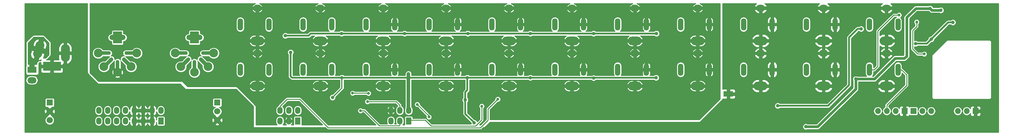
<source format=gtl>
G04 #@! TF.FileFunction,Copper,L1,Top,Signal*
%FSLAX46Y46*%
G04 Gerber Fmt 4.6, Leading zero omitted, Abs format (unit mm)*
G04 Created by KiCad (PCBNEW 4.0.2-stable) date 2019-09-27 10:43:36 AM*
%MOMM*%
G01*
G04 APERTURE LIST*
%ADD10C,0.200000*%
%ADD11R,5.080000X2.540000*%
%ADD12O,2.540000X5.080000*%
%ADD13C,2.540000*%
%ADD14R,1.500000X2.000000*%
%ADD15O,1.500000X2.000000*%
%ADD16O,4.000000X2.500000*%
%ADD17O,2.500000X2.000000*%
%ADD18O,1.500000X3.500000*%
%ADD19R,2.600000X1.800000*%
%ADD20O,2.600000X1.800000*%
%ADD21R,1.700000X1.700000*%
%ADD22O,1.700000X1.700000*%
%ADD23R,2.800000X1.600000*%
%ADD24C,2.500000*%
%ADD25R,2.500000X3.500000*%
%ADD26O,4.600000X1.450000*%
%ADD27O,4.300000X1.100000*%
%ADD28O,1.100000X4.300000*%
%ADD29C,1.100000*%
%ADD30R,1.800000X1.800000*%
%ADD31C,1.800000*%
%ADD32C,1.000000*%
%ADD33C,0.800000*%
%ADD34C,0.350000*%
%ADD35C,0.500000*%
%ADD36C,1.000000*%
%ADD37C,0.800000*%
%ADD38C,0.250000*%
%ADD39C,0.254000*%
G04 APERTURE END LIST*
D10*
D11*
X20250000Y-76060000D03*
D12*
X24060000Y-72250000D03*
D13*
X16768700Y-70023274D02*
X16111300Y-72476726D01*
D14*
X122290000Y-91770000D03*
D15*
X122290000Y-88730000D03*
X119750000Y-91770000D03*
X119750000Y-88730000D03*
X117210000Y-91770000D03*
X117210000Y-88730000D03*
D16*
X79000000Y-81700000D03*
D17*
X79000000Y-72300000D03*
D18*
X74100000Y-77000000D03*
X82300000Y-77000000D03*
D16*
X79000000Y-68700000D03*
D17*
X79000000Y-59300000D03*
D18*
X74100000Y-64000000D03*
X82300000Y-64000000D03*
D16*
X97000000Y-68700000D03*
D17*
X97000000Y-59300000D03*
D18*
X92100000Y-64000000D03*
X100300000Y-64000000D03*
D16*
X97000000Y-81700000D03*
D17*
X97000000Y-72300000D03*
D18*
X92100000Y-77000000D03*
X100300000Y-77000000D03*
D16*
X115000000Y-68700000D03*
D17*
X115000000Y-59300000D03*
D18*
X110100000Y-64000000D03*
X118300000Y-64000000D03*
D16*
X115000000Y-81700000D03*
D17*
X115000000Y-72300000D03*
D18*
X110100000Y-77000000D03*
X118300000Y-77000000D03*
D16*
X133000000Y-68700000D03*
D17*
X133000000Y-59300000D03*
D18*
X128100000Y-64000000D03*
X136300000Y-64000000D03*
D16*
X133000000Y-81700000D03*
D17*
X133000000Y-72300000D03*
D18*
X128100000Y-77000000D03*
X136300000Y-77000000D03*
D16*
X151000000Y-68700000D03*
D17*
X151000000Y-59300000D03*
D18*
X146100000Y-64000000D03*
X154300000Y-64000000D03*
D16*
X151000000Y-81700000D03*
D17*
X151000000Y-72300000D03*
D18*
X146100000Y-77000000D03*
X154300000Y-77000000D03*
D16*
X169000000Y-68700000D03*
D17*
X169000000Y-59300000D03*
D18*
X164100000Y-64000000D03*
X172300000Y-64000000D03*
D16*
X169000000Y-81700000D03*
D17*
X169000000Y-72300000D03*
D18*
X164100000Y-77000000D03*
X172300000Y-77000000D03*
D16*
X187000000Y-68700000D03*
D17*
X187000000Y-59300000D03*
D18*
X182100000Y-64000000D03*
X190300000Y-64000000D03*
D16*
X187000000Y-81700000D03*
D17*
X187000000Y-72300000D03*
D18*
X182100000Y-77000000D03*
X190300000Y-77000000D03*
D16*
X205000000Y-68700000D03*
D17*
X205000000Y-59300000D03*
D18*
X200100000Y-64000000D03*
X208300000Y-64000000D03*
D16*
X205000000Y-81700000D03*
D17*
X205000000Y-72300000D03*
D18*
X200100000Y-77000000D03*
X208300000Y-77000000D03*
D16*
X223000000Y-68700000D03*
D17*
X223000000Y-59300000D03*
D18*
X218100000Y-64000000D03*
X226300000Y-64000000D03*
D16*
X223000000Y-81700000D03*
D17*
X223000000Y-72300000D03*
D18*
X218100000Y-77000000D03*
X226300000Y-77000000D03*
D16*
X241000000Y-68700000D03*
D17*
X241000000Y-59300000D03*
D18*
X236100000Y-64000000D03*
X244300000Y-64000000D03*
D16*
X241000000Y-81700000D03*
D17*
X241000000Y-72300000D03*
D18*
X236100000Y-77000000D03*
X244300000Y-77000000D03*
D16*
X259000000Y-81700000D03*
D17*
X259000000Y-72300000D03*
D18*
X254100000Y-77000000D03*
X262300000Y-77000000D03*
D16*
X259000000Y-68700000D03*
D17*
X259000000Y-59300000D03*
D18*
X254100000Y-64000000D03*
X262300000Y-64000000D03*
D14*
X90540000Y-91770000D03*
D15*
X90540000Y-88730000D03*
X88000000Y-91770000D03*
X88000000Y-88730000D03*
X85460000Y-91770000D03*
X85460000Y-88730000D03*
D19*
X14500000Y-77000000D03*
D20*
X14500000Y-80040000D03*
D21*
X284480000Y-88900000D03*
D22*
X281940000Y-88900000D03*
X279400000Y-88900000D03*
D23*
X213750000Y-84000000D03*
D24*
X33500000Y-72250000D03*
X44500000Y-72250000D03*
X39000000Y-77750000D03*
D25*
X39000000Y-67750000D03*
D24*
X35110000Y-76140000D03*
X42890000Y-76140000D03*
D26*
X39000000Y-67750000D03*
D27*
X34900000Y-72250000D03*
X43100000Y-72250000D03*
D28*
X39000000Y-76350000D03*
D29*
X34968629Y-76281371D02*
X37231371Y-74018629D01*
X40768629Y-74018629D02*
X43031371Y-76281371D01*
D24*
X55500000Y-72250000D03*
X66500000Y-72250000D03*
X61000000Y-77750000D03*
D25*
X61000000Y-67750000D03*
D24*
X57110000Y-76140000D03*
X64890000Y-76140000D03*
D26*
X61000000Y-67750000D03*
D27*
X56900000Y-72250000D03*
X65100000Y-72250000D03*
D28*
X61000000Y-76350000D03*
D29*
X56968629Y-76281371D02*
X59231371Y-74018629D01*
X62768629Y-74018629D02*
X65031371Y-76281371D01*
D30*
X67530000Y-86460000D03*
D31*
X67530000Y-89000000D03*
X67530000Y-91540000D03*
D30*
X19580000Y-86460000D03*
D31*
X19580000Y-89000000D03*
X19580000Y-91540000D03*
D21*
X264160000Y-88900000D03*
D22*
X261620000Y-88900000D03*
X259080000Y-88900000D03*
X256540000Y-88900000D03*
D21*
X266700000Y-88900000D03*
D22*
X269240000Y-88900000D03*
X271780000Y-88900000D03*
D15*
X33610000Y-88730000D03*
X33610000Y-91770000D03*
X36150000Y-91770000D03*
X36150000Y-88730000D03*
X38690000Y-88730000D03*
X38690000Y-91770000D03*
X41230000Y-91770000D03*
X41230000Y-88730000D03*
X43770000Y-88730000D03*
X43770000Y-91770000D03*
D14*
X51390000Y-91770000D03*
D15*
X51390000Y-88730000D03*
X48850000Y-91770000D03*
X48850000Y-88730000D03*
X46310000Y-91770000D03*
X46310000Y-88730000D03*
D32*
X237700000Y-90900000D03*
X266100000Y-64100000D03*
X231406705Y-89195709D03*
X234600000Y-88500000D03*
X16700000Y-82800000D03*
X18800000Y-82800000D03*
X20700000Y-82800000D03*
X14500000Y-82800000D03*
X28600000Y-84300000D03*
X28600000Y-85300000D03*
X30400000Y-85300000D03*
X28600000Y-83300000D03*
X138500000Y-85700000D03*
X141048912Y-92269981D03*
X175199996Y-79400000D03*
X193100000Y-79299998D03*
X157100004Y-79300000D03*
X139100000Y-79300000D03*
X103199998Y-79300000D03*
X193199992Y-66600000D03*
X175199994Y-66600000D03*
X157100000Y-66600000D03*
X139200000Y-66600004D03*
X121100000Y-66600000D03*
X103100000Y-66600008D03*
X87000000Y-67250000D03*
X100500000Y-85000000D03*
X88500000Y-72000000D03*
X122250000Y-78250000D03*
X250200006Y-79700000D03*
X271500002Y-59400000D03*
X235950000Y-93400000D03*
X274550000Y-59900000D03*
X227900000Y-87400000D03*
X278000000Y-63400000D03*
X267324980Y-69530678D03*
X271800000Y-68249402D03*
X251750000Y-65250000D03*
D33*
X143200000Y-87500000D03*
X108500000Y-88800013D03*
X128100000Y-90600000D03*
X110500000Y-86200002D03*
X124750000Y-87000000D03*
X147800000Y-85500000D03*
X262600000Y-61300000D03*
X110800000Y-83800000D03*
X106250000Y-83750000D03*
X267637228Y-63277366D03*
X269800000Y-72500000D03*
X140900000Y-87400000D03*
X148500000Y-87500000D03*
D32*
X108234288Y-92127290D03*
X104000000Y-84750000D03*
X135700000Y-90300000D03*
X144000000Y-80500000D03*
X129750000Y-87750000D03*
D34*
X14500000Y-82800000D02*
X20700000Y-82800000D01*
X30400000Y-85300000D02*
X28600000Y-85300000D01*
D35*
X138500000Y-83500000D02*
X138500000Y-85700000D01*
X138500000Y-85700000D02*
X138500000Y-86300000D01*
X138500000Y-89721069D02*
X140548913Y-91769982D01*
X138500000Y-86300000D02*
X138500000Y-89721069D01*
X140548913Y-91769982D02*
X141048912Y-92269981D01*
X139100000Y-79300000D02*
X139100000Y-82900000D01*
X139100000Y-82900000D02*
X138500000Y-83500000D01*
X175299998Y-79299998D02*
X175199996Y-79400000D01*
X193100000Y-79299998D02*
X175299998Y-79299998D01*
X175099996Y-79300000D02*
X175199996Y-79400000D01*
X157100004Y-79300000D02*
X175099996Y-79300000D01*
X87000000Y-67250000D02*
X93650000Y-67250000D01*
X93650000Y-67250000D02*
X94300000Y-66600000D01*
X94300000Y-66600000D02*
X97467781Y-66600000D01*
X97467781Y-66600000D02*
X97467789Y-66600008D01*
X97467789Y-66600008D02*
X102392894Y-66600008D01*
X102392894Y-66600008D02*
X103100000Y-66600008D01*
X88500000Y-72000000D02*
X88500000Y-78900000D01*
X88500000Y-78900000D02*
X88900000Y-79300000D01*
X88900000Y-79300000D02*
X102492892Y-79300000D01*
X102492892Y-79300000D02*
X103199998Y-79300000D01*
D34*
X103199998Y-79300000D02*
X103199998Y-82300002D01*
X103199998Y-82300002D02*
X100500000Y-85000000D01*
D35*
X139100000Y-79300000D02*
X157100004Y-79300000D01*
X122250000Y-79250000D02*
X122300000Y-79300000D01*
X122300000Y-79300000D02*
X138392894Y-79300000D01*
X138392894Y-79300000D02*
X139100000Y-79300000D01*
X103907104Y-79300000D02*
X103199998Y-79300000D01*
X122200000Y-79300000D02*
X103907104Y-79300000D01*
X122250000Y-79250000D02*
X122200000Y-79300000D01*
X175199994Y-66600000D02*
X193199992Y-66600000D01*
X157100000Y-66600000D02*
X175199994Y-66600000D01*
X157099996Y-66600004D02*
X157100000Y-66600000D01*
X139200000Y-66600004D02*
X157099996Y-66600004D01*
X139199996Y-66600000D02*
X139200000Y-66600004D01*
X121100000Y-66600000D02*
X139199996Y-66600000D01*
X121099992Y-66600008D02*
X121100000Y-66600000D01*
X103100000Y-66600008D02*
X121099992Y-66600008D01*
D36*
X122250000Y-88940000D02*
X122250000Y-79250000D01*
X122250000Y-79250000D02*
X122250000Y-78250000D01*
X122290000Y-88980000D02*
X122250000Y-88940000D01*
D37*
X271500002Y-59400000D02*
X267400000Y-59400000D01*
X267400000Y-59400000D02*
X264800000Y-62000000D01*
X264800000Y-62000000D02*
X264800000Y-73100000D01*
X264800000Y-73100000D02*
X264150000Y-73750000D01*
X264150000Y-73750000D02*
X261500000Y-73750000D01*
X261500000Y-73750000D02*
X255550000Y-79700000D01*
X255550000Y-79700000D02*
X250907112Y-79700000D01*
X250907112Y-79700000D02*
X250200006Y-79700000D01*
X250200006Y-82507100D02*
X250200006Y-80407106D01*
X250200006Y-80407106D02*
X250200006Y-79700000D01*
X239307106Y-93400000D02*
X250200006Y-82507100D01*
X235950000Y-93400000D02*
X239307106Y-93400000D01*
X274550000Y-59900000D02*
X272000000Y-59900000D01*
X272000000Y-59900000D02*
X271500002Y-59400002D01*
X271500002Y-59400002D02*
X271500002Y-59400000D01*
X274650000Y-59800000D02*
X274550000Y-59900000D01*
D35*
X276649402Y-63400000D02*
X278000000Y-63400000D01*
X271800000Y-68249402D02*
X276649402Y-63400000D01*
X267324980Y-69530678D02*
X270518724Y-69530678D01*
X270518724Y-69530678D02*
X271800000Y-68249402D01*
X227900000Y-87400000D02*
X242300000Y-87400000D01*
X242300000Y-87400000D02*
X248250000Y-81450000D01*
X250750000Y-65250000D02*
X251750000Y-65250000D01*
X248250000Y-81450000D02*
X248250000Y-67750000D01*
X248250000Y-67750000D02*
X250750000Y-65250000D01*
D37*
X51390000Y-88980000D02*
X51500000Y-88870000D01*
D38*
X143200000Y-87500000D02*
X143200000Y-91462798D01*
X128693884Y-93193884D02*
X127020000Y-91520000D01*
X143200000Y-91462798D02*
X141468914Y-93193884D01*
X141468914Y-93193884D02*
X128693884Y-93193884D01*
X127020000Y-91520000D02*
X122290000Y-91520000D01*
X119750000Y-91520000D02*
X119750000Y-92950000D01*
X119750000Y-92950000D02*
X119554990Y-93145010D01*
X119554990Y-93145010D02*
X113945010Y-93145010D01*
X113945010Y-93145010D02*
X109600013Y-88800013D01*
X109600013Y-88800013D02*
X109065685Y-88800013D01*
X109065685Y-88800013D02*
X108500000Y-88800013D01*
X124750000Y-87000000D02*
X128100000Y-90350000D01*
X128100000Y-90350000D02*
X128100000Y-90600000D01*
X119750000Y-88980000D02*
X119750000Y-87250000D01*
X119750000Y-87250000D02*
X118700002Y-86200002D01*
X118700002Y-86200002D02*
X111065685Y-86200002D01*
X111065685Y-86200002D02*
X110500000Y-86200002D01*
X119750000Y-88000000D02*
X119750000Y-88980000D01*
X147800000Y-85500000D02*
X145000000Y-88300000D01*
X145000000Y-88300000D02*
X145000000Y-91500000D01*
X85460000Y-87540000D02*
X85460000Y-88980000D01*
X145000000Y-91500000D02*
X142800000Y-93700000D01*
X87500000Y-85500000D02*
X85460000Y-87540000D01*
X142800000Y-93700000D02*
X99300000Y-93700000D01*
X99300000Y-93700000D02*
X91100000Y-85500000D01*
X91100000Y-85500000D02*
X87500000Y-85500000D01*
X254100000Y-77000000D02*
X255500000Y-77000000D01*
X255500000Y-77000000D02*
X256500000Y-76000000D01*
X256500000Y-76000000D02*
X256500000Y-65900000D01*
X256500000Y-65900000D02*
X261100000Y-61300000D01*
X261100000Y-61300000D02*
X262600000Y-61300000D01*
X106250000Y-83750000D02*
X110750000Y-83750000D01*
X110750000Y-83750000D02*
X110800000Y-83800000D01*
X267637228Y-64562772D02*
X267637228Y-63843051D01*
X266449979Y-65750021D02*
X267637228Y-64562772D01*
X266449979Y-71049979D02*
X266449979Y-65750021D01*
X267900000Y-72500000D02*
X266449979Y-71049979D01*
X269800000Y-72500000D02*
X267900000Y-72500000D01*
X267637228Y-63843051D02*
X267637228Y-63277366D01*
X262300000Y-77000000D02*
X263250000Y-77000000D01*
X263250000Y-77000000D02*
X264750000Y-78500000D01*
X264750000Y-78500000D02*
X264750000Y-81500000D01*
X264750000Y-81500000D02*
X259080000Y-87170000D01*
X259080000Y-87170000D02*
X259080000Y-88900000D01*
X40500000Y-79300000D02*
X39729081Y-78529081D01*
X43400000Y-79300000D02*
X40500000Y-79300000D01*
X46325002Y-76374998D02*
X43400000Y-79300000D01*
X48700000Y-76374998D02*
X46325002Y-76374998D01*
X63700000Y-61700000D02*
X63374998Y-61700000D01*
X63374998Y-61700000D02*
X48700000Y-76374998D01*
X70700000Y-68700000D02*
X63700000Y-61700000D01*
X79000000Y-68700000D02*
X70700000Y-68700000D01*
D39*
G36*
X19373000Y-69302606D02*
X19373000Y-72697394D01*
X18447394Y-73623000D01*
X17750000Y-73623000D01*
X17737318Y-73625568D01*
X17790144Y-73571548D01*
X18118844Y-72344822D01*
X16880528Y-72013016D01*
X16290851Y-74213721D01*
X16542710Y-74332234D01*
X17168048Y-74152346D01*
X16947394Y-74373000D01*
X16500000Y-74373000D01*
X16450590Y-74383006D01*
X16410197Y-74410197D01*
X15910197Y-74910197D01*
X15882334Y-74952211D01*
X15873000Y-75000000D01*
X15873000Y-75465000D01*
X15281750Y-75465000D01*
X15123000Y-75623750D01*
X15123000Y-76550000D01*
X15143000Y-76550000D01*
X15143000Y-77450000D01*
X15123000Y-77450000D01*
X15123000Y-77643000D01*
X13877000Y-77643000D01*
X13877000Y-77450000D01*
X13857000Y-77450000D01*
X13857000Y-76550000D01*
X13877000Y-76550000D01*
X13877000Y-75623750D01*
X13718250Y-75465000D01*
X13415605Y-75465000D01*
X13397720Y-72585447D01*
X14109967Y-72585447D01*
X14303915Y-73343048D01*
X14809934Y-73867938D01*
X15087307Y-73891232D01*
X15676984Y-71690528D01*
X14438667Y-71358722D01*
X14109967Y-72585447D01*
X13397720Y-72585447D01*
X13386690Y-70809472D01*
X17203016Y-70809472D01*
X18441333Y-71141278D01*
X18770033Y-69914553D01*
X18576085Y-69156952D01*
X18070066Y-68632062D01*
X17792693Y-68608768D01*
X17203016Y-70809472D01*
X13386690Y-70809472D01*
X13382626Y-70155178D01*
X14761156Y-70155178D01*
X15999472Y-70486984D01*
X16589149Y-68286279D01*
X16337290Y-68167766D01*
X15636620Y-68369324D01*
X15089856Y-68928452D01*
X14761156Y-70155178D01*
X13382626Y-70155178D01*
X13377328Y-69302278D01*
X15052606Y-67627000D01*
X17697394Y-67627000D01*
X19373000Y-69302606D01*
X19373000Y-69302606D01*
G37*
X19373000Y-69302606D02*
X19373000Y-72697394D01*
X18447394Y-73623000D01*
X17750000Y-73623000D01*
X17737318Y-73625568D01*
X17790144Y-73571548D01*
X18118844Y-72344822D01*
X16880528Y-72013016D01*
X16290851Y-74213721D01*
X16542710Y-74332234D01*
X17168048Y-74152346D01*
X16947394Y-74373000D01*
X16500000Y-74373000D01*
X16450590Y-74383006D01*
X16410197Y-74410197D01*
X15910197Y-74910197D01*
X15882334Y-74952211D01*
X15873000Y-75000000D01*
X15873000Y-75465000D01*
X15281750Y-75465000D01*
X15123000Y-75623750D01*
X15123000Y-76550000D01*
X15143000Y-76550000D01*
X15143000Y-77450000D01*
X15123000Y-77450000D01*
X15123000Y-77643000D01*
X13877000Y-77643000D01*
X13877000Y-77450000D01*
X13857000Y-77450000D01*
X13857000Y-76550000D01*
X13877000Y-76550000D01*
X13877000Y-75623750D01*
X13718250Y-75465000D01*
X13415605Y-75465000D01*
X13397720Y-72585447D01*
X14109967Y-72585447D01*
X14303915Y-73343048D01*
X14809934Y-73867938D01*
X15087307Y-73891232D01*
X15676984Y-71690528D01*
X14438667Y-71358722D01*
X14109967Y-72585447D01*
X13397720Y-72585447D01*
X13386690Y-70809472D01*
X17203016Y-70809472D01*
X18441333Y-71141278D01*
X18770033Y-69914553D01*
X18576085Y-69156952D01*
X18070066Y-68632062D01*
X17792693Y-68608768D01*
X17203016Y-70809472D01*
X13386690Y-70809472D01*
X13382626Y-70155178D01*
X14761156Y-70155178D01*
X15999472Y-70486984D01*
X16589149Y-68286279D01*
X16337290Y-68167766D01*
X15636620Y-68369324D01*
X15089856Y-68928452D01*
X14761156Y-70155178D01*
X13382626Y-70155178D01*
X13377328Y-69302278D01*
X15052606Y-67627000D01*
X17697394Y-67627000D01*
X19373000Y-69302606D01*
G36*
X77932281Y-58201012D02*
X77573962Y-58597595D01*
X77495047Y-58723585D01*
X77519543Y-58927000D01*
X78627000Y-58927000D01*
X78627000Y-58907000D01*
X79373000Y-58907000D01*
X79373000Y-58927000D01*
X80480457Y-58927000D01*
X80504953Y-58723585D01*
X80426038Y-58597595D01*
X80067719Y-58201012D01*
X79595986Y-57977000D01*
X96404014Y-57977000D01*
X95932281Y-58201012D01*
X95573962Y-58597595D01*
X95495047Y-58723585D01*
X95519543Y-58927000D01*
X96627000Y-58927000D01*
X96627000Y-58907000D01*
X97373000Y-58907000D01*
X97373000Y-58927000D01*
X98480457Y-58927000D01*
X98504953Y-58723585D01*
X98426038Y-58597595D01*
X98067719Y-58201012D01*
X97595986Y-57977000D01*
X114404014Y-57977000D01*
X113932281Y-58201012D01*
X113573962Y-58597595D01*
X113495047Y-58723585D01*
X113519543Y-58927000D01*
X114627000Y-58927000D01*
X114627000Y-58907000D01*
X115373000Y-58907000D01*
X115373000Y-58927000D01*
X116480457Y-58927000D01*
X116504953Y-58723585D01*
X116426038Y-58597595D01*
X116067719Y-58201012D01*
X115595986Y-57977000D01*
X132404014Y-57977000D01*
X131932281Y-58201012D01*
X131573962Y-58597595D01*
X131495047Y-58723585D01*
X131519543Y-58927000D01*
X132627000Y-58927000D01*
X132627000Y-58907000D01*
X133373000Y-58907000D01*
X133373000Y-58927000D01*
X134480457Y-58927000D01*
X134504953Y-58723585D01*
X134426038Y-58597595D01*
X134067719Y-58201012D01*
X133595986Y-57977000D01*
X150404014Y-57977000D01*
X149932281Y-58201012D01*
X149573962Y-58597595D01*
X149495047Y-58723585D01*
X149519543Y-58927000D01*
X150627000Y-58927000D01*
X150627000Y-58907000D01*
X151373000Y-58907000D01*
X151373000Y-58927000D01*
X152480457Y-58927000D01*
X152504953Y-58723585D01*
X152426038Y-58597595D01*
X152067719Y-58201012D01*
X151595986Y-57977000D01*
X168404014Y-57977000D01*
X167932281Y-58201012D01*
X167573962Y-58597595D01*
X167495047Y-58723585D01*
X167519543Y-58927000D01*
X168627000Y-58927000D01*
X168627000Y-58907000D01*
X169373000Y-58907000D01*
X169373000Y-58927000D01*
X170480457Y-58927000D01*
X170504953Y-58723585D01*
X170426038Y-58597595D01*
X170067719Y-58201012D01*
X169595986Y-57977000D01*
X186404014Y-57977000D01*
X185932281Y-58201012D01*
X185573962Y-58597595D01*
X185495047Y-58723585D01*
X185519543Y-58927000D01*
X186627000Y-58927000D01*
X186627000Y-58907000D01*
X187373000Y-58907000D01*
X187373000Y-58927000D01*
X188480457Y-58927000D01*
X188504953Y-58723585D01*
X188426038Y-58597595D01*
X188067719Y-58201012D01*
X187595986Y-57977000D01*
X204404014Y-57977000D01*
X203932281Y-58201012D01*
X203573962Y-58597595D01*
X203495047Y-58723585D01*
X203519543Y-58927000D01*
X204627000Y-58927000D01*
X204627000Y-58907000D01*
X205373000Y-58907000D01*
X205373000Y-58927000D01*
X206480457Y-58927000D01*
X206504953Y-58723585D01*
X206426038Y-58597595D01*
X206067719Y-58201012D01*
X205595986Y-57977000D01*
X211373000Y-57977000D01*
X211373000Y-85447394D01*
X205447394Y-91373000D01*
X145552000Y-91373000D01*
X145552000Y-88528646D01*
X147753686Y-86326960D01*
X147963779Y-86327143D01*
X148267846Y-86201505D01*
X148500688Y-85969070D01*
X148626856Y-85665222D01*
X148627143Y-85336221D01*
X148501505Y-85032154D01*
X148269070Y-84799312D01*
X147965222Y-84673144D01*
X147636221Y-84672857D01*
X147332154Y-84798495D01*
X147099312Y-85030930D01*
X146973144Y-85334778D01*
X146972959Y-85546395D01*
X144609677Y-87909677D01*
X144490018Y-88088758D01*
X144490018Y-88088759D01*
X144448000Y-88300000D01*
X144448000Y-91271354D01*
X142846354Y-92873000D01*
X142570444Y-92873000D01*
X143590323Y-91853121D01*
X143671761Y-91731241D01*
X143709982Y-91674039D01*
X143752000Y-91462798D01*
X143752000Y-88117498D01*
X143900688Y-87969070D01*
X144026856Y-87665222D01*
X144027143Y-87336221D01*
X143901505Y-87032154D01*
X143669070Y-86799312D01*
X143365222Y-86673144D01*
X143036221Y-86672857D01*
X142732154Y-86798495D01*
X142499312Y-87030930D01*
X142373144Y-87334778D01*
X142372857Y-87663779D01*
X142498495Y-87967846D01*
X142648000Y-88117613D01*
X142648000Y-91234152D01*
X141923351Y-91958801D01*
X141835243Y-91745564D01*
X141574701Y-91484567D01*
X141234113Y-91343142D01*
X141079360Y-91343007D01*
X141027627Y-91291274D01*
X141027625Y-91291271D01*
X139177000Y-89440647D01*
X139177000Y-86334014D01*
X139285414Y-86225789D01*
X139426839Y-85885201D01*
X139427161Y-85516417D01*
X139286331Y-85175583D01*
X139177000Y-85066061D01*
X139177000Y-83780422D01*
X139578711Y-83378711D01*
X139609819Y-83332154D01*
X139725466Y-83159077D01*
X139777000Y-82900000D01*
X139777000Y-82316791D01*
X148740122Y-82316791D01*
X148832958Y-82589541D01*
X149281236Y-83064107D01*
X149877000Y-83331000D01*
X150627000Y-83331000D01*
X150627000Y-82073000D01*
X151373000Y-82073000D01*
X151373000Y-83331000D01*
X152123000Y-83331000D01*
X152718764Y-83064107D01*
X153167042Y-82589541D01*
X153259878Y-82316791D01*
X166740122Y-82316791D01*
X166832958Y-82589541D01*
X167281236Y-83064107D01*
X167877000Y-83331000D01*
X168627000Y-83331000D01*
X168627000Y-82073000D01*
X169373000Y-82073000D01*
X169373000Y-83331000D01*
X170123000Y-83331000D01*
X170718764Y-83064107D01*
X171167042Y-82589541D01*
X171259878Y-82316791D01*
X184740122Y-82316791D01*
X184832958Y-82589541D01*
X185281236Y-83064107D01*
X185877000Y-83331000D01*
X186627000Y-83331000D01*
X186627000Y-82073000D01*
X187373000Y-82073000D01*
X187373000Y-83331000D01*
X188123000Y-83331000D01*
X188718764Y-83064107D01*
X189167042Y-82589541D01*
X189259878Y-82316791D01*
X202740122Y-82316791D01*
X202832958Y-82589541D01*
X203281236Y-83064107D01*
X203877000Y-83331000D01*
X204627000Y-83331000D01*
X204627000Y-82073000D01*
X205373000Y-82073000D01*
X205373000Y-83331000D01*
X206123000Y-83331000D01*
X206718764Y-83064107D01*
X207167042Y-82589541D01*
X207259878Y-82316791D01*
X207239765Y-82073000D01*
X205373000Y-82073000D01*
X204627000Y-82073000D01*
X202760235Y-82073000D01*
X202740122Y-82316791D01*
X189259878Y-82316791D01*
X189239765Y-82073000D01*
X187373000Y-82073000D01*
X186627000Y-82073000D01*
X184760235Y-82073000D01*
X184740122Y-82316791D01*
X171259878Y-82316791D01*
X171239765Y-82073000D01*
X169373000Y-82073000D01*
X168627000Y-82073000D01*
X166760235Y-82073000D01*
X166740122Y-82316791D01*
X153259878Y-82316791D01*
X153239765Y-82073000D01*
X151373000Y-82073000D01*
X150627000Y-82073000D01*
X148760235Y-82073000D01*
X148740122Y-82316791D01*
X139777000Y-82316791D01*
X139777000Y-81083209D01*
X148740122Y-81083209D01*
X148760235Y-81327000D01*
X150627000Y-81327000D01*
X150627000Y-80069000D01*
X151373000Y-80069000D01*
X151373000Y-81327000D01*
X153239765Y-81327000D01*
X153259878Y-81083209D01*
X166740122Y-81083209D01*
X166760235Y-81327000D01*
X168627000Y-81327000D01*
X168627000Y-80069000D01*
X169373000Y-80069000D01*
X169373000Y-81327000D01*
X171239765Y-81327000D01*
X171259878Y-81083209D01*
X184740122Y-81083209D01*
X184760235Y-81327000D01*
X186627000Y-81327000D01*
X186627000Y-80069000D01*
X187373000Y-80069000D01*
X187373000Y-81327000D01*
X189239765Y-81327000D01*
X189259878Y-81083209D01*
X202740122Y-81083209D01*
X202760235Y-81327000D01*
X204627000Y-81327000D01*
X204627000Y-80069000D01*
X205373000Y-80069000D01*
X205373000Y-81327000D01*
X207239765Y-81327000D01*
X207259878Y-81083209D01*
X207167042Y-80810459D01*
X206718764Y-80335893D01*
X206123000Y-80069000D01*
X205373000Y-80069000D01*
X204627000Y-80069000D01*
X203877000Y-80069000D01*
X203281236Y-80335893D01*
X202832958Y-80810459D01*
X202740122Y-81083209D01*
X189259878Y-81083209D01*
X189167042Y-80810459D01*
X188718764Y-80335893D01*
X188123000Y-80069000D01*
X187373000Y-80069000D01*
X186627000Y-80069000D01*
X185877000Y-80069000D01*
X185281236Y-80335893D01*
X184832958Y-80810459D01*
X184740122Y-81083209D01*
X171259878Y-81083209D01*
X171167042Y-80810459D01*
X170718764Y-80335893D01*
X170123000Y-80069000D01*
X169373000Y-80069000D01*
X168627000Y-80069000D01*
X167877000Y-80069000D01*
X167281236Y-80335893D01*
X166832958Y-80810459D01*
X166740122Y-81083209D01*
X153259878Y-81083209D01*
X153167042Y-80810459D01*
X152718764Y-80335893D01*
X152123000Y-80069000D01*
X151373000Y-80069000D01*
X150627000Y-80069000D01*
X149877000Y-80069000D01*
X149281236Y-80335893D01*
X148832958Y-80810459D01*
X148740122Y-81083209D01*
X139777000Y-81083209D01*
X139777000Y-79977000D01*
X156465990Y-79977000D01*
X156574215Y-80085414D01*
X156914803Y-80226839D01*
X157283587Y-80227161D01*
X157624421Y-80086331D01*
X157733943Y-79977000D01*
X174466156Y-79977000D01*
X174674207Y-80185414D01*
X175014795Y-80326839D01*
X175383579Y-80327161D01*
X175724413Y-80186331D01*
X175934112Y-79976998D01*
X192465986Y-79976998D01*
X192574211Y-80085412D01*
X192914799Y-80226837D01*
X193283583Y-80227159D01*
X193624417Y-80086329D01*
X193885414Y-79825787D01*
X194026839Y-79485199D01*
X194027161Y-79116415D01*
X193886331Y-78775581D01*
X193625789Y-78514584D01*
X193285201Y-78373159D01*
X192916417Y-78372837D01*
X192575583Y-78513667D01*
X192466061Y-78622998D01*
X191289544Y-78622998D01*
X191431000Y-78373000D01*
X191431000Y-77373000D01*
X190673000Y-77373000D01*
X190673000Y-77393000D01*
X189927000Y-77393000D01*
X189927000Y-77373000D01*
X189169000Y-77373000D01*
X189169000Y-78373000D01*
X189310456Y-78622998D01*
X183100590Y-78622998D01*
X183187406Y-78493068D01*
X183277000Y-78042650D01*
X183277000Y-75957350D01*
X183211290Y-75627000D01*
X189169000Y-75627000D01*
X189169000Y-76627000D01*
X189927000Y-76627000D01*
X189927000Y-75033745D01*
X190673000Y-75033745D01*
X190673000Y-76627000D01*
X191431000Y-76627000D01*
X191431000Y-75957350D01*
X198923000Y-75957350D01*
X198923000Y-78042650D01*
X199012594Y-78493068D01*
X199267735Y-78874915D01*
X199649582Y-79130056D01*
X200100000Y-79219650D01*
X200550418Y-79130056D01*
X200932265Y-78874915D01*
X201187406Y-78493068D01*
X201277000Y-78042650D01*
X201277000Y-77373000D01*
X207169000Y-77373000D01*
X207169000Y-78373000D01*
X207397833Y-78777422D01*
X207764564Y-78996228D01*
X207927000Y-78966255D01*
X207927000Y-77373000D01*
X208673000Y-77373000D01*
X208673000Y-78966255D01*
X208835436Y-78996228D01*
X209202167Y-78777422D01*
X209431000Y-78373000D01*
X209431000Y-77373000D01*
X208673000Y-77373000D01*
X207927000Y-77373000D01*
X207169000Y-77373000D01*
X201277000Y-77373000D01*
X201277000Y-75957350D01*
X201211290Y-75627000D01*
X207169000Y-75627000D01*
X207169000Y-76627000D01*
X207927000Y-76627000D01*
X207927000Y-75033745D01*
X208673000Y-75033745D01*
X208673000Y-76627000D01*
X209431000Y-76627000D01*
X209431000Y-75627000D01*
X209202167Y-75222578D01*
X208835436Y-75003772D01*
X208673000Y-75033745D01*
X207927000Y-75033745D01*
X207764564Y-75003772D01*
X207397833Y-75222578D01*
X207169000Y-75627000D01*
X201211290Y-75627000D01*
X201187406Y-75506932D01*
X200932265Y-75125085D01*
X200550418Y-74869944D01*
X200100000Y-74780350D01*
X199649582Y-74869944D01*
X199267735Y-75125085D01*
X199012594Y-75506932D01*
X198923000Y-75957350D01*
X191431000Y-75957350D01*
X191431000Y-75627000D01*
X191202167Y-75222578D01*
X190835436Y-75003772D01*
X190673000Y-75033745D01*
X189927000Y-75033745D01*
X189764564Y-75003772D01*
X189397833Y-75222578D01*
X189169000Y-75627000D01*
X183211290Y-75627000D01*
X183187406Y-75506932D01*
X182932265Y-75125085D01*
X182550418Y-74869944D01*
X182100000Y-74780350D01*
X181649582Y-74869944D01*
X181267735Y-75125085D01*
X181012594Y-75506932D01*
X180923000Y-75957350D01*
X180923000Y-78042650D01*
X181012594Y-78493068D01*
X181099410Y-78622998D01*
X175734182Y-78622998D01*
X175725785Y-78614586D01*
X175385197Y-78473161D01*
X175016413Y-78472839D01*
X174675579Y-78613669D01*
X174666232Y-78623000D01*
X173289543Y-78623000D01*
X173431000Y-78373000D01*
X173431000Y-77373000D01*
X172673000Y-77373000D01*
X172673000Y-77393000D01*
X171927000Y-77393000D01*
X171927000Y-77373000D01*
X171169000Y-77373000D01*
X171169000Y-78373000D01*
X171310457Y-78623000D01*
X165100589Y-78623000D01*
X165187406Y-78493068D01*
X165277000Y-78042650D01*
X165277000Y-75957350D01*
X165211290Y-75627000D01*
X171169000Y-75627000D01*
X171169000Y-76627000D01*
X171927000Y-76627000D01*
X171927000Y-75033745D01*
X172673000Y-75033745D01*
X172673000Y-76627000D01*
X173431000Y-76627000D01*
X173431000Y-75627000D01*
X173202167Y-75222578D01*
X172835436Y-75003772D01*
X172673000Y-75033745D01*
X171927000Y-75033745D01*
X171764564Y-75003772D01*
X171397833Y-75222578D01*
X171169000Y-75627000D01*
X165211290Y-75627000D01*
X165187406Y-75506932D01*
X164932265Y-75125085D01*
X164550418Y-74869944D01*
X164100000Y-74780350D01*
X163649582Y-74869944D01*
X163267735Y-75125085D01*
X163012594Y-75506932D01*
X162923000Y-75957350D01*
X162923000Y-78042650D01*
X163012594Y-78493068D01*
X163099411Y-78623000D01*
X157734018Y-78623000D01*
X157625793Y-78514586D01*
X157285205Y-78373161D01*
X156916421Y-78372839D01*
X156575587Y-78513669D01*
X156466065Y-78623000D01*
X155289543Y-78623000D01*
X155431000Y-78373000D01*
X155431000Y-77373000D01*
X154673000Y-77373000D01*
X154673000Y-77393000D01*
X153927000Y-77393000D01*
X153927000Y-77373000D01*
X153169000Y-77373000D01*
X153169000Y-78373000D01*
X153310457Y-78623000D01*
X147100589Y-78623000D01*
X147187406Y-78493068D01*
X147277000Y-78042650D01*
X147277000Y-75957350D01*
X147211290Y-75627000D01*
X153169000Y-75627000D01*
X153169000Y-76627000D01*
X153927000Y-76627000D01*
X153927000Y-75033745D01*
X154673000Y-75033745D01*
X154673000Y-76627000D01*
X155431000Y-76627000D01*
X155431000Y-75627000D01*
X155202167Y-75222578D01*
X154835436Y-75003772D01*
X154673000Y-75033745D01*
X153927000Y-75033745D01*
X153764564Y-75003772D01*
X153397833Y-75222578D01*
X153169000Y-75627000D01*
X147211290Y-75627000D01*
X147187406Y-75506932D01*
X146932265Y-75125085D01*
X146550418Y-74869944D01*
X146100000Y-74780350D01*
X145649582Y-74869944D01*
X145267735Y-75125085D01*
X145012594Y-75506932D01*
X144923000Y-75957350D01*
X144923000Y-78042650D01*
X145012594Y-78493068D01*
X145099411Y-78623000D01*
X139734014Y-78623000D01*
X139625789Y-78514586D01*
X139285201Y-78373161D01*
X138916417Y-78372839D01*
X138575583Y-78513669D01*
X138466061Y-78623000D01*
X137289543Y-78623000D01*
X137431000Y-78373000D01*
X137431000Y-77373000D01*
X136673000Y-77373000D01*
X136673000Y-77393000D01*
X135927000Y-77393000D01*
X135927000Y-77373000D01*
X135169000Y-77373000D01*
X135169000Y-78373000D01*
X135310457Y-78623000D01*
X129100589Y-78623000D01*
X129187406Y-78493068D01*
X129277000Y-78042650D01*
X129277000Y-75957350D01*
X129211290Y-75627000D01*
X135169000Y-75627000D01*
X135169000Y-76627000D01*
X135927000Y-76627000D01*
X135927000Y-75033745D01*
X136673000Y-75033745D01*
X136673000Y-76627000D01*
X137431000Y-76627000D01*
X137431000Y-75627000D01*
X137202167Y-75222578D01*
X136835436Y-75003772D01*
X136673000Y-75033745D01*
X135927000Y-75033745D01*
X135764564Y-75003772D01*
X135397833Y-75222578D01*
X135169000Y-75627000D01*
X129211290Y-75627000D01*
X129187406Y-75506932D01*
X128932265Y-75125085D01*
X128550418Y-74869944D01*
X128100000Y-74780350D01*
X127649582Y-74869944D01*
X127267735Y-75125085D01*
X127012594Y-75506932D01*
X126923000Y-75957350D01*
X126923000Y-78042650D01*
X127012594Y-78493068D01*
X127099411Y-78623000D01*
X123177000Y-78623000D01*
X123177000Y-78250809D01*
X123177161Y-78066417D01*
X123036331Y-77725583D01*
X122775789Y-77464586D01*
X122435201Y-77323161D01*
X122066417Y-77322839D01*
X121725583Y-77463669D01*
X121464586Y-77724211D01*
X121323161Y-78064799D01*
X121322839Y-78433583D01*
X121323000Y-78433973D01*
X121323000Y-78623000D01*
X119289543Y-78623000D01*
X119431000Y-78373000D01*
X119431000Y-77373000D01*
X118673000Y-77373000D01*
X118673000Y-77393000D01*
X117927000Y-77393000D01*
X117927000Y-77373000D01*
X117169000Y-77373000D01*
X117169000Y-78373000D01*
X117310457Y-78623000D01*
X111100589Y-78623000D01*
X111187406Y-78493068D01*
X111277000Y-78042650D01*
X111277000Y-75957350D01*
X111211290Y-75627000D01*
X117169000Y-75627000D01*
X117169000Y-76627000D01*
X117927000Y-76627000D01*
X117927000Y-75033745D01*
X118673000Y-75033745D01*
X118673000Y-76627000D01*
X119431000Y-76627000D01*
X119431000Y-75627000D01*
X119202167Y-75222578D01*
X118835436Y-75003772D01*
X118673000Y-75033745D01*
X117927000Y-75033745D01*
X117764564Y-75003772D01*
X117397833Y-75222578D01*
X117169000Y-75627000D01*
X111211290Y-75627000D01*
X111187406Y-75506932D01*
X110932265Y-75125085D01*
X110550418Y-74869944D01*
X110100000Y-74780350D01*
X109649582Y-74869944D01*
X109267735Y-75125085D01*
X109012594Y-75506932D01*
X108923000Y-75957350D01*
X108923000Y-78042650D01*
X109012594Y-78493068D01*
X109099411Y-78623000D01*
X103834012Y-78623000D01*
X103725787Y-78514586D01*
X103385199Y-78373161D01*
X103016415Y-78372839D01*
X102675581Y-78513669D01*
X102566059Y-78623000D01*
X101300589Y-78623000D01*
X101387406Y-78493068D01*
X101477000Y-78042650D01*
X101477000Y-75957350D01*
X101387406Y-75506932D01*
X101132265Y-75125085D01*
X100750418Y-74869944D01*
X100300000Y-74780350D01*
X99849582Y-74869944D01*
X99467735Y-75125085D01*
X99212594Y-75506932D01*
X99123000Y-75957350D01*
X99123000Y-78042650D01*
X99212594Y-78493068D01*
X99299411Y-78623000D01*
X93100589Y-78623000D01*
X93187406Y-78493068D01*
X93277000Y-78042650D01*
X93277000Y-75957350D01*
X93187406Y-75506932D01*
X92932265Y-75125085D01*
X92550418Y-74869944D01*
X92100000Y-74780350D01*
X91649582Y-74869944D01*
X91267735Y-75125085D01*
X91012594Y-75506932D01*
X90923000Y-75957350D01*
X90923000Y-78042650D01*
X91012594Y-78493068D01*
X91099411Y-78623000D01*
X89180423Y-78623000D01*
X89177000Y-78619578D01*
X89177000Y-72876415D01*
X95495047Y-72876415D01*
X95573962Y-73002405D01*
X95932281Y-73398988D01*
X96415091Y-73628260D01*
X96627000Y-73569048D01*
X96627000Y-72673000D01*
X97373000Y-72673000D01*
X97373000Y-73569048D01*
X97584909Y-73628260D01*
X98067719Y-73398988D01*
X98426038Y-73002405D01*
X98504953Y-72876415D01*
X113495047Y-72876415D01*
X113573962Y-73002405D01*
X113932281Y-73398988D01*
X114415091Y-73628260D01*
X114627000Y-73569048D01*
X114627000Y-72673000D01*
X115373000Y-72673000D01*
X115373000Y-73569048D01*
X115584909Y-73628260D01*
X116067719Y-73398988D01*
X116426038Y-73002405D01*
X116504953Y-72876415D01*
X131495047Y-72876415D01*
X131573962Y-73002405D01*
X131932281Y-73398988D01*
X132415091Y-73628260D01*
X132627000Y-73569048D01*
X132627000Y-72673000D01*
X133373000Y-72673000D01*
X133373000Y-73569048D01*
X133584909Y-73628260D01*
X134067719Y-73398988D01*
X134426038Y-73002405D01*
X134504953Y-72876415D01*
X149495047Y-72876415D01*
X149573962Y-73002405D01*
X149932281Y-73398988D01*
X150415091Y-73628260D01*
X150627000Y-73569048D01*
X150627000Y-72673000D01*
X151373000Y-72673000D01*
X151373000Y-73569048D01*
X151584909Y-73628260D01*
X152067719Y-73398988D01*
X152426038Y-73002405D01*
X152504953Y-72876415D01*
X167495047Y-72876415D01*
X167573962Y-73002405D01*
X167932281Y-73398988D01*
X168415091Y-73628260D01*
X168627000Y-73569048D01*
X168627000Y-72673000D01*
X169373000Y-72673000D01*
X169373000Y-73569048D01*
X169584909Y-73628260D01*
X170067719Y-73398988D01*
X170426038Y-73002405D01*
X170504953Y-72876415D01*
X185495047Y-72876415D01*
X185573962Y-73002405D01*
X185932281Y-73398988D01*
X186415091Y-73628260D01*
X186627000Y-73569048D01*
X186627000Y-72673000D01*
X187373000Y-72673000D01*
X187373000Y-73569048D01*
X187584909Y-73628260D01*
X188067719Y-73398988D01*
X188426038Y-73002405D01*
X188504953Y-72876415D01*
X203495047Y-72876415D01*
X203573962Y-73002405D01*
X203932281Y-73398988D01*
X204415091Y-73628260D01*
X204627000Y-73569048D01*
X204627000Y-72673000D01*
X205373000Y-72673000D01*
X205373000Y-73569048D01*
X205584909Y-73628260D01*
X206067719Y-73398988D01*
X206426038Y-73002405D01*
X206504953Y-72876415D01*
X206480457Y-72673000D01*
X205373000Y-72673000D01*
X204627000Y-72673000D01*
X203519543Y-72673000D01*
X203495047Y-72876415D01*
X188504953Y-72876415D01*
X188480457Y-72673000D01*
X187373000Y-72673000D01*
X186627000Y-72673000D01*
X185519543Y-72673000D01*
X185495047Y-72876415D01*
X170504953Y-72876415D01*
X170480457Y-72673000D01*
X169373000Y-72673000D01*
X168627000Y-72673000D01*
X167519543Y-72673000D01*
X167495047Y-72876415D01*
X152504953Y-72876415D01*
X152480457Y-72673000D01*
X151373000Y-72673000D01*
X150627000Y-72673000D01*
X149519543Y-72673000D01*
X149495047Y-72876415D01*
X134504953Y-72876415D01*
X134480457Y-72673000D01*
X133373000Y-72673000D01*
X132627000Y-72673000D01*
X131519543Y-72673000D01*
X131495047Y-72876415D01*
X116504953Y-72876415D01*
X116480457Y-72673000D01*
X115373000Y-72673000D01*
X114627000Y-72673000D01*
X113519543Y-72673000D01*
X113495047Y-72876415D01*
X98504953Y-72876415D01*
X98480457Y-72673000D01*
X97373000Y-72673000D01*
X96627000Y-72673000D01*
X95519543Y-72673000D01*
X95495047Y-72876415D01*
X89177000Y-72876415D01*
X89177000Y-72634014D01*
X89285414Y-72525789D01*
X89426839Y-72185201D01*
X89427161Y-71816417D01*
X89388804Y-71723585D01*
X95495047Y-71723585D01*
X95519543Y-71927000D01*
X96627000Y-71927000D01*
X96627000Y-71030952D01*
X97373000Y-71030952D01*
X97373000Y-71927000D01*
X98480457Y-71927000D01*
X98504953Y-71723585D01*
X113495047Y-71723585D01*
X113519543Y-71927000D01*
X114627000Y-71927000D01*
X114627000Y-71030952D01*
X115373000Y-71030952D01*
X115373000Y-71927000D01*
X116480457Y-71927000D01*
X116504953Y-71723585D01*
X131495047Y-71723585D01*
X131519543Y-71927000D01*
X132627000Y-71927000D01*
X132627000Y-71030952D01*
X133373000Y-71030952D01*
X133373000Y-71927000D01*
X134480457Y-71927000D01*
X134504953Y-71723585D01*
X149495047Y-71723585D01*
X149519543Y-71927000D01*
X150627000Y-71927000D01*
X150627000Y-71030952D01*
X151373000Y-71030952D01*
X151373000Y-71927000D01*
X152480457Y-71927000D01*
X152504953Y-71723585D01*
X167495047Y-71723585D01*
X167519543Y-71927000D01*
X168627000Y-71927000D01*
X168627000Y-71030952D01*
X169373000Y-71030952D01*
X169373000Y-71927000D01*
X170480457Y-71927000D01*
X170504953Y-71723585D01*
X185495047Y-71723585D01*
X185519543Y-71927000D01*
X186627000Y-71927000D01*
X186627000Y-71030952D01*
X187373000Y-71030952D01*
X187373000Y-71927000D01*
X188480457Y-71927000D01*
X188504953Y-71723585D01*
X203495047Y-71723585D01*
X203519543Y-71927000D01*
X204627000Y-71927000D01*
X204627000Y-71030952D01*
X205373000Y-71030952D01*
X205373000Y-71927000D01*
X206480457Y-71927000D01*
X206504953Y-71723585D01*
X206426038Y-71597595D01*
X206067719Y-71201012D01*
X205584909Y-70971740D01*
X205373000Y-71030952D01*
X204627000Y-71030952D01*
X204415091Y-70971740D01*
X203932281Y-71201012D01*
X203573962Y-71597595D01*
X203495047Y-71723585D01*
X188504953Y-71723585D01*
X188426038Y-71597595D01*
X188067719Y-71201012D01*
X187584909Y-70971740D01*
X187373000Y-71030952D01*
X186627000Y-71030952D01*
X186415091Y-70971740D01*
X185932281Y-71201012D01*
X185573962Y-71597595D01*
X185495047Y-71723585D01*
X170504953Y-71723585D01*
X170426038Y-71597595D01*
X170067719Y-71201012D01*
X169584909Y-70971740D01*
X169373000Y-71030952D01*
X168627000Y-71030952D01*
X168415091Y-70971740D01*
X167932281Y-71201012D01*
X167573962Y-71597595D01*
X167495047Y-71723585D01*
X152504953Y-71723585D01*
X152426038Y-71597595D01*
X152067719Y-71201012D01*
X151584909Y-70971740D01*
X151373000Y-71030952D01*
X150627000Y-71030952D01*
X150415091Y-70971740D01*
X149932281Y-71201012D01*
X149573962Y-71597595D01*
X149495047Y-71723585D01*
X134504953Y-71723585D01*
X134426038Y-71597595D01*
X134067719Y-71201012D01*
X133584909Y-70971740D01*
X133373000Y-71030952D01*
X132627000Y-71030952D01*
X132415091Y-70971740D01*
X131932281Y-71201012D01*
X131573962Y-71597595D01*
X131495047Y-71723585D01*
X116504953Y-71723585D01*
X116426038Y-71597595D01*
X116067719Y-71201012D01*
X115584909Y-70971740D01*
X115373000Y-71030952D01*
X114627000Y-71030952D01*
X114415091Y-70971740D01*
X113932281Y-71201012D01*
X113573962Y-71597595D01*
X113495047Y-71723585D01*
X98504953Y-71723585D01*
X98426038Y-71597595D01*
X98067719Y-71201012D01*
X97584909Y-70971740D01*
X97373000Y-71030952D01*
X96627000Y-71030952D01*
X96415091Y-70971740D01*
X95932281Y-71201012D01*
X95573962Y-71597595D01*
X95495047Y-71723585D01*
X89388804Y-71723585D01*
X89286331Y-71475583D01*
X89025789Y-71214586D01*
X88685201Y-71073161D01*
X88316417Y-71072839D01*
X87975583Y-71213669D01*
X87714586Y-71474211D01*
X87573161Y-71814799D01*
X87572839Y-72183583D01*
X87713669Y-72524417D01*
X87823000Y-72633939D01*
X87823000Y-78900000D01*
X87874534Y-79159077D01*
X87915008Y-79219650D01*
X88021289Y-79378711D01*
X88421288Y-79778711D01*
X88491743Y-79825787D01*
X88640923Y-79925466D01*
X88900000Y-79977000D01*
X102565984Y-79977000D01*
X102597998Y-80009070D01*
X102597998Y-82050646D01*
X100575579Y-84073065D01*
X100316417Y-84072839D01*
X99975583Y-84213669D01*
X99714586Y-84474211D01*
X99573161Y-84814799D01*
X99572839Y-85183583D01*
X99713669Y-85524417D01*
X99974211Y-85785414D01*
X100314799Y-85926839D01*
X100683583Y-85927161D01*
X101024417Y-85786331D01*
X101285414Y-85525789D01*
X101426839Y-85185201D01*
X101427067Y-84924289D01*
X102437577Y-83913779D01*
X105422857Y-83913779D01*
X105548495Y-84217846D01*
X105780930Y-84450688D01*
X106084778Y-84576856D01*
X106413779Y-84577143D01*
X106717846Y-84451505D01*
X106867613Y-84302000D01*
X110132589Y-84302000D01*
X110330930Y-84500688D01*
X110634778Y-84626856D01*
X110963779Y-84627143D01*
X111267846Y-84501505D01*
X111500688Y-84269070D01*
X111626856Y-83965222D01*
X111627143Y-83636221D01*
X111501505Y-83332154D01*
X111269070Y-83099312D01*
X110965222Y-82973144D01*
X110636221Y-82972857D01*
X110332154Y-83098495D01*
X110232475Y-83198000D01*
X106867498Y-83198000D01*
X106719070Y-83049312D01*
X106415222Y-82923144D01*
X106086221Y-82922857D01*
X105782154Y-83048495D01*
X105549312Y-83280930D01*
X105423144Y-83584778D01*
X105422857Y-83913779D01*
X102437577Y-83913779D01*
X103625676Y-82725680D01*
X103756173Y-82530377D01*
X103798658Y-82316791D01*
X112740122Y-82316791D01*
X112832958Y-82589541D01*
X113281236Y-83064107D01*
X113877000Y-83331000D01*
X114627000Y-83331000D01*
X114627000Y-82073000D01*
X115373000Y-82073000D01*
X115373000Y-83331000D01*
X116123000Y-83331000D01*
X116718764Y-83064107D01*
X117167042Y-82589541D01*
X117259878Y-82316791D01*
X117239765Y-82073000D01*
X115373000Y-82073000D01*
X114627000Y-82073000D01*
X112760235Y-82073000D01*
X112740122Y-82316791D01*
X103798658Y-82316791D01*
X103801998Y-82300002D01*
X103801998Y-81083209D01*
X112740122Y-81083209D01*
X112760235Y-81327000D01*
X114627000Y-81327000D01*
X114627000Y-80069000D01*
X115373000Y-80069000D01*
X115373000Y-81327000D01*
X117239765Y-81327000D01*
X117259878Y-81083209D01*
X117167042Y-80810459D01*
X116718764Y-80335893D01*
X116123000Y-80069000D01*
X115373000Y-80069000D01*
X114627000Y-80069000D01*
X113877000Y-80069000D01*
X113281236Y-80335893D01*
X112832958Y-80810459D01*
X112740122Y-81083209D01*
X103801998Y-81083209D01*
X103801998Y-80008883D01*
X103833937Y-79977000D01*
X121323000Y-79977000D01*
X121323000Y-87821424D01*
X121202594Y-88001625D01*
X121113000Y-88452043D01*
X121113000Y-89007957D01*
X121202594Y-89458375D01*
X121457735Y-89840222D01*
X121839582Y-90095363D01*
X122290000Y-90184957D01*
X122740418Y-90095363D01*
X123122265Y-89840222D01*
X123377406Y-89458375D01*
X123467000Y-89007957D01*
X123467000Y-88452043D01*
X123377406Y-88001625D01*
X123177000Y-87701695D01*
X123177000Y-87163779D01*
X123922857Y-87163779D01*
X124048495Y-87467846D01*
X124280930Y-87700688D01*
X124584778Y-87826856D01*
X124796395Y-87827041D01*
X127311576Y-90342222D01*
X127273144Y-90434778D01*
X127272857Y-90763779D01*
X127398495Y-91067846D01*
X127630930Y-91300688D01*
X127934778Y-91426856D01*
X128263779Y-91427143D01*
X128567846Y-91301505D01*
X128800688Y-91069070D01*
X128926856Y-90765222D01*
X128927143Y-90436221D01*
X128801505Y-90132154D01*
X128569070Y-89899312D01*
X128331177Y-89800531D01*
X125576960Y-87046314D01*
X125577143Y-86836221D01*
X125451505Y-86532154D01*
X125219070Y-86299312D01*
X124915222Y-86173144D01*
X124586221Y-86172857D01*
X124282154Y-86298495D01*
X124049312Y-86530930D01*
X123923144Y-86834778D01*
X123922857Y-87163779D01*
X123177000Y-87163779D01*
X123177000Y-82316791D01*
X130740122Y-82316791D01*
X130832958Y-82589541D01*
X131281236Y-83064107D01*
X131877000Y-83331000D01*
X132627000Y-83331000D01*
X132627000Y-82073000D01*
X133373000Y-82073000D01*
X133373000Y-83331000D01*
X134123000Y-83331000D01*
X134718764Y-83064107D01*
X135167042Y-82589541D01*
X135259878Y-82316791D01*
X135239765Y-82073000D01*
X133373000Y-82073000D01*
X132627000Y-82073000D01*
X130760235Y-82073000D01*
X130740122Y-82316791D01*
X123177000Y-82316791D01*
X123177000Y-81083209D01*
X130740122Y-81083209D01*
X130760235Y-81327000D01*
X132627000Y-81327000D01*
X132627000Y-80069000D01*
X133373000Y-80069000D01*
X133373000Y-81327000D01*
X135239765Y-81327000D01*
X135259878Y-81083209D01*
X135167042Y-80810459D01*
X134718764Y-80335893D01*
X134123000Y-80069000D01*
X133373000Y-80069000D01*
X132627000Y-80069000D01*
X131877000Y-80069000D01*
X131281236Y-80335893D01*
X130832958Y-80810459D01*
X130740122Y-81083209D01*
X123177000Y-81083209D01*
X123177000Y-79977000D01*
X138423000Y-79977000D01*
X138423000Y-82619578D01*
X138021289Y-83021289D01*
X137874534Y-83240923D01*
X137823000Y-83500000D01*
X137823000Y-85065986D01*
X137714586Y-85174211D01*
X137573161Y-85514799D01*
X137572839Y-85883583D01*
X137713669Y-86224417D01*
X137823000Y-86333939D01*
X137823000Y-89721069D01*
X137874534Y-89980146D01*
X137980516Y-90138759D01*
X138021289Y-90199780D01*
X140070202Y-92248694D01*
X140070205Y-92248696D01*
X140121885Y-92300376D01*
X140121751Y-92453564D01*
X140199563Y-92641884D01*
X128922530Y-92641884D01*
X127410323Y-91129677D01*
X127231242Y-91010018D01*
X127020000Y-90968000D01*
X123475365Y-90968000D01*
X123475365Y-90770000D01*
X123445591Y-90611763D01*
X123352073Y-90466433D01*
X123209381Y-90368936D01*
X123040000Y-90334635D01*
X121540000Y-90334635D01*
X121381763Y-90364409D01*
X121236433Y-90457927D01*
X121138936Y-90600619D01*
X121104635Y-90770000D01*
X121104635Y-92770000D01*
X121124016Y-92873000D01*
X120587091Y-92873000D01*
X120837406Y-92498375D01*
X120927000Y-92047957D01*
X120927000Y-91492043D01*
X120837406Y-91041625D01*
X120582265Y-90659778D01*
X120200418Y-90404637D01*
X119750000Y-90315043D01*
X119299582Y-90404637D01*
X118917735Y-90659778D01*
X118662594Y-91041625D01*
X118573000Y-91492043D01*
X118573000Y-92047957D01*
X118662594Y-92498375D01*
X118725827Y-92593010D01*
X118234173Y-92593010D01*
X118297406Y-92498375D01*
X118387000Y-92047957D01*
X118387000Y-91492043D01*
X118297406Y-91041625D01*
X118042265Y-90659778D01*
X117660418Y-90404637D01*
X117210000Y-90315043D01*
X116759582Y-90404637D01*
X116377735Y-90659778D01*
X116122594Y-91041625D01*
X116033000Y-91492043D01*
X116033000Y-92047957D01*
X116122594Y-92498375D01*
X116185827Y-92593010D01*
X114173656Y-92593010D01*
X110855859Y-89275213D01*
X116132369Y-89275213D01*
X116327372Y-89665133D01*
X116656747Y-89950747D01*
X116674564Y-89976228D01*
X116837000Y-89946255D01*
X116837000Y-89103000D01*
X117583000Y-89103000D01*
X117583000Y-89946255D01*
X117745436Y-89976228D01*
X117763253Y-89950747D01*
X118092628Y-89665133D01*
X118287631Y-89275213D01*
X118225295Y-89103000D01*
X117583000Y-89103000D01*
X116837000Y-89103000D01*
X116194705Y-89103000D01*
X116132369Y-89275213D01*
X110855859Y-89275213D01*
X109990336Y-88409690D01*
X109811255Y-88290031D01*
X109600013Y-88248013D01*
X109117498Y-88248013D01*
X109054383Y-88184787D01*
X116132369Y-88184787D01*
X116194705Y-88357000D01*
X116837000Y-88357000D01*
X116837000Y-87513745D01*
X117583000Y-87513745D01*
X117583000Y-88357000D01*
X118225295Y-88357000D01*
X118287631Y-88184787D01*
X118092628Y-87794867D01*
X117763253Y-87509253D01*
X117745436Y-87483772D01*
X117583000Y-87513745D01*
X116837000Y-87513745D01*
X116674564Y-87483772D01*
X116656747Y-87509253D01*
X116327372Y-87794867D01*
X116132369Y-88184787D01*
X109054383Y-88184787D01*
X108969070Y-88099325D01*
X108665222Y-87973157D01*
X108336221Y-87972870D01*
X108032154Y-88098508D01*
X107799312Y-88330943D01*
X107673144Y-88634791D01*
X107672857Y-88963792D01*
X107798495Y-89267859D01*
X108030930Y-89500701D01*
X108334778Y-89626869D01*
X108663779Y-89627156D01*
X108967846Y-89501518D01*
X109117613Y-89352013D01*
X109371367Y-89352013D01*
X112892354Y-92873000D01*
X99253646Y-92873000D01*
X92744427Y-86363781D01*
X109672857Y-86363781D01*
X109798495Y-86667848D01*
X110030930Y-86900690D01*
X110334778Y-87026858D01*
X110663779Y-87027145D01*
X110967846Y-86901507D01*
X111117613Y-86752002D01*
X118471356Y-86752002D01*
X119170344Y-87450990D01*
X118917735Y-87619778D01*
X118662594Y-88001625D01*
X118573000Y-88452043D01*
X118573000Y-89007957D01*
X118662594Y-89458375D01*
X118917735Y-89840222D01*
X119299582Y-90095363D01*
X119750000Y-90184957D01*
X120200418Y-90095363D01*
X120582265Y-89840222D01*
X120837406Y-89458375D01*
X120927000Y-89007957D01*
X120927000Y-88452043D01*
X120837406Y-88001625D01*
X120582265Y-87619778D01*
X120302000Y-87432512D01*
X120302000Y-87250000D01*
X120259982Y-87038759D01*
X120140323Y-86859677D01*
X119090325Y-85809679D01*
X118911244Y-85690020D01*
X118700002Y-85648002D01*
X111117498Y-85648002D01*
X110969070Y-85499314D01*
X110665222Y-85373146D01*
X110336221Y-85372859D01*
X110032154Y-85498497D01*
X109799312Y-85730932D01*
X109673144Y-86034780D01*
X109672857Y-86363781D01*
X92744427Y-86363781D01*
X91490323Y-85109677D01*
X91311242Y-84990018D01*
X91100000Y-84948000D01*
X87500000Y-84948000D01*
X87288758Y-84990018D01*
X87109677Y-85109677D01*
X85069677Y-87149677D01*
X84950018Y-87328758D01*
X84950018Y-87328759D01*
X84932658Y-87416036D01*
X84627735Y-87619778D01*
X84372594Y-88001625D01*
X84283000Y-88452043D01*
X84283000Y-89007957D01*
X84372594Y-89458375D01*
X84627735Y-89840222D01*
X85009582Y-90095363D01*
X85460000Y-90184957D01*
X85910418Y-90095363D01*
X86292265Y-89840222D01*
X86547406Y-89458375D01*
X86637000Y-89007957D01*
X86637000Y-88452043D01*
X86823000Y-88452043D01*
X86823000Y-89007957D01*
X86912594Y-89458375D01*
X87167735Y-89840222D01*
X87549582Y-90095363D01*
X88000000Y-90184957D01*
X88450418Y-90095363D01*
X88832265Y-89840222D01*
X89087406Y-89458375D01*
X89177000Y-89007957D01*
X89177000Y-88452043D01*
X89363000Y-88452043D01*
X89363000Y-89007957D01*
X89452594Y-89458375D01*
X89707735Y-89840222D01*
X90089582Y-90095363D01*
X90540000Y-90184957D01*
X90990418Y-90095363D01*
X91372265Y-89840222D01*
X91627406Y-89458375D01*
X91717000Y-89007957D01*
X91717000Y-88452043D01*
X91627406Y-88001625D01*
X91372265Y-87619778D01*
X90990418Y-87364637D01*
X90540000Y-87275043D01*
X90089582Y-87364637D01*
X89707735Y-87619778D01*
X89452594Y-88001625D01*
X89363000Y-88452043D01*
X89177000Y-88452043D01*
X89087406Y-88001625D01*
X88832265Y-87619778D01*
X88450418Y-87364637D01*
X88000000Y-87275043D01*
X87549582Y-87364637D01*
X87167735Y-87619778D01*
X86912594Y-88001625D01*
X86823000Y-88452043D01*
X86637000Y-88452043D01*
X86547406Y-88001625D01*
X86292265Y-87619778D01*
X86213498Y-87567148D01*
X87728646Y-86052000D01*
X90871354Y-86052000D01*
X97692354Y-92873000D01*
X91704507Y-92873000D01*
X91725365Y-92770000D01*
X91725365Y-90770000D01*
X91695591Y-90611763D01*
X91602073Y-90466433D01*
X91459381Y-90368936D01*
X91290000Y-90334635D01*
X89790000Y-90334635D01*
X89631763Y-90364409D01*
X89486433Y-90457927D01*
X89388936Y-90600619D01*
X89354635Y-90770000D01*
X89354635Y-92770000D01*
X89374016Y-92873000D01*
X88689041Y-92873000D01*
X88882628Y-92705133D01*
X89077631Y-92315213D01*
X89015295Y-92143000D01*
X88373000Y-92143000D01*
X88373000Y-92163000D01*
X87627000Y-92163000D01*
X87627000Y-92143000D01*
X86984705Y-92143000D01*
X86922369Y-92315213D01*
X87117372Y-92705133D01*
X87310959Y-92873000D01*
X86297091Y-92873000D01*
X86547406Y-92498375D01*
X86637000Y-92047957D01*
X86637000Y-91492043D01*
X86583840Y-91224787D01*
X86922369Y-91224787D01*
X86984705Y-91397000D01*
X87627000Y-91397000D01*
X87627000Y-90553745D01*
X88373000Y-90553745D01*
X88373000Y-91397000D01*
X89015295Y-91397000D01*
X89077631Y-91224787D01*
X88882628Y-90834867D01*
X88553253Y-90549253D01*
X88535436Y-90523772D01*
X88373000Y-90553745D01*
X87627000Y-90553745D01*
X87464564Y-90523772D01*
X87446747Y-90549253D01*
X87117372Y-90834867D01*
X86922369Y-91224787D01*
X86583840Y-91224787D01*
X86547406Y-91041625D01*
X86292265Y-90659778D01*
X85910418Y-90404637D01*
X85460000Y-90315043D01*
X85009582Y-90404637D01*
X84627735Y-90659778D01*
X84372594Y-91041625D01*
X84283000Y-91492043D01*
X84283000Y-92047957D01*
X84372594Y-92498375D01*
X84622909Y-92873000D01*
X78627000Y-92873000D01*
X78627000Y-87500000D01*
X78616994Y-87450590D01*
X78589803Y-87410197D01*
X73496397Y-82316791D01*
X76740122Y-82316791D01*
X76832958Y-82589541D01*
X77281236Y-83064107D01*
X77877000Y-83331000D01*
X78627000Y-83331000D01*
X78627000Y-82073000D01*
X79373000Y-82073000D01*
X79373000Y-83331000D01*
X80123000Y-83331000D01*
X80718764Y-83064107D01*
X81167042Y-82589541D01*
X81259878Y-82316791D01*
X94740122Y-82316791D01*
X94832958Y-82589541D01*
X95281236Y-83064107D01*
X95877000Y-83331000D01*
X96627000Y-83331000D01*
X96627000Y-82073000D01*
X97373000Y-82073000D01*
X97373000Y-83331000D01*
X98123000Y-83331000D01*
X98718764Y-83064107D01*
X99167042Y-82589541D01*
X99259878Y-82316791D01*
X99239765Y-82073000D01*
X97373000Y-82073000D01*
X96627000Y-82073000D01*
X94760235Y-82073000D01*
X94740122Y-82316791D01*
X81259878Y-82316791D01*
X81239765Y-82073000D01*
X79373000Y-82073000D01*
X78627000Y-82073000D01*
X76760235Y-82073000D01*
X76740122Y-82316791D01*
X73496397Y-82316791D01*
X73089803Y-81910197D01*
X73047789Y-81882334D01*
X73000000Y-81873000D01*
X59052606Y-81873000D01*
X58262815Y-81083209D01*
X76740122Y-81083209D01*
X76760235Y-81327000D01*
X78627000Y-81327000D01*
X78627000Y-80069000D01*
X79373000Y-80069000D01*
X79373000Y-81327000D01*
X81239765Y-81327000D01*
X81259878Y-81083209D01*
X94740122Y-81083209D01*
X94760235Y-81327000D01*
X96627000Y-81327000D01*
X96627000Y-80069000D01*
X97373000Y-80069000D01*
X97373000Y-81327000D01*
X99239765Y-81327000D01*
X99259878Y-81083209D01*
X99167042Y-80810459D01*
X98718764Y-80335893D01*
X98123000Y-80069000D01*
X97373000Y-80069000D01*
X96627000Y-80069000D01*
X95877000Y-80069000D01*
X95281236Y-80335893D01*
X94832958Y-80810459D01*
X94740122Y-81083209D01*
X81259878Y-81083209D01*
X81167042Y-80810459D01*
X80718764Y-80335893D01*
X80123000Y-80069000D01*
X79373000Y-80069000D01*
X78627000Y-80069000D01*
X77877000Y-80069000D01*
X77281236Y-80335893D01*
X76832958Y-80810459D01*
X76740122Y-81083209D01*
X58262815Y-81083209D01*
X57589803Y-80410197D01*
X57547789Y-80382334D01*
X57500000Y-80373000D01*
X33552606Y-80373000D01*
X31127000Y-77947394D01*
X31127000Y-72582112D01*
X31822710Y-72582112D01*
X32077480Y-73198703D01*
X32548816Y-73670862D01*
X33164961Y-73926708D01*
X33832112Y-73927290D01*
X34448703Y-73672520D01*
X34895001Y-73227000D01*
X36550486Y-73227000D01*
X36725837Y-73192120D01*
X36576226Y-73292087D01*
X35405056Y-74463257D01*
X34777888Y-74462710D01*
X34161297Y-74717480D01*
X33689138Y-75188816D01*
X33433292Y-75804961D01*
X33432710Y-76472112D01*
X33687480Y-77088703D01*
X34158816Y-77560862D01*
X34774961Y-77816708D01*
X35442112Y-77817290D01*
X36058703Y-77562520D01*
X36530862Y-77091184D01*
X36786708Y-76475039D01*
X36787258Y-75844428D01*
X37957913Y-74673774D01*
X38057880Y-74524163D01*
X38023000Y-74699514D01*
X38023000Y-77300501D01*
X37659550Y-76937051D01*
X37469679Y-77099209D01*
X37337120Y-77734376D01*
X37457720Y-78371922D01*
X37469679Y-78400791D01*
X37659550Y-78562949D01*
X38056018Y-78166480D01*
X38097370Y-78374368D01*
X38309157Y-78691329D01*
X38475215Y-78802286D01*
X38187051Y-79090450D01*
X38349209Y-79280321D01*
X38984376Y-79412880D01*
X39621922Y-79292280D01*
X39650791Y-79280321D01*
X39812949Y-79090450D01*
X39524785Y-78802286D01*
X39690843Y-78691329D01*
X39902630Y-78374368D01*
X39943982Y-78166480D01*
X40340450Y-78562949D01*
X40530321Y-78400791D01*
X40662880Y-77765624D01*
X40542280Y-77128078D01*
X40530321Y-77099209D01*
X40340450Y-76937051D01*
X39977000Y-77300501D01*
X39977000Y-74699514D01*
X39942120Y-74524162D01*
X40042087Y-74673773D01*
X41213257Y-75844944D01*
X41212710Y-76472112D01*
X41467480Y-77088703D01*
X41938816Y-77560862D01*
X42554961Y-77816708D01*
X43222112Y-77817290D01*
X43838703Y-77562520D01*
X44310862Y-77091184D01*
X44566708Y-76475039D01*
X44567290Y-75807888D01*
X44312520Y-75191297D01*
X43841184Y-74719138D01*
X43225039Y-74463292D01*
X42594428Y-74462742D01*
X41423773Y-73292087D01*
X41274162Y-73192120D01*
X41449514Y-73227000D01*
X43105728Y-73227000D01*
X43548816Y-73670862D01*
X44164961Y-73926708D01*
X44832112Y-73927290D01*
X45448703Y-73672520D01*
X45920862Y-73201184D01*
X46176708Y-72585039D01*
X46176710Y-72582112D01*
X53822710Y-72582112D01*
X54077480Y-73198703D01*
X54548816Y-73670862D01*
X55164961Y-73926708D01*
X55832112Y-73927290D01*
X56448703Y-73672520D01*
X56895001Y-73227000D01*
X58550486Y-73227000D01*
X58725837Y-73192120D01*
X58576226Y-73292087D01*
X57405056Y-74463257D01*
X56777888Y-74462710D01*
X56161297Y-74717480D01*
X55689138Y-75188816D01*
X55433292Y-75804961D01*
X55432710Y-76472112D01*
X55687480Y-77088703D01*
X56158816Y-77560862D01*
X56774961Y-77816708D01*
X57442112Y-77817290D01*
X58058703Y-77562520D01*
X58530862Y-77091184D01*
X58786708Y-76475039D01*
X58787258Y-75844428D01*
X59957913Y-74673774D01*
X60057880Y-74524163D01*
X60023000Y-74699514D01*
X60023000Y-76355728D01*
X59579138Y-76798816D01*
X59323292Y-77414961D01*
X59322710Y-78082112D01*
X59577480Y-78698703D01*
X60048816Y-79170862D01*
X60664961Y-79426708D01*
X61332112Y-79427290D01*
X61948703Y-79172520D01*
X62420862Y-78701184D01*
X62676708Y-78085039D01*
X62677290Y-77417888D01*
X62422520Y-76801297D01*
X61977000Y-76354999D01*
X61977000Y-74699514D01*
X61942120Y-74524162D01*
X62042087Y-74673773D01*
X63213257Y-75844944D01*
X63212710Y-76472112D01*
X63467480Y-77088703D01*
X63938816Y-77560862D01*
X64554961Y-77816708D01*
X65222112Y-77817290D01*
X65838703Y-77562520D01*
X66310862Y-77091184D01*
X66566708Y-76475039D01*
X66567159Y-75957350D01*
X72923000Y-75957350D01*
X72923000Y-78042650D01*
X73012594Y-78493068D01*
X73267735Y-78874915D01*
X73649582Y-79130056D01*
X74100000Y-79219650D01*
X74550418Y-79130056D01*
X74932265Y-78874915D01*
X75187406Y-78493068D01*
X75277000Y-78042650D01*
X75277000Y-75957350D01*
X81123000Y-75957350D01*
X81123000Y-78042650D01*
X81212594Y-78493068D01*
X81467735Y-78874915D01*
X81849582Y-79130056D01*
X82300000Y-79219650D01*
X82750418Y-79130056D01*
X83132265Y-78874915D01*
X83387406Y-78493068D01*
X83477000Y-78042650D01*
X83477000Y-75957350D01*
X83387406Y-75506932D01*
X83132265Y-75125085D01*
X82750418Y-74869944D01*
X82300000Y-74780350D01*
X81849582Y-74869944D01*
X81467735Y-75125085D01*
X81212594Y-75506932D01*
X81123000Y-75957350D01*
X75277000Y-75957350D01*
X75187406Y-75506932D01*
X74932265Y-75125085D01*
X74550418Y-74869944D01*
X74100000Y-74780350D01*
X73649582Y-74869944D01*
X73267735Y-75125085D01*
X73012594Y-75506932D01*
X72923000Y-75957350D01*
X66567159Y-75957350D01*
X66567290Y-75807888D01*
X66312520Y-75191297D01*
X65841184Y-74719138D01*
X65225039Y-74463292D01*
X64594428Y-74462742D01*
X63423773Y-73292087D01*
X63274162Y-73192120D01*
X63449514Y-73227000D01*
X65105728Y-73227000D01*
X65548816Y-73670862D01*
X66164961Y-73926708D01*
X66832112Y-73927290D01*
X67448703Y-73672520D01*
X67920862Y-73201184D01*
X68055717Y-72876415D01*
X77495047Y-72876415D01*
X77573962Y-73002405D01*
X77932281Y-73398988D01*
X78415091Y-73628260D01*
X78627000Y-73569048D01*
X78627000Y-72673000D01*
X79373000Y-72673000D01*
X79373000Y-73569048D01*
X79584909Y-73628260D01*
X80067719Y-73398988D01*
X80426038Y-73002405D01*
X80504953Y-72876415D01*
X80480457Y-72673000D01*
X79373000Y-72673000D01*
X78627000Y-72673000D01*
X77519543Y-72673000D01*
X77495047Y-72876415D01*
X68055717Y-72876415D01*
X68176708Y-72585039D01*
X68177290Y-71917888D01*
X68097006Y-71723585D01*
X77495047Y-71723585D01*
X77519543Y-71927000D01*
X78627000Y-71927000D01*
X78627000Y-71030952D01*
X79373000Y-71030952D01*
X79373000Y-71927000D01*
X80480457Y-71927000D01*
X80504953Y-71723585D01*
X80426038Y-71597595D01*
X80067719Y-71201012D01*
X79584909Y-70971740D01*
X79373000Y-71030952D01*
X78627000Y-71030952D01*
X78415091Y-70971740D01*
X77932281Y-71201012D01*
X77573962Y-71597595D01*
X77495047Y-71723585D01*
X68097006Y-71723585D01*
X67922520Y-71301297D01*
X67451184Y-70829138D01*
X66835039Y-70573292D01*
X66167888Y-70572710D01*
X65551297Y-70827480D01*
X65104999Y-71273000D01*
X63449514Y-71273000D01*
X63075632Y-71347370D01*
X62758671Y-71559157D01*
X62546884Y-71876118D01*
X62472514Y-72250000D01*
X62546884Y-72623882D01*
X62758671Y-72940843D01*
X62908282Y-73040810D01*
X62732930Y-73005930D01*
X62359049Y-73080300D01*
X62042087Y-73292087D01*
X61830300Y-73609049D01*
X61755930Y-73982930D01*
X61790810Y-74158282D01*
X61690843Y-74008671D01*
X61373882Y-73796884D01*
X61000000Y-73722514D01*
X60626118Y-73796884D01*
X60309157Y-74008671D01*
X60209190Y-74158283D01*
X60244069Y-73982930D01*
X60169700Y-73609049D01*
X59957913Y-73292087D01*
X59640951Y-73080300D01*
X59267070Y-73005931D01*
X59091717Y-73040810D01*
X59241329Y-72940843D01*
X59453116Y-72623882D01*
X59527486Y-72250000D01*
X59453116Y-71876118D01*
X59241329Y-71559157D01*
X58924368Y-71347370D01*
X58550486Y-71273000D01*
X56894272Y-71273000D01*
X56451184Y-70829138D01*
X55835039Y-70573292D01*
X55167888Y-70572710D01*
X54551297Y-70827480D01*
X54079138Y-71298816D01*
X53823292Y-71914961D01*
X53822710Y-72582112D01*
X46176710Y-72582112D01*
X46177290Y-71917888D01*
X45922520Y-71301297D01*
X45451184Y-70829138D01*
X44835039Y-70573292D01*
X44167888Y-70572710D01*
X43551297Y-70827480D01*
X43104999Y-71273000D01*
X41449514Y-71273000D01*
X41075632Y-71347370D01*
X40758671Y-71559157D01*
X40546884Y-71876118D01*
X40472514Y-72250000D01*
X40546884Y-72623882D01*
X40758671Y-72940843D01*
X40908282Y-73040810D01*
X40732930Y-73005930D01*
X40359049Y-73080300D01*
X40042087Y-73292087D01*
X39830300Y-73609049D01*
X39755930Y-73982930D01*
X39790810Y-74158282D01*
X39690843Y-74008671D01*
X39373882Y-73796884D01*
X39000000Y-73722514D01*
X38626118Y-73796884D01*
X38309157Y-74008671D01*
X38209190Y-74158283D01*
X38244069Y-73982930D01*
X38169700Y-73609049D01*
X37957913Y-73292087D01*
X37640951Y-73080300D01*
X37267070Y-73005931D01*
X37091717Y-73040810D01*
X37241329Y-72940843D01*
X37453116Y-72623882D01*
X37527486Y-72250000D01*
X37453116Y-71876118D01*
X37241329Y-71559157D01*
X36924368Y-71347370D01*
X36550486Y-71273000D01*
X34894272Y-71273000D01*
X34451184Y-70829138D01*
X33835039Y-70573292D01*
X33167888Y-70572710D01*
X32551297Y-70827480D01*
X32079138Y-71298816D01*
X31823292Y-71914961D01*
X31822710Y-72582112D01*
X31127000Y-72582112D01*
X31127000Y-67750000D01*
X36219575Y-67750000D01*
X36307266Y-68190851D01*
X36556988Y-68564587D01*
X36930724Y-68814309D01*
X37314635Y-68890674D01*
X37314635Y-69500000D01*
X37344409Y-69658237D01*
X37437927Y-69803567D01*
X37580619Y-69901064D01*
X37750000Y-69935365D01*
X40250000Y-69935365D01*
X40408237Y-69905591D01*
X40553567Y-69812073D01*
X40651064Y-69669381D01*
X40685365Y-69500000D01*
X40685365Y-68890674D01*
X41069276Y-68814309D01*
X41443012Y-68564587D01*
X41692734Y-68190851D01*
X41780425Y-67750000D01*
X58219575Y-67750000D01*
X58307266Y-68190851D01*
X58556988Y-68564587D01*
X58930724Y-68814309D01*
X59314635Y-68890674D01*
X59314635Y-69500000D01*
X59344409Y-69658237D01*
X59437927Y-69803567D01*
X59580619Y-69901064D01*
X59750000Y-69935365D01*
X62250000Y-69935365D01*
X62408237Y-69905591D01*
X62553567Y-69812073D01*
X62651064Y-69669381D01*
X62685365Y-69500000D01*
X62685365Y-69316791D01*
X76740122Y-69316791D01*
X76832958Y-69589541D01*
X77281236Y-70064107D01*
X77877000Y-70331000D01*
X78627000Y-70331000D01*
X78627000Y-69073000D01*
X79373000Y-69073000D01*
X79373000Y-70331000D01*
X80123000Y-70331000D01*
X80718764Y-70064107D01*
X81167042Y-69589541D01*
X81259878Y-69316791D01*
X94740122Y-69316791D01*
X94832958Y-69589541D01*
X95281236Y-70064107D01*
X95877000Y-70331000D01*
X96627000Y-70331000D01*
X96627000Y-69073000D01*
X97373000Y-69073000D01*
X97373000Y-70331000D01*
X98123000Y-70331000D01*
X98718764Y-70064107D01*
X99167042Y-69589541D01*
X99259878Y-69316791D01*
X112740122Y-69316791D01*
X112832958Y-69589541D01*
X113281236Y-70064107D01*
X113877000Y-70331000D01*
X114627000Y-70331000D01*
X114627000Y-69073000D01*
X115373000Y-69073000D01*
X115373000Y-70331000D01*
X116123000Y-70331000D01*
X116718764Y-70064107D01*
X117167042Y-69589541D01*
X117259878Y-69316791D01*
X130740122Y-69316791D01*
X130832958Y-69589541D01*
X131281236Y-70064107D01*
X131877000Y-70331000D01*
X132627000Y-70331000D01*
X132627000Y-69073000D01*
X133373000Y-69073000D01*
X133373000Y-70331000D01*
X134123000Y-70331000D01*
X134718764Y-70064107D01*
X135167042Y-69589541D01*
X135259878Y-69316791D01*
X148740122Y-69316791D01*
X148832958Y-69589541D01*
X149281236Y-70064107D01*
X149877000Y-70331000D01*
X150627000Y-70331000D01*
X150627000Y-69073000D01*
X151373000Y-69073000D01*
X151373000Y-70331000D01*
X152123000Y-70331000D01*
X152718764Y-70064107D01*
X153167042Y-69589541D01*
X153259878Y-69316791D01*
X166740122Y-69316791D01*
X166832958Y-69589541D01*
X167281236Y-70064107D01*
X167877000Y-70331000D01*
X168627000Y-70331000D01*
X168627000Y-69073000D01*
X169373000Y-69073000D01*
X169373000Y-70331000D01*
X170123000Y-70331000D01*
X170718764Y-70064107D01*
X171167042Y-69589541D01*
X171259878Y-69316791D01*
X184740122Y-69316791D01*
X184832958Y-69589541D01*
X185281236Y-70064107D01*
X185877000Y-70331000D01*
X186627000Y-70331000D01*
X186627000Y-69073000D01*
X187373000Y-69073000D01*
X187373000Y-70331000D01*
X188123000Y-70331000D01*
X188718764Y-70064107D01*
X189167042Y-69589541D01*
X189259878Y-69316791D01*
X202740122Y-69316791D01*
X202832958Y-69589541D01*
X203281236Y-70064107D01*
X203877000Y-70331000D01*
X204627000Y-70331000D01*
X204627000Y-69073000D01*
X205373000Y-69073000D01*
X205373000Y-70331000D01*
X206123000Y-70331000D01*
X206718764Y-70064107D01*
X207167042Y-69589541D01*
X207259878Y-69316791D01*
X207239765Y-69073000D01*
X205373000Y-69073000D01*
X204627000Y-69073000D01*
X202760235Y-69073000D01*
X202740122Y-69316791D01*
X189259878Y-69316791D01*
X189239765Y-69073000D01*
X187373000Y-69073000D01*
X186627000Y-69073000D01*
X184760235Y-69073000D01*
X184740122Y-69316791D01*
X171259878Y-69316791D01*
X171239765Y-69073000D01*
X169373000Y-69073000D01*
X168627000Y-69073000D01*
X166760235Y-69073000D01*
X166740122Y-69316791D01*
X153259878Y-69316791D01*
X153239765Y-69073000D01*
X151373000Y-69073000D01*
X150627000Y-69073000D01*
X148760235Y-69073000D01*
X148740122Y-69316791D01*
X135259878Y-69316791D01*
X135239765Y-69073000D01*
X133373000Y-69073000D01*
X132627000Y-69073000D01*
X130760235Y-69073000D01*
X130740122Y-69316791D01*
X117259878Y-69316791D01*
X117239765Y-69073000D01*
X115373000Y-69073000D01*
X114627000Y-69073000D01*
X112760235Y-69073000D01*
X112740122Y-69316791D01*
X99259878Y-69316791D01*
X99239765Y-69073000D01*
X97373000Y-69073000D01*
X96627000Y-69073000D01*
X94760235Y-69073000D01*
X94740122Y-69316791D01*
X81259878Y-69316791D01*
X81239765Y-69073000D01*
X79373000Y-69073000D01*
X78627000Y-69073000D01*
X76760235Y-69073000D01*
X76740122Y-69316791D01*
X62685365Y-69316791D01*
X62685365Y-68890674D01*
X63069276Y-68814309D01*
X63443012Y-68564587D01*
X63692734Y-68190851D01*
X63714145Y-68083209D01*
X76740122Y-68083209D01*
X76760235Y-68327000D01*
X78627000Y-68327000D01*
X78627000Y-67069000D01*
X79373000Y-67069000D01*
X79373000Y-68327000D01*
X81239765Y-68327000D01*
X81259878Y-68083209D01*
X81167042Y-67810459D01*
X80811043Y-67433583D01*
X86072839Y-67433583D01*
X86213669Y-67774417D01*
X86474211Y-68035414D01*
X86814799Y-68176839D01*
X87183583Y-68177161D01*
X87524417Y-68036331D01*
X87633939Y-67927000D01*
X93650000Y-67927000D01*
X93909077Y-67875466D01*
X94128711Y-67728711D01*
X94580422Y-67277000D01*
X95412698Y-67277000D01*
X95281236Y-67335893D01*
X94832958Y-67810459D01*
X94740122Y-68083209D01*
X94760235Y-68327000D01*
X96627000Y-68327000D01*
X96627000Y-68307000D01*
X97373000Y-68307000D01*
X97373000Y-68327000D01*
X99239765Y-68327000D01*
X99259878Y-68083209D01*
X99167042Y-67810459D01*
X98718764Y-67335893D01*
X98587320Y-67277008D01*
X102465986Y-67277008D01*
X102574211Y-67385422D01*
X102914799Y-67526847D01*
X103283583Y-67527169D01*
X103624417Y-67386339D01*
X103733939Y-67277008D01*
X113412680Y-67277008D01*
X113281236Y-67335893D01*
X112832958Y-67810459D01*
X112740122Y-68083209D01*
X112760235Y-68327000D01*
X114627000Y-68327000D01*
X114627000Y-68307000D01*
X115373000Y-68307000D01*
X115373000Y-68327000D01*
X117239765Y-68327000D01*
X117259878Y-68083209D01*
X117167042Y-67810459D01*
X116718764Y-67335893D01*
X116587320Y-67277008D01*
X120465994Y-67277008D01*
X120574211Y-67385414D01*
X120914799Y-67526839D01*
X121283583Y-67527161D01*
X121624417Y-67386331D01*
X121733939Y-67277000D01*
X131412698Y-67277000D01*
X131281236Y-67335893D01*
X130832958Y-67810459D01*
X130740122Y-68083209D01*
X130760235Y-68327000D01*
X132627000Y-68327000D01*
X132627000Y-68307000D01*
X133373000Y-68307000D01*
X133373000Y-68327000D01*
X135239765Y-68327000D01*
X135259878Y-68083209D01*
X135167042Y-67810459D01*
X134718764Y-67335893D01*
X134587302Y-67277000D01*
X138565982Y-67277000D01*
X138674211Y-67385418D01*
X139014799Y-67526843D01*
X139383583Y-67527165D01*
X139724417Y-67386335D01*
X139833939Y-67277004D01*
X149412689Y-67277004D01*
X149281236Y-67335893D01*
X148832958Y-67810459D01*
X148740122Y-68083209D01*
X148760235Y-68327000D01*
X150627000Y-68327000D01*
X150627000Y-68307000D01*
X151373000Y-68307000D01*
X151373000Y-68327000D01*
X153239765Y-68327000D01*
X153259878Y-68083209D01*
X153167042Y-67810459D01*
X152718764Y-67335893D01*
X152587311Y-67277004D01*
X156465990Y-67277004D01*
X156574211Y-67385414D01*
X156914799Y-67526839D01*
X157283583Y-67527161D01*
X157624417Y-67386331D01*
X157733939Y-67277000D01*
X167412698Y-67277000D01*
X167281236Y-67335893D01*
X166832958Y-67810459D01*
X166740122Y-68083209D01*
X166760235Y-68327000D01*
X168627000Y-68327000D01*
X168627000Y-68307000D01*
X169373000Y-68307000D01*
X169373000Y-68327000D01*
X171239765Y-68327000D01*
X171259878Y-68083209D01*
X171167042Y-67810459D01*
X170718764Y-67335893D01*
X170587302Y-67277000D01*
X174565980Y-67277000D01*
X174674205Y-67385414D01*
X175014793Y-67526839D01*
X175383577Y-67527161D01*
X175724411Y-67386331D01*
X175833933Y-67277000D01*
X185412698Y-67277000D01*
X185281236Y-67335893D01*
X184832958Y-67810459D01*
X184740122Y-68083209D01*
X184760235Y-68327000D01*
X186627000Y-68327000D01*
X186627000Y-68307000D01*
X187373000Y-68307000D01*
X187373000Y-68327000D01*
X189239765Y-68327000D01*
X189259878Y-68083209D01*
X202740122Y-68083209D01*
X202760235Y-68327000D01*
X204627000Y-68327000D01*
X204627000Y-67069000D01*
X205373000Y-67069000D01*
X205373000Y-68327000D01*
X207239765Y-68327000D01*
X207259878Y-68083209D01*
X207167042Y-67810459D01*
X206718764Y-67335893D01*
X206123000Y-67069000D01*
X205373000Y-67069000D01*
X204627000Y-67069000D01*
X203877000Y-67069000D01*
X203281236Y-67335893D01*
X202832958Y-67810459D01*
X202740122Y-68083209D01*
X189259878Y-68083209D01*
X189167042Y-67810459D01*
X188718764Y-67335893D01*
X188587302Y-67277000D01*
X192565978Y-67277000D01*
X192674203Y-67385414D01*
X193014791Y-67526839D01*
X193383575Y-67527161D01*
X193724409Y-67386331D01*
X193985406Y-67125789D01*
X194126831Y-66785201D01*
X194127153Y-66416417D01*
X193986323Y-66075583D01*
X193725781Y-65814586D01*
X193385193Y-65673161D01*
X193016409Y-65672839D01*
X192675575Y-65813669D01*
X192566053Y-65923000D01*
X190958170Y-65923000D01*
X191202167Y-65777422D01*
X191431000Y-65373000D01*
X191431000Y-64373000D01*
X190673000Y-64373000D01*
X190673000Y-64393000D01*
X189927000Y-64393000D01*
X189927000Y-64373000D01*
X189169000Y-64373000D01*
X189169000Y-65373000D01*
X189397833Y-65777422D01*
X189641830Y-65923000D01*
X182860300Y-65923000D01*
X182932265Y-65874915D01*
X183187406Y-65493068D01*
X183277000Y-65042650D01*
X183277000Y-62957350D01*
X183211290Y-62627000D01*
X189169000Y-62627000D01*
X189169000Y-63627000D01*
X189927000Y-63627000D01*
X189927000Y-62033745D01*
X190673000Y-62033745D01*
X190673000Y-63627000D01*
X191431000Y-63627000D01*
X191431000Y-62957350D01*
X198923000Y-62957350D01*
X198923000Y-65042650D01*
X199012594Y-65493068D01*
X199267735Y-65874915D01*
X199649582Y-66130056D01*
X200100000Y-66219650D01*
X200550418Y-66130056D01*
X200932265Y-65874915D01*
X201187406Y-65493068D01*
X201277000Y-65042650D01*
X201277000Y-64373000D01*
X207169000Y-64373000D01*
X207169000Y-65373000D01*
X207397833Y-65777422D01*
X207764564Y-65996228D01*
X207927000Y-65966255D01*
X207927000Y-64373000D01*
X208673000Y-64373000D01*
X208673000Y-65966255D01*
X208835436Y-65996228D01*
X209202167Y-65777422D01*
X209431000Y-65373000D01*
X209431000Y-64373000D01*
X208673000Y-64373000D01*
X207927000Y-64373000D01*
X207169000Y-64373000D01*
X201277000Y-64373000D01*
X201277000Y-62957350D01*
X201211290Y-62627000D01*
X207169000Y-62627000D01*
X207169000Y-63627000D01*
X207927000Y-63627000D01*
X207927000Y-62033745D01*
X208673000Y-62033745D01*
X208673000Y-63627000D01*
X209431000Y-63627000D01*
X209431000Y-62627000D01*
X209202167Y-62222578D01*
X208835436Y-62003772D01*
X208673000Y-62033745D01*
X207927000Y-62033745D01*
X207764564Y-62003772D01*
X207397833Y-62222578D01*
X207169000Y-62627000D01*
X201211290Y-62627000D01*
X201187406Y-62506932D01*
X200932265Y-62125085D01*
X200550418Y-61869944D01*
X200100000Y-61780350D01*
X199649582Y-61869944D01*
X199267735Y-62125085D01*
X199012594Y-62506932D01*
X198923000Y-62957350D01*
X191431000Y-62957350D01*
X191431000Y-62627000D01*
X191202167Y-62222578D01*
X190835436Y-62003772D01*
X190673000Y-62033745D01*
X189927000Y-62033745D01*
X189764564Y-62003772D01*
X189397833Y-62222578D01*
X189169000Y-62627000D01*
X183211290Y-62627000D01*
X183187406Y-62506932D01*
X182932265Y-62125085D01*
X182550418Y-61869944D01*
X182100000Y-61780350D01*
X181649582Y-61869944D01*
X181267735Y-62125085D01*
X181012594Y-62506932D01*
X180923000Y-62957350D01*
X180923000Y-65042650D01*
X181012594Y-65493068D01*
X181267735Y-65874915D01*
X181339700Y-65923000D01*
X175834008Y-65923000D01*
X175725783Y-65814586D01*
X175385195Y-65673161D01*
X175016411Y-65672839D01*
X174675577Y-65813669D01*
X174566055Y-65923000D01*
X172958170Y-65923000D01*
X173202167Y-65777422D01*
X173431000Y-65373000D01*
X173431000Y-64373000D01*
X172673000Y-64373000D01*
X172673000Y-64393000D01*
X171927000Y-64393000D01*
X171927000Y-64373000D01*
X171169000Y-64373000D01*
X171169000Y-65373000D01*
X171397833Y-65777422D01*
X171641830Y-65923000D01*
X164860300Y-65923000D01*
X164932265Y-65874915D01*
X165187406Y-65493068D01*
X165277000Y-65042650D01*
X165277000Y-62957350D01*
X165211290Y-62627000D01*
X171169000Y-62627000D01*
X171169000Y-63627000D01*
X171927000Y-63627000D01*
X171927000Y-62033745D01*
X172673000Y-62033745D01*
X172673000Y-63627000D01*
X173431000Y-63627000D01*
X173431000Y-62627000D01*
X173202167Y-62222578D01*
X172835436Y-62003772D01*
X172673000Y-62033745D01*
X171927000Y-62033745D01*
X171764564Y-62003772D01*
X171397833Y-62222578D01*
X171169000Y-62627000D01*
X165211290Y-62627000D01*
X165187406Y-62506932D01*
X164932265Y-62125085D01*
X164550418Y-61869944D01*
X164100000Y-61780350D01*
X163649582Y-61869944D01*
X163267735Y-62125085D01*
X163012594Y-62506932D01*
X162923000Y-62957350D01*
X162923000Y-65042650D01*
X163012594Y-65493068D01*
X163267735Y-65874915D01*
X163339700Y-65923000D01*
X157734014Y-65923000D01*
X157625789Y-65814586D01*
X157285201Y-65673161D01*
X156916417Y-65672839D01*
X156575583Y-65813669D01*
X156466057Y-65923004D01*
X154958163Y-65923004D01*
X155202167Y-65777422D01*
X155431000Y-65373000D01*
X155431000Y-64373000D01*
X154673000Y-64373000D01*
X154673000Y-64393000D01*
X153927000Y-64393000D01*
X153927000Y-64373000D01*
X153169000Y-64373000D01*
X153169000Y-65373000D01*
X153397833Y-65777422D01*
X153641837Y-65923004D01*
X146860294Y-65923004D01*
X146932265Y-65874915D01*
X147187406Y-65493068D01*
X147277000Y-65042650D01*
X147277000Y-62957350D01*
X147211290Y-62627000D01*
X153169000Y-62627000D01*
X153169000Y-63627000D01*
X153927000Y-63627000D01*
X153927000Y-62033745D01*
X154673000Y-62033745D01*
X154673000Y-63627000D01*
X155431000Y-63627000D01*
X155431000Y-62627000D01*
X155202167Y-62222578D01*
X154835436Y-62003772D01*
X154673000Y-62033745D01*
X153927000Y-62033745D01*
X153764564Y-62003772D01*
X153397833Y-62222578D01*
X153169000Y-62627000D01*
X147211290Y-62627000D01*
X147187406Y-62506932D01*
X146932265Y-62125085D01*
X146550418Y-61869944D01*
X146100000Y-61780350D01*
X145649582Y-61869944D01*
X145267735Y-62125085D01*
X145012594Y-62506932D01*
X144923000Y-62957350D01*
X144923000Y-65042650D01*
X145012594Y-65493068D01*
X145267735Y-65874915D01*
X145339706Y-65923004D01*
X139834014Y-65923004D01*
X139725789Y-65814590D01*
X139385201Y-65673165D01*
X139016417Y-65672843D01*
X138675583Y-65813673D01*
X138566065Y-65923000D01*
X136958170Y-65923000D01*
X137202167Y-65777422D01*
X137431000Y-65373000D01*
X137431000Y-64373000D01*
X136673000Y-64373000D01*
X136673000Y-64393000D01*
X135927000Y-64393000D01*
X135927000Y-64373000D01*
X135169000Y-64373000D01*
X135169000Y-65373000D01*
X135397833Y-65777422D01*
X135641830Y-65923000D01*
X128860300Y-65923000D01*
X128932265Y-65874915D01*
X129187406Y-65493068D01*
X129277000Y-65042650D01*
X129277000Y-62957350D01*
X129211290Y-62627000D01*
X135169000Y-62627000D01*
X135169000Y-63627000D01*
X135927000Y-63627000D01*
X135927000Y-62033745D01*
X136673000Y-62033745D01*
X136673000Y-63627000D01*
X137431000Y-63627000D01*
X137431000Y-62627000D01*
X137202167Y-62222578D01*
X136835436Y-62003772D01*
X136673000Y-62033745D01*
X135927000Y-62033745D01*
X135764564Y-62003772D01*
X135397833Y-62222578D01*
X135169000Y-62627000D01*
X129211290Y-62627000D01*
X129187406Y-62506932D01*
X128932265Y-62125085D01*
X128550418Y-61869944D01*
X128100000Y-61780350D01*
X127649582Y-61869944D01*
X127267735Y-62125085D01*
X127012594Y-62506932D01*
X126923000Y-62957350D01*
X126923000Y-65042650D01*
X127012594Y-65493068D01*
X127267735Y-65874915D01*
X127339700Y-65923000D01*
X121734014Y-65923000D01*
X121625789Y-65814586D01*
X121285201Y-65673161D01*
X120916417Y-65672839D01*
X120575583Y-65813669D01*
X120466053Y-65923008D01*
X118958157Y-65923008D01*
X119202167Y-65777422D01*
X119431000Y-65373000D01*
X119431000Y-64373000D01*
X118673000Y-64373000D01*
X118673000Y-64393000D01*
X117927000Y-64393000D01*
X117927000Y-64373000D01*
X117169000Y-64373000D01*
X117169000Y-65373000D01*
X117397833Y-65777422D01*
X117641843Y-65923008D01*
X110860288Y-65923008D01*
X110932265Y-65874915D01*
X111187406Y-65493068D01*
X111277000Y-65042650D01*
X111277000Y-62957350D01*
X111211290Y-62627000D01*
X117169000Y-62627000D01*
X117169000Y-63627000D01*
X117927000Y-63627000D01*
X117927000Y-62033745D01*
X118673000Y-62033745D01*
X118673000Y-63627000D01*
X119431000Y-63627000D01*
X119431000Y-62627000D01*
X119202167Y-62222578D01*
X118835436Y-62003772D01*
X118673000Y-62033745D01*
X117927000Y-62033745D01*
X117764564Y-62003772D01*
X117397833Y-62222578D01*
X117169000Y-62627000D01*
X111211290Y-62627000D01*
X111187406Y-62506932D01*
X110932265Y-62125085D01*
X110550418Y-61869944D01*
X110100000Y-61780350D01*
X109649582Y-61869944D01*
X109267735Y-62125085D01*
X109012594Y-62506932D01*
X108923000Y-62957350D01*
X108923000Y-65042650D01*
X109012594Y-65493068D01*
X109267735Y-65874915D01*
X109339712Y-65923008D01*
X103734014Y-65923008D01*
X103625789Y-65814594D01*
X103285201Y-65673169D01*
X102916417Y-65672847D01*
X102575583Y-65813677D01*
X102466061Y-65923008D01*
X101060288Y-65923008D01*
X101132265Y-65874915D01*
X101387406Y-65493068D01*
X101477000Y-65042650D01*
X101477000Y-62957350D01*
X101387406Y-62506932D01*
X101132265Y-62125085D01*
X100750418Y-61869944D01*
X100300000Y-61780350D01*
X99849582Y-61869944D01*
X99467735Y-62125085D01*
X99212594Y-62506932D01*
X99123000Y-62957350D01*
X99123000Y-65042650D01*
X99212594Y-65493068D01*
X99467735Y-65874915D01*
X99539712Y-65923008D01*
X97467821Y-65923008D01*
X97467781Y-65923000D01*
X94300000Y-65923000D01*
X94040923Y-65974534D01*
X94002811Y-66000000D01*
X93821289Y-66121289D01*
X93369578Y-66573000D01*
X87634014Y-66573000D01*
X87525789Y-66464586D01*
X87185201Y-66323161D01*
X86816417Y-66322839D01*
X86475583Y-66463669D01*
X86214586Y-66724211D01*
X86073161Y-67064799D01*
X86072839Y-67433583D01*
X80811043Y-67433583D01*
X80718764Y-67335893D01*
X80123000Y-67069000D01*
X79373000Y-67069000D01*
X78627000Y-67069000D01*
X77877000Y-67069000D01*
X77281236Y-67335893D01*
X76832958Y-67810459D01*
X76740122Y-68083209D01*
X63714145Y-68083209D01*
X63780425Y-67750000D01*
X63692734Y-67309149D01*
X63443012Y-66935413D01*
X63069276Y-66685691D01*
X62685365Y-66609326D01*
X62685365Y-66000000D01*
X62655591Y-65841763D01*
X62562073Y-65696433D01*
X62419381Y-65598936D01*
X62250000Y-65564635D01*
X59750000Y-65564635D01*
X59591763Y-65594409D01*
X59446433Y-65687927D01*
X59348936Y-65830619D01*
X59314635Y-66000000D01*
X59314635Y-66609326D01*
X58930724Y-66685691D01*
X58556988Y-66935413D01*
X58307266Y-67309149D01*
X58219575Y-67750000D01*
X41780425Y-67750000D01*
X41692734Y-67309149D01*
X41443012Y-66935413D01*
X41069276Y-66685691D01*
X40685365Y-66609326D01*
X40685365Y-66000000D01*
X40655591Y-65841763D01*
X40562073Y-65696433D01*
X40419381Y-65598936D01*
X40250000Y-65564635D01*
X37750000Y-65564635D01*
X37591763Y-65594409D01*
X37446433Y-65687927D01*
X37348936Y-65830619D01*
X37314635Y-66000000D01*
X37314635Y-66609326D01*
X36930724Y-66685691D01*
X36556988Y-66935413D01*
X36307266Y-67309149D01*
X36219575Y-67750000D01*
X31127000Y-67750000D01*
X31127000Y-62957350D01*
X72923000Y-62957350D01*
X72923000Y-65042650D01*
X73012594Y-65493068D01*
X73267735Y-65874915D01*
X73649582Y-66130056D01*
X74100000Y-66219650D01*
X74550418Y-66130056D01*
X74932265Y-65874915D01*
X75187406Y-65493068D01*
X75277000Y-65042650D01*
X75277000Y-62957350D01*
X81123000Y-62957350D01*
X81123000Y-65042650D01*
X81212594Y-65493068D01*
X81467735Y-65874915D01*
X81849582Y-66130056D01*
X82300000Y-66219650D01*
X82750418Y-66130056D01*
X83132265Y-65874915D01*
X83387406Y-65493068D01*
X83477000Y-65042650D01*
X83477000Y-62957350D01*
X90923000Y-62957350D01*
X90923000Y-65042650D01*
X91012594Y-65493068D01*
X91267735Y-65874915D01*
X91649582Y-66130056D01*
X92100000Y-66219650D01*
X92550418Y-66130056D01*
X92932265Y-65874915D01*
X93187406Y-65493068D01*
X93277000Y-65042650D01*
X93277000Y-62957350D01*
X93187406Y-62506932D01*
X92932265Y-62125085D01*
X92550418Y-61869944D01*
X92100000Y-61780350D01*
X91649582Y-61869944D01*
X91267735Y-62125085D01*
X91012594Y-62506932D01*
X90923000Y-62957350D01*
X83477000Y-62957350D01*
X83387406Y-62506932D01*
X83132265Y-62125085D01*
X82750418Y-61869944D01*
X82300000Y-61780350D01*
X81849582Y-61869944D01*
X81467735Y-62125085D01*
X81212594Y-62506932D01*
X81123000Y-62957350D01*
X75277000Y-62957350D01*
X75187406Y-62506932D01*
X74932265Y-62125085D01*
X74550418Y-61869944D01*
X74100000Y-61780350D01*
X73649582Y-61869944D01*
X73267735Y-62125085D01*
X73012594Y-62506932D01*
X72923000Y-62957350D01*
X31127000Y-62957350D01*
X31127000Y-59876415D01*
X77495047Y-59876415D01*
X77573962Y-60002405D01*
X77932281Y-60398988D01*
X78415091Y-60628260D01*
X78627000Y-60569048D01*
X78627000Y-59673000D01*
X79373000Y-59673000D01*
X79373000Y-60569048D01*
X79584909Y-60628260D01*
X80067719Y-60398988D01*
X80426038Y-60002405D01*
X80504953Y-59876415D01*
X95495047Y-59876415D01*
X95573962Y-60002405D01*
X95932281Y-60398988D01*
X96415091Y-60628260D01*
X96627000Y-60569048D01*
X96627000Y-59673000D01*
X97373000Y-59673000D01*
X97373000Y-60569048D01*
X97584909Y-60628260D01*
X98067719Y-60398988D01*
X98426038Y-60002405D01*
X98504953Y-59876415D01*
X113495047Y-59876415D01*
X113573962Y-60002405D01*
X113932281Y-60398988D01*
X114415091Y-60628260D01*
X114627000Y-60569048D01*
X114627000Y-59673000D01*
X115373000Y-59673000D01*
X115373000Y-60569048D01*
X115584909Y-60628260D01*
X116067719Y-60398988D01*
X116426038Y-60002405D01*
X116504953Y-59876415D01*
X131495047Y-59876415D01*
X131573962Y-60002405D01*
X131932281Y-60398988D01*
X132415091Y-60628260D01*
X132627000Y-60569048D01*
X132627000Y-59673000D01*
X133373000Y-59673000D01*
X133373000Y-60569048D01*
X133584909Y-60628260D01*
X134067719Y-60398988D01*
X134426038Y-60002405D01*
X134504953Y-59876415D01*
X149495047Y-59876415D01*
X149573962Y-60002405D01*
X149932281Y-60398988D01*
X150415091Y-60628260D01*
X150627000Y-60569048D01*
X150627000Y-59673000D01*
X151373000Y-59673000D01*
X151373000Y-60569048D01*
X151584909Y-60628260D01*
X152067719Y-60398988D01*
X152426038Y-60002405D01*
X152504953Y-59876415D01*
X167495047Y-59876415D01*
X167573962Y-60002405D01*
X167932281Y-60398988D01*
X168415091Y-60628260D01*
X168627000Y-60569048D01*
X168627000Y-59673000D01*
X169373000Y-59673000D01*
X169373000Y-60569048D01*
X169584909Y-60628260D01*
X170067719Y-60398988D01*
X170426038Y-60002405D01*
X170504953Y-59876415D01*
X185495047Y-59876415D01*
X185573962Y-60002405D01*
X185932281Y-60398988D01*
X186415091Y-60628260D01*
X186627000Y-60569048D01*
X186627000Y-59673000D01*
X187373000Y-59673000D01*
X187373000Y-60569048D01*
X187584909Y-60628260D01*
X188067719Y-60398988D01*
X188426038Y-60002405D01*
X188504953Y-59876415D01*
X203495047Y-59876415D01*
X203573962Y-60002405D01*
X203932281Y-60398988D01*
X204415091Y-60628260D01*
X204627000Y-60569048D01*
X204627000Y-59673000D01*
X205373000Y-59673000D01*
X205373000Y-60569048D01*
X205584909Y-60628260D01*
X206067719Y-60398988D01*
X206426038Y-60002405D01*
X206504953Y-59876415D01*
X206480457Y-59673000D01*
X205373000Y-59673000D01*
X204627000Y-59673000D01*
X203519543Y-59673000D01*
X203495047Y-59876415D01*
X188504953Y-59876415D01*
X188480457Y-59673000D01*
X187373000Y-59673000D01*
X186627000Y-59673000D01*
X185519543Y-59673000D01*
X185495047Y-59876415D01*
X170504953Y-59876415D01*
X170480457Y-59673000D01*
X169373000Y-59673000D01*
X168627000Y-59673000D01*
X167519543Y-59673000D01*
X167495047Y-59876415D01*
X152504953Y-59876415D01*
X152480457Y-59673000D01*
X151373000Y-59673000D01*
X150627000Y-59673000D01*
X149519543Y-59673000D01*
X149495047Y-59876415D01*
X134504953Y-59876415D01*
X134480457Y-59673000D01*
X133373000Y-59673000D01*
X132627000Y-59673000D01*
X131519543Y-59673000D01*
X131495047Y-59876415D01*
X116504953Y-59876415D01*
X116480457Y-59673000D01*
X115373000Y-59673000D01*
X114627000Y-59673000D01*
X113519543Y-59673000D01*
X113495047Y-59876415D01*
X98504953Y-59876415D01*
X98480457Y-59673000D01*
X97373000Y-59673000D01*
X96627000Y-59673000D01*
X95519543Y-59673000D01*
X95495047Y-59876415D01*
X80504953Y-59876415D01*
X80480457Y-59673000D01*
X79373000Y-59673000D01*
X78627000Y-59673000D01*
X77519543Y-59673000D01*
X77495047Y-59876415D01*
X31127000Y-59876415D01*
X31127000Y-57977000D01*
X78404014Y-57977000D01*
X77932281Y-58201012D01*
X77932281Y-58201012D01*
G37*
X77932281Y-58201012D02*
X77573962Y-58597595D01*
X77495047Y-58723585D01*
X77519543Y-58927000D01*
X78627000Y-58927000D01*
X78627000Y-58907000D01*
X79373000Y-58907000D01*
X79373000Y-58927000D01*
X80480457Y-58927000D01*
X80504953Y-58723585D01*
X80426038Y-58597595D01*
X80067719Y-58201012D01*
X79595986Y-57977000D01*
X96404014Y-57977000D01*
X95932281Y-58201012D01*
X95573962Y-58597595D01*
X95495047Y-58723585D01*
X95519543Y-58927000D01*
X96627000Y-58927000D01*
X96627000Y-58907000D01*
X97373000Y-58907000D01*
X97373000Y-58927000D01*
X98480457Y-58927000D01*
X98504953Y-58723585D01*
X98426038Y-58597595D01*
X98067719Y-58201012D01*
X97595986Y-57977000D01*
X114404014Y-57977000D01*
X113932281Y-58201012D01*
X113573962Y-58597595D01*
X113495047Y-58723585D01*
X113519543Y-58927000D01*
X114627000Y-58927000D01*
X114627000Y-58907000D01*
X115373000Y-58907000D01*
X115373000Y-58927000D01*
X116480457Y-58927000D01*
X116504953Y-58723585D01*
X116426038Y-58597595D01*
X116067719Y-58201012D01*
X115595986Y-57977000D01*
X132404014Y-57977000D01*
X131932281Y-58201012D01*
X131573962Y-58597595D01*
X131495047Y-58723585D01*
X131519543Y-58927000D01*
X132627000Y-58927000D01*
X132627000Y-58907000D01*
X133373000Y-58907000D01*
X133373000Y-58927000D01*
X134480457Y-58927000D01*
X134504953Y-58723585D01*
X134426038Y-58597595D01*
X134067719Y-58201012D01*
X133595986Y-57977000D01*
X150404014Y-57977000D01*
X149932281Y-58201012D01*
X149573962Y-58597595D01*
X149495047Y-58723585D01*
X149519543Y-58927000D01*
X150627000Y-58927000D01*
X150627000Y-58907000D01*
X151373000Y-58907000D01*
X151373000Y-58927000D01*
X152480457Y-58927000D01*
X152504953Y-58723585D01*
X152426038Y-58597595D01*
X152067719Y-58201012D01*
X151595986Y-57977000D01*
X168404014Y-57977000D01*
X167932281Y-58201012D01*
X167573962Y-58597595D01*
X167495047Y-58723585D01*
X167519543Y-58927000D01*
X168627000Y-58927000D01*
X168627000Y-58907000D01*
X169373000Y-58907000D01*
X169373000Y-58927000D01*
X170480457Y-58927000D01*
X170504953Y-58723585D01*
X170426038Y-58597595D01*
X170067719Y-58201012D01*
X169595986Y-57977000D01*
X186404014Y-57977000D01*
X185932281Y-58201012D01*
X185573962Y-58597595D01*
X185495047Y-58723585D01*
X185519543Y-58927000D01*
X186627000Y-58927000D01*
X186627000Y-58907000D01*
X187373000Y-58907000D01*
X187373000Y-58927000D01*
X188480457Y-58927000D01*
X188504953Y-58723585D01*
X188426038Y-58597595D01*
X188067719Y-58201012D01*
X187595986Y-57977000D01*
X204404014Y-57977000D01*
X203932281Y-58201012D01*
X203573962Y-58597595D01*
X203495047Y-58723585D01*
X203519543Y-58927000D01*
X204627000Y-58927000D01*
X204627000Y-58907000D01*
X205373000Y-58907000D01*
X205373000Y-58927000D01*
X206480457Y-58927000D01*
X206504953Y-58723585D01*
X206426038Y-58597595D01*
X206067719Y-58201012D01*
X205595986Y-57977000D01*
X211373000Y-57977000D01*
X211373000Y-85447394D01*
X205447394Y-91373000D01*
X145552000Y-91373000D01*
X145552000Y-88528646D01*
X147753686Y-86326960D01*
X147963779Y-86327143D01*
X148267846Y-86201505D01*
X148500688Y-85969070D01*
X148626856Y-85665222D01*
X148627143Y-85336221D01*
X148501505Y-85032154D01*
X148269070Y-84799312D01*
X147965222Y-84673144D01*
X147636221Y-84672857D01*
X147332154Y-84798495D01*
X147099312Y-85030930D01*
X146973144Y-85334778D01*
X146972959Y-85546395D01*
X144609677Y-87909677D01*
X144490018Y-88088758D01*
X144490018Y-88088759D01*
X144448000Y-88300000D01*
X144448000Y-91271354D01*
X142846354Y-92873000D01*
X142570444Y-92873000D01*
X143590323Y-91853121D01*
X143671761Y-91731241D01*
X143709982Y-91674039D01*
X143752000Y-91462798D01*
X143752000Y-88117498D01*
X143900688Y-87969070D01*
X144026856Y-87665222D01*
X144027143Y-87336221D01*
X143901505Y-87032154D01*
X143669070Y-86799312D01*
X143365222Y-86673144D01*
X143036221Y-86672857D01*
X142732154Y-86798495D01*
X142499312Y-87030930D01*
X142373144Y-87334778D01*
X142372857Y-87663779D01*
X142498495Y-87967846D01*
X142648000Y-88117613D01*
X142648000Y-91234152D01*
X141923351Y-91958801D01*
X141835243Y-91745564D01*
X141574701Y-91484567D01*
X141234113Y-91343142D01*
X141079360Y-91343007D01*
X141027627Y-91291274D01*
X141027625Y-91291271D01*
X139177000Y-89440647D01*
X139177000Y-86334014D01*
X139285414Y-86225789D01*
X139426839Y-85885201D01*
X139427161Y-85516417D01*
X139286331Y-85175583D01*
X139177000Y-85066061D01*
X139177000Y-83780422D01*
X139578711Y-83378711D01*
X139609819Y-83332154D01*
X139725466Y-83159077D01*
X139777000Y-82900000D01*
X139777000Y-82316791D01*
X148740122Y-82316791D01*
X148832958Y-82589541D01*
X149281236Y-83064107D01*
X149877000Y-83331000D01*
X150627000Y-83331000D01*
X150627000Y-82073000D01*
X151373000Y-82073000D01*
X151373000Y-83331000D01*
X152123000Y-83331000D01*
X152718764Y-83064107D01*
X153167042Y-82589541D01*
X153259878Y-82316791D01*
X166740122Y-82316791D01*
X166832958Y-82589541D01*
X167281236Y-83064107D01*
X167877000Y-83331000D01*
X168627000Y-83331000D01*
X168627000Y-82073000D01*
X169373000Y-82073000D01*
X169373000Y-83331000D01*
X170123000Y-83331000D01*
X170718764Y-83064107D01*
X171167042Y-82589541D01*
X171259878Y-82316791D01*
X184740122Y-82316791D01*
X184832958Y-82589541D01*
X185281236Y-83064107D01*
X185877000Y-83331000D01*
X186627000Y-83331000D01*
X186627000Y-82073000D01*
X187373000Y-82073000D01*
X187373000Y-83331000D01*
X188123000Y-83331000D01*
X188718764Y-83064107D01*
X189167042Y-82589541D01*
X189259878Y-82316791D01*
X202740122Y-82316791D01*
X202832958Y-82589541D01*
X203281236Y-83064107D01*
X203877000Y-83331000D01*
X204627000Y-83331000D01*
X204627000Y-82073000D01*
X205373000Y-82073000D01*
X205373000Y-83331000D01*
X206123000Y-83331000D01*
X206718764Y-83064107D01*
X207167042Y-82589541D01*
X207259878Y-82316791D01*
X207239765Y-82073000D01*
X205373000Y-82073000D01*
X204627000Y-82073000D01*
X202760235Y-82073000D01*
X202740122Y-82316791D01*
X189259878Y-82316791D01*
X189239765Y-82073000D01*
X187373000Y-82073000D01*
X186627000Y-82073000D01*
X184760235Y-82073000D01*
X184740122Y-82316791D01*
X171259878Y-82316791D01*
X171239765Y-82073000D01*
X169373000Y-82073000D01*
X168627000Y-82073000D01*
X166760235Y-82073000D01*
X166740122Y-82316791D01*
X153259878Y-82316791D01*
X153239765Y-82073000D01*
X151373000Y-82073000D01*
X150627000Y-82073000D01*
X148760235Y-82073000D01*
X148740122Y-82316791D01*
X139777000Y-82316791D01*
X139777000Y-81083209D01*
X148740122Y-81083209D01*
X148760235Y-81327000D01*
X150627000Y-81327000D01*
X150627000Y-80069000D01*
X151373000Y-80069000D01*
X151373000Y-81327000D01*
X153239765Y-81327000D01*
X153259878Y-81083209D01*
X166740122Y-81083209D01*
X166760235Y-81327000D01*
X168627000Y-81327000D01*
X168627000Y-80069000D01*
X169373000Y-80069000D01*
X169373000Y-81327000D01*
X171239765Y-81327000D01*
X171259878Y-81083209D01*
X184740122Y-81083209D01*
X184760235Y-81327000D01*
X186627000Y-81327000D01*
X186627000Y-80069000D01*
X187373000Y-80069000D01*
X187373000Y-81327000D01*
X189239765Y-81327000D01*
X189259878Y-81083209D01*
X202740122Y-81083209D01*
X202760235Y-81327000D01*
X204627000Y-81327000D01*
X204627000Y-80069000D01*
X205373000Y-80069000D01*
X205373000Y-81327000D01*
X207239765Y-81327000D01*
X207259878Y-81083209D01*
X207167042Y-80810459D01*
X206718764Y-80335893D01*
X206123000Y-80069000D01*
X205373000Y-80069000D01*
X204627000Y-80069000D01*
X203877000Y-80069000D01*
X203281236Y-80335893D01*
X202832958Y-80810459D01*
X202740122Y-81083209D01*
X189259878Y-81083209D01*
X189167042Y-80810459D01*
X188718764Y-80335893D01*
X188123000Y-80069000D01*
X187373000Y-80069000D01*
X186627000Y-80069000D01*
X185877000Y-80069000D01*
X185281236Y-80335893D01*
X184832958Y-80810459D01*
X184740122Y-81083209D01*
X171259878Y-81083209D01*
X171167042Y-80810459D01*
X170718764Y-80335893D01*
X170123000Y-80069000D01*
X169373000Y-80069000D01*
X168627000Y-80069000D01*
X167877000Y-80069000D01*
X167281236Y-80335893D01*
X166832958Y-80810459D01*
X166740122Y-81083209D01*
X153259878Y-81083209D01*
X153167042Y-80810459D01*
X152718764Y-80335893D01*
X152123000Y-80069000D01*
X151373000Y-80069000D01*
X150627000Y-80069000D01*
X149877000Y-80069000D01*
X149281236Y-80335893D01*
X148832958Y-80810459D01*
X148740122Y-81083209D01*
X139777000Y-81083209D01*
X139777000Y-79977000D01*
X156465990Y-79977000D01*
X156574215Y-80085414D01*
X156914803Y-80226839D01*
X157283587Y-80227161D01*
X157624421Y-80086331D01*
X157733943Y-79977000D01*
X174466156Y-79977000D01*
X174674207Y-80185414D01*
X175014795Y-80326839D01*
X175383579Y-80327161D01*
X175724413Y-80186331D01*
X175934112Y-79976998D01*
X192465986Y-79976998D01*
X192574211Y-80085412D01*
X192914799Y-80226837D01*
X193283583Y-80227159D01*
X193624417Y-80086329D01*
X193885414Y-79825787D01*
X194026839Y-79485199D01*
X194027161Y-79116415D01*
X193886331Y-78775581D01*
X193625789Y-78514584D01*
X193285201Y-78373159D01*
X192916417Y-78372837D01*
X192575583Y-78513667D01*
X192466061Y-78622998D01*
X191289544Y-78622998D01*
X191431000Y-78373000D01*
X191431000Y-77373000D01*
X190673000Y-77373000D01*
X190673000Y-77393000D01*
X189927000Y-77393000D01*
X189927000Y-77373000D01*
X189169000Y-77373000D01*
X189169000Y-78373000D01*
X189310456Y-78622998D01*
X183100590Y-78622998D01*
X183187406Y-78493068D01*
X183277000Y-78042650D01*
X183277000Y-75957350D01*
X183211290Y-75627000D01*
X189169000Y-75627000D01*
X189169000Y-76627000D01*
X189927000Y-76627000D01*
X189927000Y-75033745D01*
X190673000Y-75033745D01*
X190673000Y-76627000D01*
X191431000Y-76627000D01*
X191431000Y-75957350D01*
X198923000Y-75957350D01*
X198923000Y-78042650D01*
X199012594Y-78493068D01*
X199267735Y-78874915D01*
X199649582Y-79130056D01*
X200100000Y-79219650D01*
X200550418Y-79130056D01*
X200932265Y-78874915D01*
X201187406Y-78493068D01*
X201277000Y-78042650D01*
X201277000Y-77373000D01*
X207169000Y-77373000D01*
X207169000Y-78373000D01*
X207397833Y-78777422D01*
X207764564Y-78996228D01*
X207927000Y-78966255D01*
X207927000Y-77373000D01*
X208673000Y-77373000D01*
X208673000Y-78966255D01*
X208835436Y-78996228D01*
X209202167Y-78777422D01*
X209431000Y-78373000D01*
X209431000Y-77373000D01*
X208673000Y-77373000D01*
X207927000Y-77373000D01*
X207169000Y-77373000D01*
X201277000Y-77373000D01*
X201277000Y-75957350D01*
X201211290Y-75627000D01*
X207169000Y-75627000D01*
X207169000Y-76627000D01*
X207927000Y-76627000D01*
X207927000Y-75033745D01*
X208673000Y-75033745D01*
X208673000Y-76627000D01*
X209431000Y-76627000D01*
X209431000Y-75627000D01*
X209202167Y-75222578D01*
X208835436Y-75003772D01*
X208673000Y-75033745D01*
X207927000Y-75033745D01*
X207764564Y-75003772D01*
X207397833Y-75222578D01*
X207169000Y-75627000D01*
X201211290Y-75627000D01*
X201187406Y-75506932D01*
X200932265Y-75125085D01*
X200550418Y-74869944D01*
X200100000Y-74780350D01*
X199649582Y-74869944D01*
X199267735Y-75125085D01*
X199012594Y-75506932D01*
X198923000Y-75957350D01*
X191431000Y-75957350D01*
X191431000Y-75627000D01*
X191202167Y-75222578D01*
X190835436Y-75003772D01*
X190673000Y-75033745D01*
X189927000Y-75033745D01*
X189764564Y-75003772D01*
X189397833Y-75222578D01*
X189169000Y-75627000D01*
X183211290Y-75627000D01*
X183187406Y-75506932D01*
X182932265Y-75125085D01*
X182550418Y-74869944D01*
X182100000Y-74780350D01*
X181649582Y-74869944D01*
X181267735Y-75125085D01*
X181012594Y-75506932D01*
X180923000Y-75957350D01*
X180923000Y-78042650D01*
X181012594Y-78493068D01*
X181099410Y-78622998D01*
X175734182Y-78622998D01*
X175725785Y-78614586D01*
X175385197Y-78473161D01*
X175016413Y-78472839D01*
X174675579Y-78613669D01*
X174666232Y-78623000D01*
X173289543Y-78623000D01*
X173431000Y-78373000D01*
X173431000Y-77373000D01*
X172673000Y-77373000D01*
X172673000Y-77393000D01*
X171927000Y-77393000D01*
X171927000Y-77373000D01*
X171169000Y-77373000D01*
X171169000Y-78373000D01*
X171310457Y-78623000D01*
X165100589Y-78623000D01*
X165187406Y-78493068D01*
X165277000Y-78042650D01*
X165277000Y-75957350D01*
X165211290Y-75627000D01*
X171169000Y-75627000D01*
X171169000Y-76627000D01*
X171927000Y-76627000D01*
X171927000Y-75033745D01*
X172673000Y-75033745D01*
X172673000Y-76627000D01*
X173431000Y-76627000D01*
X173431000Y-75627000D01*
X173202167Y-75222578D01*
X172835436Y-75003772D01*
X172673000Y-75033745D01*
X171927000Y-75033745D01*
X171764564Y-75003772D01*
X171397833Y-75222578D01*
X171169000Y-75627000D01*
X165211290Y-75627000D01*
X165187406Y-75506932D01*
X164932265Y-75125085D01*
X164550418Y-74869944D01*
X164100000Y-74780350D01*
X163649582Y-74869944D01*
X163267735Y-75125085D01*
X163012594Y-75506932D01*
X162923000Y-75957350D01*
X162923000Y-78042650D01*
X163012594Y-78493068D01*
X163099411Y-78623000D01*
X157734018Y-78623000D01*
X157625793Y-78514586D01*
X157285205Y-78373161D01*
X156916421Y-78372839D01*
X156575587Y-78513669D01*
X156466065Y-78623000D01*
X155289543Y-78623000D01*
X155431000Y-78373000D01*
X155431000Y-77373000D01*
X154673000Y-77373000D01*
X154673000Y-77393000D01*
X153927000Y-77393000D01*
X153927000Y-77373000D01*
X153169000Y-77373000D01*
X153169000Y-78373000D01*
X153310457Y-78623000D01*
X147100589Y-78623000D01*
X147187406Y-78493068D01*
X147277000Y-78042650D01*
X147277000Y-75957350D01*
X147211290Y-75627000D01*
X153169000Y-75627000D01*
X153169000Y-76627000D01*
X153927000Y-76627000D01*
X153927000Y-75033745D01*
X154673000Y-75033745D01*
X154673000Y-76627000D01*
X155431000Y-76627000D01*
X155431000Y-75627000D01*
X155202167Y-75222578D01*
X154835436Y-75003772D01*
X154673000Y-75033745D01*
X153927000Y-75033745D01*
X153764564Y-75003772D01*
X153397833Y-75222578D01*
X153169000Y-75627000D01*
X147211290Y-75627000D01*
X147187406Y-75506932D01*
X146932265Y-75125085D01*
X146550418Y-74869944D01*
X146100000Y-74780350D01*
X145649582Y-74869944D01*
X145267735Y-75125085D01*
X145012594Y-75506932D01*
X144923000Y-75957350D01*
X144923000Y-78042650D01*
X145012594Y-78493068D01*
X145099411Y-78623000D01*
X139734014Y-78623000D01*
X139625789Y-78514586D01*
X139285201Y-78373161D01*
X138916417Y-78372839D01*
X138575583Y-78513669D01*
X138466061Y-78623000D01*
X137289543Y-78623000D01*
X137431000Y-78373000D01*
X137431000Y-77373000D01*
X136673000Y-77373000D01*
X136673000Y-77393000D01*
X135927000Y-77393000D01*
X135927000Y-77373000D01*
X135169000Y-77373000D01*
X135169000Y-78373000D01*
X135310457Y-78623000D01*
X129100589Y-78623000D01*
X129187406Y-78493068D01*
X129277000Y-78042650D01*
X129277000Y-75957350D01*
X129211290Y-75627000D01*
X135169000Y-75627000D01*
X135169000Y-76627000D01*
X135927000Y-76627000D01*
X135927000Y-75033745D01*
X136673000Y-75033745D01*
X136673000Y-76627000D01*
X137431000Y-76627000D01*
X137431000Y-75627000D01*
X137202167Y-75222578D01*
X136835436Y-75003772D01*
X136673000Y-75033745D01*
X135927000Y-75033745D01*
X135764564Y-75003772D01*
X135397833Y-75222578D01*
X135169000Y-75627000D01*
X129211290Y-75627000D01*
X129187406Y-75506932D01*
X128932265Y-75125085D01*
X128550418Y-74869944D01*
X128100000Y-74780350D01*
X127649582Y-74869944D01*
X127267735Y-75125085D01*
X127012594Y-75506932D01*
X126923000Y-75957350D01*
X126923000Y-78042650D01*
X127012594Y-78493068D01*
X127099411Y-78623000D01*
X123177000Y-78623000D01*
X123177000Y-78250809D01*
X123177161Y-78066417D01*
X123036331Y-77725583D01*
X122775789Y-77464586D01*
X122435201Y-77323161D01*
X122066417Y-77322839D01*
X121725583Y-77463669D01*
X121464586Y-77724211D01*
X121323161Y-78064799D01*
X121322839Y-78433583D01*
X121323000Y-78433973D01*
X121323000Y-78623000D01*
X119289543Y-78623000D01*
X119431000Y-78373000D01*
X119431000Y-77373000D01*
X118673000Y-77373000D01*
X118673000Y-77393000D01*
X117927000Y-77393000D01*
X117927000Y-77373000D01*
X117169000Y-77373000D01*
X117169000Y-78373000D01*
X117310457Y-78623000D01*
X111100589Y-78623000D01*
X111187406Y-78493068D01*
X111277000Y-78042650D01*
X111277000Y-75957350D01*
X111211290Y-75627000D01*
X117169000Y-75627000D01*
X117169000Y-76627000D01*
X117927000Y-76627000D01*
X117927000Y-75033745D01*
X118673000Y-75033745D01*
X118673000Y-76627000D01*
X119431000Y-76627000D01*
X119431000Y-75627000D01*
X119202167Y-75222578D01*
X118835436Y-75003772D01*
X118673000Y-75033745D01*
X117927000Y-75033745D01*
X117764564Y-75003772D01*
X117397833Y-75222578D01*
X117169000Y-75627000D01*
X111211290Y-75627000D01*
X111187406Y-75506932D01*
X110932265Y-75125085D01*
X110550418Y-74869944D01*
X110100000Y-74780350D01*
X109649582Y-74869944D01*
X109267735Y-75125085D01*
X109012594Y-75506932D01*
X108923000Y-75957350D01*
X108923000Y-78042650D01*
X109012594Y-78493068D01*
X109099411Y-78623000D01*
X103834012Y-78623000D01*
X103725787Y-78514586D01*
X103385199Y-78373161D01*
X103016415Y-78372839D01*
X102675581Y-78513669D01*
X102566059Y-78623000D01*
X101300589Y-78623000D01*
X101387406Y-78493068D01*
X101477000Y-78042650D01*
X101477000Y-75957350D01*
X101387406Y-75506932D01*
X101132265Y-75125085D01*
X100750418Y-74869944D01*
X100300000Y-74780350D01*
X99849582Y-74869944D01*
X99467735Y-75125085D01*
X99212594Y-75506932D01*
X99123000Y-75957350D01*
X99123000Y-78042650D01*
X99212594Y-78493068D01*
X99299411Y-78623000D01*
X93100589Y-78623000D01*
X93187406Y-78493068D01*
X93277000Y-78042650D01*
X93277000Y-75957350D01*
X93187406Y-75506932D01*
X92932265Y-75125085D01*
X92550418Y-74869944D01*
X92100000Y-74780350D01*
X91649582Y-74869944D01*
X91267735Y-75125085D01*
X91012594Y-75506932D01*
X90923000Y-75957350D01*
X90923000Y-78042650D01*
X91012594Y-78493068D01*
X91099411Y-78623000D01*
X89180423Y-78623000D01*
X89177000Y-78619578D01*
X89177000Y-72876415D01*
X95495047Y-72876415D01*
X95573962Y-73002405D01*
X95932281Y-73398988D01*
X96415091Y-73628260D01*
X96627000Y-73569048D01*
X96627000Y-72673000D01*
X97373000Y-72673000D01*
X97373000Y-73569048D01*
X97584909Y-73628260D01*
X98067719Y-73398988D01*
X98426038Y-73002405D01*
X98504953Y-72876415D01*
X113495047Y-72876415D01*
X113573962Y-73002405D01*
X113932281Y-73398988D01*
X114415091Y-73628260D01*
X114627000Y-73569048D01*
X114627000Y-72673000D01*
X115373000Y-72673000D01*
X115373000Y-73569048D01*
X115584909Y-73628260D01*
X116067719Y-73398988D01*
X116426038Y-73002405D01*
X116504953Y-72876415D01*
X131495047Y-72876415D01*
X131573962Y-73002405D01*
X131932281Y-73398988D01*
X132415091Y-73628260D01*
X132627000Y-73569048D01*
X132627000Y-72673000D01*
X133373000Y-72673000D01*
X133373000Y-73569048D01*
X133584909Y-73628260D01*
X134067719Y-73398988D01*
X134426038Y-73002405D01*
X134504953Y-72876415D01*
X149495047Y-72876415D01*
X149573962Y-73002405D01*
X149932281Y-73398988D01*
X150415091Y-73628260D01*
X150627000Y-73569048D01*
X150627000Y-72673000D01*
X151373000Y-72673000D01*
X151373000Y-73569048D01*
X151584909Y-73628260D01*
X152067719Y-73398988D01*
X152426038Y-73002405D01*
X152504953Y-72876415D01*
X167495047Y-72876415D01*
X167573962Y-73002405D01*
X167932281Y-73398988D01*
X168415091Y-73628260D01*
X168627000Y-73569048D01*
X168627000Y-72673000D01*
X169373000Y-72673000D01*
X169373000Y-73569048D01*
X169584909Y-73628260D01*
X170067719Y-73398988D01*
X170426038Y-73002405D01*
X170504953Y-72876415D01*
X185495047Y-72876415D01*
X185573962Y-73002405D01*
X185932281Y-73398988D01*
X186415091Y-73628260D01*
X186627000Y-73569048D01*
X186627000Y-72673000D01*
X187373000Y-72673000D01*
X187373000Y-73569048D01*
X187584909Y-73628260D01*
X188067719Y-73398988D01*
X188426038Y-73002405D01*
X188504953Y-72876415D01*
X203495047Y-72876415D01*
X203573962Y-73002405D01*
X203932281Y-73398988D01*
X204415091Y-73628260D01*
X204627000Y-73569048D01*
X204627000Y-72673000D01*
X205373000Y-72673000D01*
X205373000Y-73569048D01*
X205584909Y-73628260D01*
X206067719Y-73398988D01*
X206426038Y-73002405D01*
X206504953Y-72876415D01*
X206480457Y-72673000D01*
X205373000Y-72673000D01*
X204627000Y-72673000D01*
X203519543Y-72673000D01*
X203495047Y-72876415D01*
X188504953Y-72876415D01*
X188480457Y-72673000D01*
X187373000Y-72673000D01*
X186627000Y-72673000D01*
X185519543Y-72673000D01*
X185495047Y-72876415D01*
X170504953Y-72876415D01*
X170480457Y-72673000D01*
X169373000Y-72673000D01*
X168627000Y-72673000D01*
X167519543Y-72673000D01*
X167495047Y-72876415D01*
X152504953Y-72876415D01*
X152480457Y-72673000D01*
X151373000Y-72673000D01*
X150627000Y-72673000D01*
X149519543Y-72673000D01*
X149495047Y-72876415D01*
X134504953Y-72876415D01*
X134480457Y-72673000D01*
X133373000Y-72673000D01*
X132627000Y-72673000D01*
X131519543Y-72673000D01*
X131495047Y-72876415D01*
X116504953Y-72876415D01*
X116480457Y-72673000D01*
X115373000Y-72673000D01*
X114627000Y-72673000D01*
X113519543Y-72673000D01*
X113495047Y-72876415D01*
X98504953Y-72876415D01*
X98480457Y-72673000D01*
X97373000Y-72673000D01*
X96627000Y-72673000D01*
X95519543Y-72673000D01*
X95495047Y-72876415D01*
X89177000Y-72876415D01*
X89177000Y-72634014D01*
X89285414Y-72525789D01*
X89426839Y-72185201D01*
X89427161Y-71816417D01*
X89388804Y-71723585D01*
X95495047Y-71723585D01*
X95519543Y-71927000D01*
X96627000Y-71927000D01*
X96627000Y-71030952D01*
X97373000Y-71030952D01*
X97373000Y-71927000D01*
X98480457Y-71927000D01*
X98504953Y-71723585D01*
X113495047Y-71723585D01*
X113519543Y-71927000D01*
X114627000Y-71927000D01*
X114627000Y-71030952D01*
X115373000Y-71030952D01*
X115373000Y-71927000D01*
X116480457Y-71927000D01*
X116504953Y-71723585D01*
X131495047Y-71723585D01*
X131519543Y-71927000D01*
X132627000Y-71927000D01*
X132627000Y-71030952D01*
X133373000Y-71030952D01*
X133373000Y-71927000D01*
X134480457Y-71927000D01*
X134504953Y-71723585D01*
X149495047Y-71723585D01*
X149519543Y-71927000D01*
X150627000Y-71927000D01*
X150627000Y-71030952D01*
X151373000Y-71030952D01*
X151373000Y-71927000D01*
X152480457Y-71927000D01*
X152504953Y-71723585D01*
X167495047Y-71723585D01*
X167519543Y-71927000D01*
X168627000Y-71927000D01*
X168627000Y-71030952D01*
X169373000Y-71030952D01*
X169373000Y-71927000D01*
X170480457Y-71927000D01*
X170504953Y-71723585D01*
X185495047Y-71723585D01*
X185519543Y-71927000D01*
X186627000Y-71927000D01*
X186627000Y-71030952D01*
X187373000Y-71030952D01*
X187373000Y-71927000D01*
X188480457Y-71927000D01*
X188504953Y-71723585D01*
X203495047Y-71723585D01*
X203519543Y-71927000D01*
X204627000Y-71927000D01*
X204627000Y-71030952D01*
X205373000Y-71030952D01*
X205373000Y-71927000D01*
X206480457Y-71927000D01*
X206504953Y-71723585D01*
X206426038Y-71597595D01*
X206067719Y-71201012D01*
X205584909Y-70971740D01*
X205373000Y-71030952D01*
X204627000Y-71030952D01*
X204415091Y-70971740D01*
X203932281Y-71201012D01*
X203573962Y-71597595D01*
X203495047Y-71723585D01*
X188504953Y-71723585D01*
X188426038Y-71597595D01*
X188067719Y-71201012D01*
X187584909Y-70971740D01*
X187373000Y-71030952D01*
X186627000Y-71030952D01*
X186415091Y-70971740D01*
X185932281Y-71201012D01*
X185573962Y-71597595D01*
X185495047Y-71723585D01*
X170504953Y-71723585D01*
X170426038Y-71597595D01*
X170067719Y-71201012D01*
X169584909Y-70971740D01*
X169373000Y-71030952D01*
X168627000Y-71030952D01*
X168415091Y-70971740D01*
X167932281Y-71201012D01*
X167573962Y-71597595D01*
X167495047Y-71723585D01*
X152504953Y-71723585D01*
X152426038Y-71597595D01*
X152067719Y-71201012D01*
X151584909Y-70971740D01*
X151373000Y-71030952D01*
X150627000Y-71030952D01*
X150415091Y-70971740D01*
X149932281Y-71201012D01*
X149573962Y-71597595D01*
X149495047Y-71723585D01*
X134504953Y-71723585D01*
X134426038Y-71597595D01*
X134067719Y-71201012D01*
X133584909Y-70971740D01*
X133373000Y-71030952D01*
X132627000Y-71030952D01*
X132415091Y-70971740D01*
X131932281Y-71201012D01*
X131573962Y-71597595D01*
X131495047Y-71723585D01*
X116504953Y-71723585D01*
X116426038Y-71597595D01*
X116067719Y-71201012D01*
X115584909Y-70971740D01*
X115373000Y-71030952D01*
X114627000Y-71030952D01*
X114415091Y-70971740D01*
X113932281Y-71201012D01*
X113573962Y-71597595D01*
X113495047Y-71723585D01*
X98504953Y-71723585D01*
X98426038Y-71597595D01*
X98067719Y-71201012D01*
X97584909Y-70971740D01*
X97373000Y-71030952D01*
X96627000Y-71030952D01*
X96415091Y-70971740D01*
X95932281Y-71201012D01*
X95573962Y-71597595D01*
X95495047Y-71723585D01*
X89388804Y-71723585D01*
X89286331Y-71475583D01*
X89025789Y-71214586D01*
X88685201Y-71073161D01*
X88316417Y-71072839D01*
X87975583Y-71213669D01*
X87714586Y-71474211D01*
X87573161Y-71814799D01*
X87572839Y-72183583D01*
X87713669Y-72524417D01*
X87823000Y-72633939D01*
X87823000Y-78900000D01*
X87874534Y-79159077D01*
X87915008Y-79219650D01*
X88021289Y-79378711D01*
X88421288Y-79778711D01*
X88491743Y-79825787D01*
X88640923Y-79925466D01*
X88900000Y-79977000D01*
X102565984Y-79977000D01*
X102597998Y-80009070D01*
X102597998Y-82050646D01*
X100575579Y-84073065D01*
X100316417Y-84072839D01*
X99975583Y-84213669D01*
X99714586Y-84474211D01*
X99573161Y-84814799D01*
X99572839Y-85183583D01*
X99713669Y-85524417D01*
X99974211Y-85785414D01*
X100314799Y-85926839D01*
X100683583Y-85927161D01*
X101024417Y-85786331D01*
X101285414Y-85525789D01*
X101426839Y-85185201D01*
X101427067Y-84924289D01*
X102437577Y-83913779D01*
X105422857Y-83913779D01*
X105548495Y-84217846D01*
X105780930Y-84450688D01*
X106084778Y-84576856D01*
X106413779Y-84577143D01*
X106717846Y-84451505D01*
X106867613Y-84302000D01*
X110132589Y-84302000D01*
X110330930Y-84500688D01*
X110634778Y-84626856D01*
X110963779Y-84627143D01*
X111267846Y-84501505D01*
X111500688Y-84269070D01*
X111626856Y-83965222D01*
X111627143Y-83636221D01*
X111501505Y-83332154D01*
X111269070Y-83099312D01*
X110965222Y-82973144D01*
X110636221Y-82972857D01*
X110332154Y-83098495D01*
X110232475Y-83198000D01*
X106867498Y-83198000D01*
X106719070Y-83049312D01*
X106415222Y-82923144D01*
X106086221Y-82922857D01*
X105782154Y-83048495D01*
X105549312Y-83280930D01*
X105423144Y-83584778D01*
X105422857Y-83913779D01*
X102437577Y-83913779D01*
X103625676Y-82725680D01*
X103756173Y-82530377D01*
X103798658Y-82316791D01*
X112740122Y-82316791D01*
X112832958Y-82589541D01*
X113281236Y-83064107D01*
X113877000Y-83331000D01*
X114627000Y-83331000D01*
X114627000Y-82073000D01*
X115373000Y-82073000D01*
X115373000Y-83331000D01*
X116123000Y-83331000D01*
X116718764Y-83064107D01*
X117167042Y-82589541D01*
X117259878Y-82316791D01*
X117239765Y-82073000D01*
X115373000Y-82073000D01*
X114627000Y-82073000D01*
X112760235Y-82073000D01*
X112740122Y-82316791D01*
X103798658Y-82316791D01*
X103801998Y-82300002D01*
X103801998Y-81083209D01*
X112740122Y-81083209D01*
X112760235Y-81327000D01*
X114627000Y-81327000D01*
X114627000Y-80069000D01*
X115373000Y-80069000D01*
X115373000Y-81327000D01*
X117239765Y-81327000D01*
X117259878Y-81083209D01*
X117167042Y-80810459D01*
X116718764Y-80335893D01*
X116123000Y-80069000D01*
X115373000Y-80069000D01*
X114627000Y-80069000D01*
X113877000Y-80069000D01*
X113281236Y-80335893D01*
X112832958Y-80810459D01*
X112740122Y-81083209D01*
X103801998Y-81083209D01*
X103801998Y-80008883D01*
X103833937Y-79977000D01*
X121323000Y-79977000D01*
X121323000Y-87821424D01*
X121202594Y-88001625D01*
X121113000Y-88452043D01*
X121113000Y-89007957D01*
X121202594Y-89458375D01*
X121457735Y-89840222D01*
X121839582Y-90095363D01*
X122290000Y-90184957D01*
X122740418Y-90095363D01*
X123122265Y-89840222D01*
X123377406Y-89458375D01*
X123467000Y-89007957D01*
X123467000Y-88452043D01*
X123377406Y-88001625D01*
X123177000Y-87701695D01*
X123177000Y-87163779D01*
X123922857Y-87163779D01*
X124048495Y-87467846D01*
X124280930Y-87700688D01*
X124584778Y-87826856D01*
X124796395Y-87827041D01*
X127311576Y-90342222D01*
X127273144Y-90434778D01*
X127272857Y-90763779D01*
X127398495Y-91067846D01*
X127630930Y-91300688D01*
X127934778Y-91426856D01*
X128263779Y-91427143D01*
X128567846Y-91301505D01*
X128800688Y-91069070D01*
X128926856Y-90765222D01*
X128927143Y-90436221D01*
X128801505Y-90132154D01*
X128569070Y-89899312D01*
X128331177Y-89800531D01*
X125576960Y-87046314D01*
X125577143Y-86836221D01*
X125451505Y-86532154D01*
X125219070Y-86299312D01*
X124915222Y-86173144D01*
X124586221Y-86172857D01*
X124282154Y-86298495D01*
X124049312Y-86530930D01*
X123923144Y-86834778D01*
X123922857Y-87163779D01*
X123177000Y-87163779D01*
X123177000Y-82316791D01*
X130740122Y-82316791D01*
X130832958Y-82589541D01*
X131281236Y-83064107D01*
X131877000Y-83331000D01*
X132627000Y-83331000D01*
X132627000Y-82073000D01*
X133373000Y-82073000D01*
X133373000Y-83331000D01*
X134123000Y-83331000D01*
X134718764Y-83064107D01*
X135167042Y-82589541D01*
X135259878Y-82316791D01*
X135239765Y-82073000D01*
X133373000Y-82073000D01*
X132627000Y-82073000D01*
X130760235Y-82073000D01*
X130740122Y-82316791D01*
X123177000Y-82316791D01*
X123177000Y-81083209D01*
X130740122Y-81083209D01*
X130760235Y-81327000D01*
X132627000Y-81327000D01*
X132627000Y-80069000D01*
X133373000Y-80069000D01*
X133373000Y-81327000D01*
X135239765Y-81327000D01*
X135259878Y-81083209D01*
X135167042Y-80810459D01*
X134718764Y-80335893D01*
X134123000Y-80069000D01*
X133373000Y-80069000D01*
X132627000Y-80069000D01*
X131877000Y-80069000D01*
X131281236Y-80335893D01*
X130832958Y-80810459D01*
X130740122Y-81083209D01*
X123177000Y-81083209D01*
X123177000Y-79977000D01*
X138423000Y-79977000D01*
X138423000Y-82619578D01*
X138021289Y-83021289D01*
X137874534Y-83240923D01*
X137823000Y-83500000D01*
X137823000Y-85065986D01*
X137714586Y-85174211D01*
X137573161Y-85514799D01*
X137572839Y-85883583D01*
X137713669Y-86224417D01*
X137823000Y-86333939D01*
X137823000Y-89721069D01*
X137874534Y-89980146D01*
X137980516Y-90138759D01*
X138021289Y-90199780D01*
X140070202Y-92248694D01*
X140070205Y-92248696D01*
X140121885Y-92300376D01*
X140121751Y-92453564D01*
X140199563Y-92641884D01*
X128922530Y-92641884D01*
X127410323Y-91129677D01*
X127231242Y-91010018D01*
X127020000Y-90968000D01*
X123475365Y-90968000D01*
X123475365Y-90770000D01*
X123445591Y-90611763D01*
X123352073Y-90466433D01*
X123209381Y-90368936D01*
X123040000Y-90334635D01*
X121540000Y-90334635D01*
X121381763Y-90364409D01*
X121236433Y-90457927D01*
X121138936Y-90600619D01*
X121104635Y-90770000D01*
X121104635Y-92770000D01*
X121124016Y-92873000D01*
X120587091Y-92873000D01*
X120837406Y-92498375D01*
X120927000Y-92047957D01*
X120927000Y-91492043D01*
X120837406Y-91041625D01*
X120582265Y-90659778D01*
X120200418Y-90404637D01*
X119750000Y-90315043D01*
X119299582Y-90404637D01*
X118917735Y-90659778D01*
X118662594Y-91041625D01*
X118573000Y-91492043D01*
X118573000Y-92047957D01*
X118662594Y-92498375D01*
X118725827Y-92593010D01*
X118234173Y-92593010D01*
X118297406Y-92498375D01*
X118387000Y-92047957D01*
X118387000Y-91492043D01*
X118297406Y-91041625D01*
X118042265Y-90659778D01*
X117660418Y-90404637D01*
X117210000Y-90315043D01*
X116759582Y-90404637D01*
X116377735Y-90659778D01*
X116122594Y-91041625D01*
X116033000Y-91492043D01*
X116033000Y-92047957D01*
X116122594Y-92498375D01*
X116185827Y-92593010D01*
X114173656Y-92593010D01*
X110855859Y-89275213D01*
X116132369Y-89275213D01*
X116327372Y-89665133D01*
X116656747Y-89950747D01*
X116674564Y-89976228D01*
X116837000Y-89946255D01*
X116837000Y-89103000D01*
X117583000Y-89103000D01*
X117583000Y-89946255D01*
X117745436Y-89976228D01*
X117763253Y-89950747D01*
X118092628Y-89665133D01*
X118287631Y-89275213D01*
X118225295Y-89103000D01*
X117583000Y-89103000D01*
X116837000Y-89103000D01*
X116194705Y-89103000D01*
X116132369Y-89275213D01*
X110855859Y-89275213D01*
X109990336Y-88409690D01*
X109811255Y-88290031D01*
X109600013Y-88248013D01*
X109117498Y-88248013D01*
X109054383Y-88184787D01*
X116132369Y-88184787D01*
X116194705Y-88357000D01*
X116837000Y-88357000D01*
X116837000Y-87513745D01*
X117583000Y-87513745D01*
X117583000Y-88357000D01*
X118225295Y-88357000D01*
X118287631Y-88184787D01*
X118092628Y-87794867D01*
X117763253Y-87509253D01*
X117745436Y-87483772D01*
X117583000Y-87513745D01*
X116837000Y-87513745D01*
X116674564Y-87483772D01*
X116656747Y-87509253D01*
X116327372Y-87794867D01*
X116132369Y-88184787D01*
X109054383Y-88184787D01*
X108969070Y-88099325D01*
X108665222Y-87973157D01*
X108336221Y-87972870D01*
X108032154Y-88098508D01*
X107799312Y-88330943D01*
X107673144Y-88634791D01*
X107672857Y-88963792D01*
X107798495Y-89267859D01*
X108030930Y-89500701D01*
X108334778Y-89626869D01*
X108663779Y-89627156D01*
X108967846Y-89501518D01*
X109117613Y-89352013D01*
X109371367Y-89352013D01*
X112892354Y-92873000D01*
X99253646Y-92873000D01*
X92744427Y-86363781D01*
X109672857Y-86363781D01*
X109798495Y-86667848D01*
X110030930Y-86900690D01*
X110334778Y-87026858D01*
X110663779Y-87027145D01*
X110967846Y-86901507D01*
X111117613Y-86752002D01*
X118471356Y-86752002D01*
X119170344Y-87450990D01*
X118917735Y-87619778D01*
X118662594Y-88001625D01*
X118573000Y-88452043D01*
X118573000Y-89007957D01*
X118662594Y-89458375D01*
X118917735Y-89840222D01*
X119299582Y-90095363D01*
X119750000Y-90184957D01*
X120200418Y-90095363D01*
X120582265Y-89840222D01*
X120837406Y-89458375D01*
X120927000Y-89007957D01*
X120927000Y-88452043D01*
X120837406Y-88001625D01*
X120582265Y-87619778D01*
X120302000Y-87432512D01*
X120302000Y-87250000D01*
X120259982Y-87038759D01*
X120140323Y-86859677D01*
X119090325Y-85809679D01*
X118911244Y-85690020D01*
X118700002Y-85648002D01*
X111117498Y-85648002D01*
X110969070Y-85499314D01*
X110665222Y-85373146D01*
X110336221Y-85372859D01*
X110032154Y-85498497D01*
X109799312Y-85730932D01*
X109673144Y-86034780D01*
X109672857Y-86363781D01*
X92744427Y-86363781D01*
X91490323Y-85109677D01*
X91311242Y-84990018D01*
X91100000Y-84948000D01*
X87500000Y-84948000D01*
X87288758Y-84990018D01*
X87109677Y-85109677D01*
X85069677Y-87149677D01*
X84950018Y-87328758D01*
X84950018Y-87328759D01*
X84932658Y-87416036D01*
X84627735Y-87619778D01*
X84372594Y-88001625D01*
X84283000Y-88452043D01*
X84283000Y-89007957D01*
X84372594Y-89458375D01*
X84627735Y-89840222D01*
X85009582Y-90095363D01*
X85460000Y-90184957D01*
X85910418Y-90095363D01*
X86292265Y-89840222D01*
X86547406Y-89458375D01*
X86637000Y-89007957D01*
X86637000Y-88452043D01*
X86823000Y-88452043D01*
X86823000Y-89007957D01*
X86912594Y-89458375D01*
X87167735Y-89840222D01*
X87549582Y-90095363D01*
X88000000Y-90184957D01*
X88450418Y-90095363D01*
X88832265Y-89840222D01*
X89087406Y-89458375D01*
X89177000Y-89007957D01*
X89177000Y-88452043D01*
X89363000Y-88452043D01*
X89363000Y-89007957D01*
X89452594Y-89458375D01*
X89707735Y-89840222D01*
X90089582Y-90095363D01*
X90540000Y-90184957D01*
X90990418Y-90095363D01*
X91372265Y-89840222D01*
X91627406Y-89458375D01*
X91717000Y-89007957D01*
X91717000Y-88452043D01*
X91627406Y-88001625D01*
X91372265Y-87619778D01*
X90990418Y-87364637D01*
X90540000Y-87275043D01*
X90089582Y-87364637D01*
X89707735Y-87619778D01*
X89452594Y-88001625D01*
X89363000Y-88452043D01*
X89177000Y-88452043D01*
X89087406Y-88001625D01*
X88832265Y-87619778D01*
X88450418Y-87364637D01*
X88000000Y-87275043D01*
X87549582Y-87364637D01*
X87167735Y-87619778D01*
X86912594Y-88001625D01*
X86823000Y-88452043D01*
X86637000Y-88452043D01*
X86547406Y-88001625D01*
X86292265Y-87619778D01*
X86213498Y-87567148D01*
X87728646Y-86052000D01*
X90871354Y-86052000D01*
X97692354Y-92873000D01*
X91704507Y-92873000D01*
X91725365Y-92770000D01*
X91725365Y-90770000D01*
X91695591Y-90611763D01*
X91602073Y-90466433D01*
X91459381Y-90368936D01*
X91290000Y-90334635D01*
X89790000Y-90334635D01*
X89631763Y-90364409D01*
X89486433Y-90457927D01*
X89388936Y-90600619D01*
X89354635Y-90770000D01*
X89354635Y-92770000D01*
X89374016Y-92873000D01*
X88689041Y-92873000D01*
X88882628Y-92705133D01*
X89077631Y-92315213D01*
X89015295Y-92143000D01*
X88373000Y-92143000D01*
X88373000Y-92163000D01*
X87627000Y-92163000D01*
X87627000Y-92143000D01*
X86984705Y-92143000D01*
X86922369Y-92315213D01*
X87117372Y-92705133D01*
X87310959Y-92873000D01*
X86297091Y-92873000D01*
X86547406Y-92498375D01*
X86637000Y-92047957D01*
X86637000Y-91492043D01*
X86583840Y-91224787D01*
X86922369Y-91224787D01*
X86984705Y-91397000D01*
X87627000Y-91397000D01*
X87627000Y-90553745D01*
X88373000Y-90553745D01*
X88373000Y-91397000D01*
X89015295Y-91397000D01*
X89077631Y-91224787D01*
X88882628Y-90834867D01*
X88553253Y-90549253D01*
X88535436Y-90523772D01*
X88373000Y-90553745D01*
X87627000Y-90553745D01*
X87464564Y-90523772D01*
X87446747Y-90549253D01*
X87117372Y-90834867D01*
X86922369Y-91224787D01*
X86583840Y-91224787D01*
X86547406Y-91041625D01*
X86292265Y-90659778D01*
X85910418Y-90404637D01*
X85460000Y-90315043D01*
X85009582Y-90404637D01*
X84627735Y-90659778D01*
X84372594Y-91041625D01*
X84283000Y-91492043D01*
X84283000Y-92047957D01*
X84372594Y-92498375D01*
X84622909Y-92873000D01*
X78627000Y-92873000D01*
X78627000Y-87500000D01*
X78616994Y-87450590D01*
X78589803Y-87410197D01*
X73496397Y-82316791D01*
X76740122Y-82316791D01*
X76832958Y-82589541D01*
X77281236Y-83064107D01*
X77877000Y-83331000D01*
X78627000Y-83331000D01*
X78627000Y-82073000D01*
X79373000Y-82073000D01*
X79373000Y-83331000D01*
X80123000Y-83331000D01*
X80718764Y-83064107D01*
X81167042Y-82589541D01*
X81259878Y-82316791D01*
X94740122Y-82316791D01*
X94832958Y-82589541D01*
X95281236Y-83064107D01*
X95877000Y-83331000D01*
X96627000Y-83331000D01*
X96627000Y-82073000D01*
X97373000Y-82073000D01*
X97373000Y-83331000D01*
X98123000Y-83331000D01*
X98718764Y-83064107D01*
X99167042Y-82589541D01*
X99259878Y-82316791D01*
X99239765Y-82073000D01*
X97373000Y-82073000D01*
X96627000Y-82073000D01*
X94760235Y-82073000D01*
X94740122Y-82316791D01*
X81259878Y-82316791D01*
X81239765Y-82073000D01*
X79373000Y-82073000D01*
X78627000Y-82073000D01*
X76760235Y-82073000D01*
X76740122Y-82316791D01*
X73496397Y-82316791D01*
X73089803Y-81910197D01*
X73047789Y-81882334D01*
X73000000Y-81873000D01*
X59052606Y-81873000D01*
X58262815Y-81083209D01*
X76740122Y-81083209D01*
X76760235Y-81327000D01*
X78627000Y-81327000D01*
X78627000Y-80069000D01*
X79373000Y-80069000D01*
X79373000Y-81327000D01*
X81239765Y-81327000D01*
X81259878Y-81083209D01*
X94740122Y-81083209D01*
X94760235Y-81327000D01*
X96627000Y-81327000D01*
X96627000Y-80069000D01*
X97373000Y-80069000D01*
X97373000Y-81327000D01*
X99239765Y-81327000D01*
X99259878Y-81083209D01*
X99167042Y-80810459D01*
X98718764Y-80335893D01*
X98123000Y-80069000D01*
X97373000Y-80069000D01*
X96627000Y-80069000D01*
X95877000Y-80069000D01*
X95281236Y-80335893D01*
X94832958Y-80810459D01*
X94740122Y-81083209D01*
X81259878Y-81083209D01*
X81167042Y-80810459D01*
X80718764Y-80335893D01*
X80123000Y-80069000D01*
X79373000Y-80069000D01*
X78627000Y-80069000D01*
X77877000Y-80069000D01*
X77281236Y-80335893D01*
X76832958Y-80810459D01*
X76740122Y-81083209D01*
X58262815Y-81083209D01*
X57589803Y-80410197D01*
X57547789Y-80382334D01*
X57500000Y-80373000D01*
X33552606Y-80373000D01*
X31127000Y-77947394D01*
X31127000Y-72582112D01*
X31822710Y-72582112D01*
X32077480Y-73198703D01*
X32548816Y-73670862D01*
X33164961Y-73926708D01*
X33832112Y-73927290D01*
X34448703Y-73672520D01*
X34895001Y-73227000D01*
X36550486Y-73227000D01*
X36725837Y-73192120D01*
X36576226Y-73292087D01*
X35405056Y-74463257D01*
X34777888Y-74462710D01*
X34161297Y-74717480D01*
X33689138Y-75188816D01*
X33433292Y-75804961D01*
X33432710Y-76472112D01*
X33687480Y-77088703D01*
X34158816Y-77560862D01*
X34774961Y-77816708D01*
X35442112Y-77817290D01*
X36058703Y-77562520D01*
X36530862Y-77091184D01*
X36786708Y-76475039D01*
X36787258Y-75844428D01*
X37957913Y-74673774D01*
X38057880Y-74524163D01*
X38023000Y-74699514D01*
X38023000Y-77300501D01*
X37659550Y-76937051D01*
X37469679Y-77099209D01*
X37337120Y-77734376D01*
X37457720Y-78371922D01*
X37469679Y-78400791D01*
X37659550Y-78562949D01*
X38056018Y-78166480D01*
X38097370Y-78374368D01*
X38309157Y-78691329D01*
X38475215Y-78802286D01*
X38187051Y-79090450D01*
X38349209Y-79280321D01*
X38984376Y-79412880D01*
X39621922Y-79292280D01*
X39650791Y-79280321D01*
X39812949Y-79090450D01*
X39524785Y-78802286D01*
X39690843Y-78691329D01*
X39902630Y-78374368D01*
X39943982Y-78166480D01*
X40340450Y-78562949D01*
X40530321Y-78400791D01*
X40662880Y-77765624D01*
X40542280Y-77128078D01*
X40530321Y-77099209D01*
X40340450Y-76937051D01*
X39977000Y-77300501D01*
X39977000Y-74699514D01*
X39942120Y-74524162D01*
X40042087Y-74673773D01*
X41213257Y-75844944D01*
X41212710Y-76472112D01*
X41467480Y-77088703D01*
X41938816Y-77560862D01*
X42554961Y-77816708D01*
X43222112Y-77817290D01*
X43838703Y-77562520D01*
X44310862Y-77091184D01*
X44566708Y-76475039D01*
X44567290Y-75807888D01*
X44312520Y-75191297D01*
X43841184Y-74719138D01*
X43225039Y-74463292D01*
X42594428Y-74462742D01*
X41423773Y-73292087D01*
X41274162Y-73192120D01*
X41449514Y-73227000D01*
X43105728Y-73227000D01*
X43548816Y-73670862D01*
X44164961Y-73926708D01*
X44832112Y-73927290D01*
X45448703Y-73672520D01*
X45920862Y-73201184D01*
X46176708Y-72585039D01*
X46176710Y-72582112D01*
X53822710Y-72582112D01*
X54077480Y-73198703D01*
X54548816Y-73670862D01*
X55164961Y-73926708D01*
X55832112Y-73927290D01*
X56448703Y-73672520D01*
X56895001Y-73227000D01*
X58550486Y-73227000D01*
X58725837Y-73192120D01*
X58576226Y-73292087D01*
X57405056Y-74463257D01*
X56777888Y-74462710D01*
X56161297Y-74717480D01*
X55689138Y-75188816D01*
X55433292Y-75804961D01*
X55432710Y-76472112D01*
X55687480Y-77088703D01*
X56158816Y-77560862D01*
X56774961Y-77816708D01*
X57442112Y-77817290D01*
X58058703Y-77562520D01*
X58530862Y-77091184D01*
X58786708Y-76475039D01*
X58787258Y-75844428D01*
X59957913Y-74673774D01*
X60057880Y-74524163D01*
X60023000Y-74699514D01*
X60023000Y-76355728D01*
X59579138Y-76798816D01*
X59323292Y-77414961D01*
X59322710Y-78082112D01*
X59577480Y-78698703D01*
X60048816Y-79170862D01*
X60664961Y-79426708D01*
X61332112Y-79427290D01*
X61948703Y-79172520D01*
X62420862Y-78701184D01*
X62676708Y-78085039D01*
X62677290Y-77417888D01*
X62422520Y-76801297D01*
X61977000Y-76354999D01*
X61977000Y-74699514D01*
X61942120Y-74524162D01*
X62042087Y-74673773D01*
X63213257Y-75844944D01*
X63212710Y-76472112D01*
X63467480Y-77088703D01*
X63938816Y-77560862D01*
X64554961Y-77816708D01*
X65222112Y-77817290D01*
X65838703Y-77562520D01*
X66310862Y-77091184D01*
X66566708Y-76475039D01*
X66567159Y-75957350D01*
X72923000Y-75957350D01*
X72923000Y-78042650D01*
X73012594Y-78493068D01*
X73267735Y-78874915D01*
X73649582Y-79130056D01*
X74100000Y-79219650D01*
X74550418Y-79130056D01*
X74932265Y-78874915D01*
X75187406Y-78493068D01*
X75277000Y-78042650D01*
X75277000Y-75957350D01*
X81123000Y-75957350D01*
X81123000Y-78042650D01*
X81212594Y-78493068D01*
X81467735Y-78874915D01*
X81849582Y-79130056D01*
X82300000Y-79219650D01*
X82750418Y-79130056D01*
X83132265Y-78874915D01*
X83387406Y-78493068D01*
X83477000Y-78042650D01*
X83477000Y-75957350D01*
X83387406Y-75506932D01*
X83132265Y-75125085D01*
X82750418Y-74869944D01*
X82300000Y-74780350D01*
X81849582Y-74869944D01*
X81467735Y-75125085D01*
X81212594Y-75506932D01*
X81123000Y-75957350D01*
X75277000Y-75957350D01*
X75187406Y-75506932D01*
X74932265Y-75125085D01*
X74550418Y-74869944D01*
X74100000Y-74780350D01*
X73649582Y-74869944D01*
X73267735Y-75125085D01*
X73012594Y-75506932D01*
X72923000Y-75957350D01*
X66567159Y-75957350D01*
X66567290Y-75807888D01*
X66312520Y-75191297D01*
X65841184Y-74719138D01*
X65225039Y-74463292D01*
X64594428Y-74462742D01*
X63423773Y-73292087D01*
X63274162Y-73192120D01*
X63449514Y-73227000D01*
X65105728Y-73227000D01*
X65548816Y-73670862D01*
X66164961Y-73926708D01*
X66832112Y-73927290D01*
X67448703Y-73672520D01*
X67920862Y-73201184D01*
X68055717Y-72876415D01*
X77495047Y-72876415D01*
X77573962Y-73002405D01*
X77932281Y-73398988D01*
X78415091Y-73628260D01*
X78627000Y-73569048D01*
X78627000Y-72673000D01*
X79373000Y-72673000D01*
X79373000Y-73569048D01*
X79584909Y-73628260D01*
X80067719Y-73398988D01*
X80426038Y-73002405D01*
X80504953Y-72876415D01*
X80480457Y-72673000D01*
X79373000Y-72673000D01*
X78627000Y-72673000D01*
X77519543Y-72673000D01*
X77495047Y-72876415D01*
X68055717Y-72876415D01*
X68176708Y-72585039D01*
X68177290Y-71917888D01*
X68097006Y-71723585D01*
X77495047Y-71723585D01*
X77519543Y-71927000D01*
X78627000Y-71927000D01*
X78627000Y-71030952D01*
X79373000Y-71030952D01*
X79373000Y-71927000D01*
X80480457Y-71927000D01*
X80504953Y-71723585D01*
X80426038Y-71597595D01*
X80067719Y-71201012D01*
X79584909Y-70971740D01*
X79373000Y-71030952D01*
X78627000Y-71030952D01*
X78415091Y-70971740D01*
X77932281Y-71201012D01*
X77573962Y-71597595D01*
X77495047Y-71723585D01*
X68097006Y-71723585D01*
X67922520Y-71301297D01*
X67451184Y-70829138D01*
X66835039Y-70573292D01*
X66167888Y-70572710D01*
X65551297Y-70827480D01*
X65104999Y-71273000D01*
X63449514Y-71273000D01*
X63075632Y-71347370D01*
X62758671Y-71559157D01*
X62546884Y-71876118D01*
X62472514Y-72250000D01*
X62546884Y-72623882D01*
X62758671Y-72940843D01*
X62908282Y-73040810D01*
X62732930Y-73005930D01*
X62359049Y-73080300D01*
X62042087Y-73292087D01*
X61830300Y-73609049D01*
X61755930Y-73982930D01*
X61790810Y-74158282D01*
X61690843Y-74008671D01*
X61373882Y-73796884D01*
X61000000Y-73722514D01*
X60626118Y-73796884D01*
X60309157Y-74008671D01*
X60209190Y-74158283D01*
X60244069Y-73982930D01*
X60169700Y-73609049D01*
X59957913Y-73292087D01*
X59640951Y-73080300D01*
X59267070Y-73005931D01*
X59091717Y-73040810D01*
X59241329Y-72940843D01*
X59453116Y-72623882D01*
X59527486Y-72250000D01*
X59453116Y-71876118D01*
X59241329Y-71559157D01*
X58924368Y-71347370D01*
X58550486Y-71273000D01*
X56894272Y-71273000D01*
X56451184Y-70829138D01*
X55835039Y-70573292D01*
X55167888Y-70572710D01*
X54551297Y-70827480D01*
X54079138Y-71298816D01*
X53823292Y-71914961D01*
X53822710Y-72582112D01*
X46176710Y-72582112D01*
X46177290Y-71917888D01*
X45922520Y-71301297D01*
X45451184Y-70829138D01*
X44835039Y-70573292D01*
X44167888Y-70572710D01*
X43551297Y-70827480D01*
X43104999Y-71273000D01*
X41449514Y-71273000D01*
X41075632Y-71347370D01*
X40758671Y-71559157D01*
X40546884Y-71876118D01*
X40472514Y-72250000D01*
X40546884Y-72623882D01*
X40758671Y-72940843D01*
X40908282Y-73040810D01*
X40732930Y-73005930D01*
X40359049Y-73080300D01*
X40042087Y-73292087D01*
X39830300Y-73609049D01*
X39755930Y-73982930D01*
X39790810Y-74158282D01*
X39690843Y-74008671D01*
X39373882Y-73796884D01*
X39000000Y-73722514D01*
X38626118Y-73796884D01*
X38309157Y-74008671D01*
X38209190Y-74158283D01*
X38244069Y-73982930D01*
X38169700Y-73609049D01*
X37957913Y-73292087D01*
X37640951Y-73080300D01*
X37267070Y-73005931D01*
X37091717Y-73040810D01*
X37241329Y-72940843D01*
X37453116Y-72623882D01*
X37527486Y-72250000D01*
X37453116Y-71876118D01*
X37241329Y-71559157D01*
X36924368Y-71347370D01*
X36550486Y-71273000D01*
X34894272Y-71273000D01*
X34451184Y-70829138D01*
X33835039Y-70573292D01*
X33167888Y-70572710D01*
X32551297Y-70827480D01*
X32079138Y-71298816D01*
X31823292Y-71914961D01*
X31822710Y-72582112D01*
X31127000Y-72582112D01*
X31127000Y-67750000D01*
X36219575Y-67750000D01*
X36307266Y-68190851D01*
X36556988Y-68564587D01*
X36930724Y-68814309D01*
X37314635Y-68890674D01*
X37314635Y-69500000D01*
X37344409Y-69658237D01*
X37437927Y-69803567D01*
X37580619Y-69901064D01*
X37750000Y-69935365D01*
X40250000Y-69935365D01*
X40408237Y-69905591D01*
X40553567Y-69812073D01*
X40651064Y-69669381D01*
X40685365Y-69500000D01*
X40685365Y-68890674D01*
X41069276Y-68814309D01*
X41443012Y-68564587D01*
X41692734Y-68190851D01*
X41780425Y-67750000D01*
X58219575Y-67750000D01*
X58307266Y-68190851D01*
X58556988Y-68564587D01*
X58930724Y-68814309D01*
X59314635Y-68890674D01*
X59314635Y-69500000D01*
X59344409Y-69658237D01*
X59437927Y-69803567D01*
X59580619Y-69901064D01*
X59750000Y-69935365D01*
X62250000Y-69935365D01*
X62408237Y-69905591D01*
X62553567Y-69812073D01*
X62651064Y-69669381D01*
X62685365Y-69500000D01*
X62685365Y-69316791D01*
X76740122Y-69316791D01*
X76832958Y-69589541D01*
X77281236Y-70064107D01*
X77877000Y-70331000D01*
X78627000Y-70331000D01*
X78627000Y-69073000D01*
X79373000Y-69073000D01*
X79373000Y-70331000D01*
X80123000Y-70331000D01*
X80718764Y-70064107D01*
X81167042Y-69589541D01*
X81259878Y-69316791D01*
X94740122Y-69316791D01*
X94832958Y-69589541D01*
X95281236Y-70064107D01*
X95877000Y-70331000D01*
X96627000Y-70331000D01*
X96627000Y-69073000D01*
X97373000Y-69073000D01*
X97373000Y-70331000D01*
X98123000Y-70331000D01*
X98718764Y-70064107D01*
X99167042Y-69589541D01*
X99259878Y-69316791D01*
X112740122Y-69316791D01*
X112832958Y-69589541D01*
X113281236Y-70064107D01*
X113877000Y-70331000D01*
X114627000Y-70331000D01*
X114627000Y-69073000D01*
X115373000Y-69073000D01*
X115373000Y-70331000D01*
X116123000Y-70331000D01*
X116718764Y-70064107D01*
X117167042Y-69589541D01*
X117259878Y-69316791D01*
X130740122Y-69316791D01*
X130832958Y-69589541D01*
X131281236Y-70064107D01*
X131877000Y-70331000D01*
X132627000Y-70331000D01*
X132627000Y-69073000D01*
X133373000Y-69073000D01*
X133373000Y-70331000D01*
X134123000Y-70331000D01*
X134718764Y-70064107D01*
X135167042Y-69589541D01*
X135259878Y-69316791D01*
X148740122Y-69316791D01*
X148832958Y-69589541D01*
X149281236Y-70064107D01*
X149877000Y-70331000D01*
X150627000Y-70331000D01*
X150627000Y-69073000D01*
X151373000Y-69073000D01*
X151373000Y-70331000D01*
X152123000Y-70331000D01*
X152718764Y-70064107D01*
X153167042Y-69589541D01*
X153259878Y-69316791D01*
X166740122Y-69316791D01*
X166832958Y-69589541D01*
X167281236Y-70064107D01*
X167877000Y-70331000D01*
X168627000Y-70331000D01*
X168627000Y-69073000D01*
X169373000Y-69073000D01*
X169373000Y-70331000D01*
X170123000Y-70331000D01*
X170718764Y-70064107D01*
X171167042Y-69589541D01*
X171259878Y-69316791D01*
X184740122Y-69316791D01*
X184832958Y-69589541D01*
X185281236Y-70064107D01*
X185877000Y-70331000D01*
X186627000Y-70331000D01*
X186627000Y-69073000D01*
X187373000Y-69073000D01*
X187373000Y-70331000D01*
X188123000Y-70331000D01*
X188718764Y-70064107D01*
X189167042Y-69589541D01*
X189259878Y-69316791D01*
X202740122Y-69316791D01*
X202832958Y-69589541D01*
X203281236Y-70064107D01*
X203877000Y-70331000D01*
X204627000Y-70331000D01*
X204627000Y-69073000D01*
X205373000Y-69073000D01*
X205373000Y-70331000D01*
X206123000Y-70331000D01*
X206718764Y-70064107D01*
X207167042Y-69589541D01*
X207259878Y-69316791D01*
X207239765Y-69073000D01*
X205373000Y-69073000D01*
X204627000Y-69073000D01*
X202760235Y-69073000D01*
X202740122Y-69316791D01*
X189259878Y-69316791D01*
X189239765Y-69073000D01*
X187373000Y-69073000D01*
X186627000Y-69073000D01*
X184760235Y-69073000D01*
X184740122Y-69316791D01*
X171259878Y-69316791D01*
X171239765Y-69073000D01*
X169373000Y-69073000D01*
X168627000Y-69073000D01*
X166760235Y-69073000D01*
X166740122Y-69316791D01*
X153259878Y-69316791D01*
X153239765Y-69073000D01*
X151373000Y-69073000D01*
X150627000Y-69073000D01*
X148760235Y-69073000D01*
X148740122Y-69316791D01*
X135259878Y-69316791D01*
X135239765Y-69073000D01*
X133373000Y-69073000D01*
X132627000Y-69073000D01*
X130760235Y-69073000D01*
X130740122Y-69316791D01*
X117259878Y-69316791D01*
X117239765Y-69073000D01*
X115373000Y-69073000D01*
X114627000Y-69073000D01*
X112760235Y-69073000D01*
X112740122Y-69316791D01*
X99259878Y-69316791D01*
X99239765Y-69073000D01*
X97373000Y-69073000D01*
X96627000Y-69073000D01*
X94760235Y-69073000D01*
X94740122Y-69316791D01*
X81259878Y-69316791D01*
X81239765Y-69073000D01*
X79373000Y-69073000D01*
X78627000Y-69073000D01*
X76760235Y-69073000D01*
X76740122Y-69316791D01*
X62685365Y-69316791D01*
X62685365Y-68890674D01*
X63069276Y-68814309D01*
X63443012Y-68564587D01*
X63692734Y-68190851D01*
X63714145Y-68083209D01*
X76740122Y-68083209D01*
X76760235Y-68327000D01*
X78627000Y-68327000D01*
X78627000Y-67069000D01*
X79373000Y-67069000D01*
X79373000Y-68327000D01*
X81239765Y-68327000D01*
X81259878Y-68083209D01*
X81167042Y-67810459D01*
X80811043Y-67433583D01*
X86072839Y-67433583D01*
X86213669Y-67774417D01*
X86474211Y-68035414D01*
X86814799Y-68176839D01*
X87183583Y-68177161D01*
X87524417Y-68036331D01*
X87633939Y-67927000D01*
X93650000Y-67927000D01*
X93909077Y-67875466D01*
X94128711Y-67728711D01*
X94580422Y-67277000D01*
X95412698Y-67277000D01*
X95281236Y-67335893D01*
X94832958Y-67810459D01*
X94740122Y-68083209D01*
X94760235Y-68327000D01*
X96627000Y-68327000D01*
X96627000Y-68307000D01*
X97373000Y-68307000D01*
X97373000Y-68327000D01*
X99239765Y-68327000D01*
X99259878Y-68083209D01*
X99167042Y-67810459D01*
X98718764Y-67335893D01*
X98587320Y-67277008D01*
X102465986Y-67277008D01*
X102574211Y-67385422D01*
X102914799Y-67526847D01*
X103283583Y-67527169D01*
X103624417Y-67386339D01*
X103733939Y-67277008D01*
X113412680Y-67277008D01*
X113281236Y-67335893D01*
X112832958Y-67810459D01*
X112740122Y-68083209D01*
X112760235Y-68327000D01*
X114627000Y-68327000D01*
X114627000Y-68307000D01*
X115373000Y-68307000D01*
X115373000Y-68327000D01*
X117239765Y-68327000D01*
X117259878Y-68083209D01*
X117167042Y-67810459D01*
X116718764Y-67335893D01*
X116587320Y-67277008D01*
X120465994Y-67277008D01*
X120574211Y-67385414D01*
X120914799Y-67526839D01*
X121283583Y-67527161D01*
X121624417Y-67386331D01*
X121733939Y-67277000D01*
X131412698Y-67277000D01*
X131281236Y-67335893D01*
X130832958Y-67810459D01*
X130740122Y-68083209D01*
X130760235Y-68327000D01*
X132627000Y-68327000D01*
X132627000Y-68307000D01*
X133373000Y-68307000D01*
X133373000Y-68327000D01*
X135239765Y-68327000D01*
X135259878Y-68083209D01*
X135167042Y-67810459D01*
X134718764Y-67335893D01*
X134587302Y-67277000D01*
X138565982Y-67277000D01*
X138674211Y-67385418D01*
X139014799Y-67526843D01*
X139383583Y-67527165D01*
X139724417Y-67386335D01*
X139833939Y-67277004D01*
X149412689Y-67277004D01*
X149281236Y-67335893D01*
X148832958Y-67810459D01*
X148740122Y-68083209D01*
X148760235Y-68327000D01*
X150627000Y-68327000D01*
X150627000Y-68307000D01*
X151373000Y-68307000D01*
X151373000Y-68327000D01*
X153239765Y-68327000D01*
X153259878Y-68083209D01*
X153167042Y-67810459D01*
X152718764Y-67335893D01*
X152587311Y-67277004D01*
X156465990Y-67277004D01*
X156574211Y-67385414D01*
X156914799Y-67526839D01*
X157283583Y-67527161D01*
X157624417Y-67386331D01*
X157733939Y-67277000D01*
X167412698Y-67277000D01*
X167281236Y-67335893D01*
X166832958Y-67810459D01*
X166740122Y-68083209D01*
X166760235Y-68327000D01*
X168627000Y-68327000D01*
X168627000Y-68307000D01*
X169373000Y-68307000D01*
X169373000Y-68327000D01*
X171239765Y-68327000D01*
X171259878Y-68083209D01*
X171167042Y-67810459D01*
X170718764Y-67335893D01*
X170587302Y-67277000D01*
X174565980Y-67277000D01*
X174674205Y-67385414D01*
X175014793Y-67526839D01*
X175383577Y-67527161D01*
X175724411Y-67386331D01*
X175833933Y-67277000D01*
X185412698Y-67277000D01*
X185281236Y-67335893D01*
X184832958Y-67810459D01*
X184740122Y-68083209D01*
X184760235Y-68327000D01*
X186627000Y-68327000D01*
X186627000Y-68307000D01*
X187373000Y-68307000D01*
X187373000Y-68327000D01*
X189239765Y-68327000D01*
X189259878Y-68083209D01*
X202740122Y-68083209D01*
X202760235Y-68327000D01*
X204627000Y-68327000D01*
X204627000Y-67069000D01*
X205373000Y-67069000D01*
X205373000Y-68327000D01*
X207239765Y-68327000D01*
X207259878Y-68083209D01*
X207167042Y-67810459D01*
X206718764Y-67335893D01*
X206123000Y-67069000D01*
X205373000Y-67069000D01*
X204627000Y-67069000D01*
X203877000Y-67069000D01*
X203281236Y-67335893D01*
X202832958Y-67810459D01*
X202740122Y-68083209D01*
X189259878Y-68083209D01*
X189167042Y-67810459D01*
X188718764Y-67335893D01*
X188587302Y-67277000D01*
X192565978Y-67277000D01*
X192674203Y-67385414D01*
X193014791Y-67526839D01*
X193383575Y-67527161D01*
X193724409Y-67386331D01*
X193985406Y-67125789D01*
X194126831Y-66785201D01*
X194127153Y-66416417D01*
X193986323Y-66075583D01*
X193725781Y-65814586D01*
X193385193Y-65673161D01*
X193016409Y-65672839D01*
X192675575Y-65813669D01*
X192566053Y-65923000D01*
X190958170Y-65923000D01*
X191202167Y-65777422D01*
X191431000Y-65373000D01*
X191431000Y-64373000D01*
X190673000Y-64373000D01*
X190673000Y-64393000D01*
X189927000Y-64393000D01*
X189927000Y-64373000D01*
X189169000Y-64373000D01*
X189169000Y-65373000D01*
X189397833Y-65777422D01*
X189641830Y-65923000D01*
X182860300Y-65923000D01*
X182932265Y-65874915D01*
X183187406Y-65493068D01*
X183277000Y-65042650D01*
X183277000Y-62957350D01*
X183211290Y-62627000D01*
X189169000Y-62627000D01*
X189169000Y-63627000D01*
X189927000Y-63627000D01*
X189927000Y-62033745D01*
X190673000Y-62033745D01*
X190673000Y-63627000D01*
X191431000Y-63627000D01*
X191431000Y-62957350D01*
X198923000Y-62957350D01*
X198923000Y-65042650D01*
X199012594Y-65493068D01*
X199267735Y-65874915D01*
X199649582Y-66130056D01*
X200100000Y-66219650D01*
X200550418Y-66130056D01*
X200932265Y-65874915D01*
X201187406Y-65493068D01*
X201277000Y-65042650D01*
X201277000Y-64373000D01*
X207169000Y-64373000D01*
X207169000Y-65373000D01*
X207397833Y-65777422D01*
X207764564Y-65996228D01*
X207927000Y-65966255D01*
X207927000Y-64373000D01*
X208673000Y-64373000D01*
X208673000Y-65966255D01*
X208835436Y-65996228D01*
X209202167Y-65777422D01*
X209431000Y-65373000D01*
X209431000Y-64373000D01*
X208673000Y-64373000D01*
X207927000Y-64373000D01*
X207169000Y-64373000D01*
X201277000Y-64373000D01*
X201277000Y-62957350D01*
X201211290Y-62627000D01*
X207169000Y-62627000D01*
X207169000Y-63627000D01*
X207927000Y-63627000D01*
X207927000Y-62033745D01*
X208673000Y-62033745D01*
X208673000Y-63627000D01*
X209431000Y-63627000D01*
X209431000Y-62627000D01*
X209202167Y-62222578D01*
X208835436Y-62003772D01*
X208673000Y-62033745D01*
X207927000Y-62033745D01*
X207764564Y-62003772D01*
X207397833Y-62222578D01*
X207169000Y-62627000D01*
X201211290Y-62627000D01*
X201187406Y-62506932D01*
X200932265Y-62125085D01*
X200550418Y-61869944D01*
X200100000Y-61780350D01*
X199649582Y-61869944D01*
X199267735Y-62125085D01*
X199012594Y-62506932D01*
X198923000Y-62957350D01*
X191431000Y-62957350D01*
X191431000Y-62627000D01*
X191202167Y-62222578D01*
X190835436Y-62003772D01*
X190673000Y-62033745D01*
X189927000Y-62033745D01*
X189764564Y-62003772D01*
X189397833Y-62222578D01*
X189169000Y-62627000D01*
X183211290Y-62627000D01*
X183187406Y-62506932D01*
X182932265Y-62125085D01*
X182550418Y-61869944D01*
X182100000Y-61780350D01*
X181649582Y-61869944D01*
X181267735Y-62125085D01*
X181012594Y-62506932D01*
X180923000Y-62957350D01*
X180923000Y-65042650D01*
X181012594Y-65493068D01*
X181267735Y-65874915D01*
X181339700Y-65923000D01*
X175834008Y-65923000D01*
X175725783Y-65814586D01*
X175385195Y-65673161D01*
X175016411Y-65672839D01*
X174675577Y-65813669D01*
X174566055Y-65923000D01*
X172958170Y-65923000D01*
X173202167Y-65777422D01*
X173431000Y-65373000D01*
X173431000Y-64373000D01*
X172673000Y-64373000D01*
X172673000Y-64393000D01*
X171927000Y-64393000D01*
X171927000Y-64373000D01*
X171169000Y-64373000D01*
X171169000Y-65373000D01*
X171397833Y-65777422D01*
X171641830Y-65923000D01*
X164860300Y-65923000D01*
X164932265Y-65874915D01*
X165187406Y-65493068D01*
X165277000Y-65042650D01*
X165277000Y-62957350D01*
X165211290Y-62627000D01*
X171169000Y-62627000D01*
X171169000Y-63627000D01*
X171927000Y-63627000D01*
X171927000Y-62033745D01*
X172673000Y-62033745D01*
X172673000Y-63627000D01*
X173431000Y-63627000D01*
X173431000Y-62627000D01*
X173202167Y-62222578D01*
X172835436Y-62003772D01*
X172673000Y-62033745D01*
X171927000Y-62033745D01*
X171764564Y-62003772D01*
X171397833Y-62222578D01*
X171169000Y-62627000D01*
X165211290Y-62627000D01*
X165187406Y-62506932D01*
X164932265Y-62125085D01*
X164550418Y-61869944D01*
X164100000Y-61780350D01*
X163649582Y-61869944D01*
X163267735Y-62125085D01*
X163012594Y-62506932D01*
X162923000Y-62957350D01*
X162923000Y-65042650D01*
X163012594Y-65493068D01*
X163267735Y-65874915D01*
X163339700Y-65923000D01*
X157734014Y-65923000D01*
X157625789Y-65814586D01*
X157285201Y-65673161D01*
X156916417Y-65672839D01*
X156575583Y-65813669D01*
X156466057Y-65923004D01*
X154958163Y-65923004D01*
X155202167Y-65777422D01*
X155431000Y-65373000D01*
X155431000Y-64373000D01*
X154673000Y-64373000D01*
X154673000Y-64393000D01*
X153927000Y-64393000D01*
X153927000Y-64373000D01*
X153169000Y-64373000D01*
X153169000Y-65373000D01*
X153397833Y-65777422D01*
X153641837Y-65923004D01*
X146860294Y-65923004D01*
X146932265Y-65874915D01*
X147187406Y-65493068D01*
X147277000Y-65042650D01*
X147277000Y-62957350D01*
X147211290Y-62627000D01*
X153169000Y-62627000D01*
X153169000Y-63627000D01*
X153927000Y-63627000D01*
X153927000Y-62033745D01*
X154673000Y-62033745D01*
X154673000Y-63627000D01*
X155431000Y-63627000D01*
X155431000Y-62627000D01*
X155202167Y-62222578D01*
X154835436Y-62003772D01*
X154673000Y-62033745D01*
X153927000Y-62033745D01*
X153764564Y-62003772D01*
X153397833Y-62222578D01*
X153169000Y-62627000D01*
X147211290Y-62627000D01*
X147187406Y-62506932D01*
X146932265Y-62125085D01*
X146550418Y-61869944D01*
X146100000Y-61780350D01*
X145649582Y-61869944D01*
X145267735Y-62125085D01*
X145012594Y-62506932D01*
X144923000Y-62957350D01*
X144923000Y-65042650D01*
X145012594Y-65493068D01*
X145267735Y-65874915D01*
X145339706Y-65923004D01*
X139834014Y-65923004D01*
X139725789Y-65814590D01*
X139385201Y-65673165D01*
X139016417Y-65672843D01*
X138675583Y-65813673D01*
X138566065Y-65923000D01*
X136958170Y-65923000D01*
X137202167Y-65777422D01*
X137431000Y-65373000D01*
X137431000Y-64373000D01*
X136673000Y-64373000D01*
X136673000Y-64393000D01*
X135927000Y-64393000D01*
X135927000Y-64373000D01*
X135169000Y-64373000D01*
X135169000Y-65373000D01*
X135397833Y-65777422D01*
X135641830Y-65923000D01*
X128860300Y-65923000D01*
X128932265Y-65874915D01*
X129187406Y-65493068D01*
X129277000Y-65042650D01*
X129277000Y-62957350D01*
X129211290Y-62627000D01*
X135169000Y-62627000D01*
X135169000Y-63627000D01*
X135927000Y-63627000D01*
X135927000Y-62033745D01*
X136673000Y-62033745D01*
X136673000Y-63627000D01*
X137431000Y-63627000D01*
X137431000Y-62627000D01*
X137202167Y-62222578D01*
X136835436Y-62003772D01*
X136673000Y-62033745D01*
X135927000Y-62033745D01*
X135764564Y-62003772D01*
X135397833Y-62222578D01*
X135169000Y-62627000D01*
X129211290Y-62627000D01*
X129187406Y-62506932D01*
X128932265Y-62125085D01*
X128550418Y-61869944D01*
X128100000Y-61780350D01*
X127649582Y-61869944D01*
X127267735Y-62125085D01*
X127012594Y-62506932D01*
X126923000Y-62957350D01*
X126923000Y-65042650D01*
X127012594Y-65493068D01*
X127267735Y-65874915D01*
X127339700Y-65923000D01*
X121734014Y-65923000D01*
X121625789Y-65814586D01*
X121285201Y-65673161D01*
X120916417Y-65672839D01*
X120575583Y-65813669D01*
X120466053Y-65923008D01*
X118958157Y-65923008D01*
X119202167Y-65777422D01*
X119431000Y-65373000D01*
X119431000Y-64373000D01*
X118673000Y-64373000D01*
X118673000Y-64393000D01*
X117927000Y-64393000D01*
X117927000Y-64373000D01*
X117169000Y-64373000D01*
X117169000Y-65373000D01*
X117397833Y-65777422D01*
X117641843Y-65923008D01*
X110860288Y-65923008D01*
X110932265Y-65874915D01*
X111187406Y-65493068D01*
X111277000Y-65042650D01*
X111277000Y-62957350D01*
X111211290Y-62627000D01*
X117169000Y-62627000D01*
X117169000Y-63627000D01*
X117927000Y-63627000D01*
X117927000Y-62033745D01*
X118673000Y-62033745D01*
X118673000Y-63627000D01*
X119431000Y-63627000D01*
X119431000Y-62627000D01*
X119202167Y-62222578D01*
X118835436Y-62003772D01*
X118673000Y-62033745D01*
X117927000Y-62033745D01*
X117764564Y-62003772D01*
X117397833Y-62222578D01*
X117169000Y-62627000D01*
X111211290Y-62627000D01*
X111187406Y-62506932D01*
X110932265Y-62125085D01*
X110550418Y-61869944D01*
X110100000Y-61780350D01*
X109649582Y-61869944D01*
X109267735Y-62125085D01*
X109012594Y-62506932D01*
X108923000Y-62957350D01*
X108923000Y-65042650D01*
X109012594Y-65493068D01*
X109267735Y-65874915D01*
X109339712Y-65923008D01*
X103734014Y-65923008D01*
X103625789Y-65814594D01*
X103285201Y-65673169D01*
X102916417Y-65672847D01*
X102575583Y-65813677D01*
X102466061Y-65923008D01*
X101060288Y-65923008D01*
X101132265Y-65874915D01*
X101387406Y-65493068D01*
X101477000Y-65042650D01*
X101477000Y-62957350D01*
X101387406Y-62506932D01*
X101132265Y-62125085D01*
X100750418Y-61869944D01*
X100300000Y-61780350D01*
X99849582Y-61869944D01*
X99467735Y-62125085D01*
X99212594Y-62506932D01*
X99123000Y-62957350D01*
X99123000Y-65042650D01*
X99212594Y-65493068D01*
X99467735Y-65874915D01*
X99539712Y-65923008D01*
X97467821Y-65923008D01*
X97467781Y-65923000D01*
X94300000Y-65923000D01*
X94040923Y-65974534D01*
X94002811Y-66000000D01*
X93821289Y-66121289D01*
X93369578Y-66573000D01*
X87634014Y-66573000D01*
X87525789Y-66464586D01*
X87185201Y-66323161D01*
X86816417Y-66322839D01*
X86475583Y-66463669D01*
X86214586Y-66724211D01*
X86073161Y-67064799D01*
X86072839Y-67433583D01*
X80811043Y-67433583D01*
X80718764Y-67335893D01*
X80123000Y-67069000D01*
X79373000Y-67069000D01*
X78627000Y-67069000D01*
X77877000Y-67069000D01*
X77281236Y-67335893D01*
X76832958Y-67810459D01*
X76740122Y-68083209D01*
X63714145Y-68083209D01*
X63780425Y-67750000D01*
X63692734Y-67309149D01*
X63443012Y-66935413D01*
X63069276Y-66685691D01*
X62685365Y-66609326D01*
X62685365Y-66000000D01*
X62655591Y-65841763D01*
X62562073Y-65696433D01*
X62419381Y-65598936D01*
X62250000Y-65564635D01*
X59750000Y-65564635D01*
X59591763Y-65594409D01*
X59446433Y-65687927D01*
X59348936Y-65830619D01*
X59314635Y-66000000D01*
X59314635Y-66609326D01*
X58930724Y-66685691D01*
X58556988Y-66935413D01*
X58307266Y-67309149D01*
X58219575Y-67750000D01*
X41780425Y-67750000D01*
X41692734Y-67309149D01*
X41443012Y-66935413D01*
X41069276Y-66685691D01*
X40685365Y-66609326D01*
X40685365Y-66000000D01*
X40655591Y-65841763D01*
X40562073Y-65696433D01*
X40419381Y-65598936D01*
X40250000Y-65564635D01*
X37750000Y-65564635D01*
X37591763Y-65594409D01*
X37446433Y-65687927D01*
X37348936Y-65830619D01*
X37314635Y-66000000D01*
X37314635Y-66609326D01*
X36930724Y-66685691D01*
X36556988Y-66935413D01*
X36307266Y-67309149D01*
X36219575Y-67750000D01*
X31127000Y-67750000D01*
X31127000Y-62957350D01*
X72923000Y-62957350D01*
X72923000Y-65042650D01*
X73012594Y-65493068D01*
X73267735Y-65874915D01*
X73649582Y-66130056D01*
X74100000Y-66219650D01*
X74550418Y-66130056D01*
X74932265Y-65874915D01*
X75187406Y-65493068D01*
X75277000Y-65042650D01*
X75277000Y-62957350D01*
X81123000Y-62957350D01*
X81123000Y-65042650D01*
X81212594Y-65493068D01*
X81467735Y-65874915D01*
X81849582Y-66130056D01*
X82300000Y-66219650D01*
X82750418Y-66130056D01*
X83132265Y-65874915D01*
X83387406Y-65493068D01*
X83477000Y-65042650D01*
X83477000Y-62957350D01*
X90923000Y-62957350D01*
X90923000Y-65042650D01*
X91012594Y-65493068D01*
X91267735Y-65874915D01*
X91649582Y-66130056D01*
X92100000Y-66219650D01*
X92550418Y-66130056D01*
X92932265Y-65874915D01*
X93187406Y-65493068D01*
X93277000Y-65042650D01*
X93277000Y-62957350D01*
X93187406Y-62506932D01*
X92932265Y-62125085D01*
X92550418Y-61869944D01*
X92100000Y-61780350D01*
X91649582Y-61869944D01*
X91267735Y-62125085D01*
X91012594Y-62506932D01*
X90923000Y-62957350D01*
X83477000Y-62957350D01*
X83387406Y-62506932D01*
X83132265Y-62125085D01*
X82750418Y-61869944D01*
X82300000Y-61780350D01*
X81849582Y-61869944D01*
X81467735Y-62125085D01*
X81212594Y-62506932D01*
X81123000Y-62957350D01*
X75277000Y-62957350D01*
X75187406Y-62506932D01*
X74932265Y-62125085D01*
X74550418Y-61869944D01*
X74100000Y-61780350D01*
X73649582Y-61869944D01*
X73267735Y-62125085D01*
X73012594Y-62506932D01*
X72923000Y-62957350D01*
X31127000Y-62957350D01*
X31127000Y-59876415D01*
X77495047Y-59876415D01*
X77573962Y-60002405D01*
X77932281Y-60398988D01*
X78415091Y-60628260D01*
X78627000Y-60569048D01*
X78627000Y-59673000D01*
X79373000Y-59673000D01*
X79373000Y-60569048D01*
X79584909Y-60628260D01*
X80067719Y-60398988D01*
X80426038Y-60002405D01*
X80504953Y-59876415D01*
X95495047Y-59876415D01*
X95573962Y-60002405D01*
X95932281Y-60398988D01*
X96415091Y-60628260D01*
X96627000Y-60569048D01*
X96627000Y-59673000D01*
X97373000Y-59673000D01*
X97373000Y-60569048D01*
X97584909Y-60628260D01*
X98067719Y-60398988D01*
X98426038Y-60002405D01*
X98504953Y-59876415D01*
X113495047Y-59876415D01*
X113573962Y-60002405D01*
X113932281Y-60398988D01*
X114415091Y-60628260D01*
X114627000Y-60569048D01*
X114627000Y-59673000D01*
X115373000Y-59673000D01*
X115373000Y-60569048D01*
X115584909Y-60628260D01*
X116067719Y-60398988D01*
X116426038Y-60002405D01*
X116504953Y-59876415D01*
X131495047Y-59876415D01*
X131573962Y-60002405D01*
X131932281Y-60398988D01*
X132415091Y-60628260D01*
X132627000Y-60569048D01*
X132627000Y-59673000D01*
X133373000Y-59673000D01*
X133373000Y-60569048D01*
X133584909Y-60628260D01*
X134067719Y-60398988D01*
X134426038Y-60002405D01*
X134504953Y-59876415D01*
X149495047Y-59876415D01*
X149573962Y-60002405D01*
X149932281Y-60398988D01*
X150415091Y-60628260D01*
X150627000Y-60569048D01*
X150627000Y-59673000D01*
X151373000Y-59673000D01*
X151373000Y-60569048D01*
X151584909Y-60628260D01*
X152067719Y-60398988D01*
X152426038Y-60002405D01*
X152504953Y-59876415D01*
X167495047Y-59876415D01*
X167573962Y-60002405D01*
X167932281Y-60398988D01*
X168415091Y-60628260D01*
X168627000Y-60569048D01*
X168627000Y-59673000D01*
X169373000Y-59673000D01*
X169373000Y-60569048D01*
X169584909Y-60628260D01*
X170067719Y-60398988D01*
X170426038Y-60002405D01*
X170504953Y-59876415D01*
X185495047Y-59876415D01*
X185573962Y-60002405D01*
X185932281Y-60398988D01*
X186415091Y-60628260D01*
X186627000Y-60569048D01*
X186627000Y-59673000D01*
X187373000Y-59673000D01*
X187373000Y-60569048D01*
X187584909Y-60628260D01*
X188067719Y-60398988D01*
X188426038Y-60002405D01*
X188504953Y-59876415D01*
X203495047Y-59876415D01*
X203573962Y-60002405D01*
X203932281Y-60398988D01*
X204415091Y-60628260D01*
X204627000Y-60569048D01*
X204627000Y-59673000D01*
X205373000Y-59673000D01*
X205373000Y-60569048D01*
X205584909Y-60628260D01*
X206067719Y-60398988D01*
X206426038Y-60002405D01*
X206504953Y-59876415D01*
X206480457Y-59673000D01*
X205373000Y-59673000D01*
X204627000Y-59673000D01*
X203519543Y-59673000D01*
X203495047Y-59876415D01*
X188504953Y-59876415D01*
X188480457Y-59673000D01*
X187373000Y-59673000D01*
X186627000Y-59673000D01*
X185519543Y-59673000D01*
X185495047Y-59876415D01*
X170504953Y-59876415D01*
X170480457Y-59673000D01*
X169373000Y-59673000D01*
X168627000Y-59673000D01*
X167519543Y-59673000D01*
X167495047Y-59876415D01*
X152504953Y-59876415D01*
X152480457Y-59673000D01*
X151373000Y-59673000D01*
X150627000Y-59673000D01*
X149519543Y-59673000D01*
X149495047Y-59876415D01*
X134504953Y-59876415D01*
X134480457Y-59673000D01*
X133373000Y-59673000D01*
X132627000Y-59673000D01*
X131519543Y-59673000D01*
X131495047Y-59876415D01*
X116504953Y-59876415D01*
X116480457Y-59673000D01*
X115373000Y-59673000D01*
X114627000Y-59673000D01*
X113519543Y-59673000D01*
X113495047Y-59876415D01*
X98504953Y-59876415D01*
X98480457Y-59673000D01*
X97373000Y-59673000D01*
X96627000Y-59673000D01*
X95519543Y-59673000D01*
X95495047Y-59876415D01*
X80504953Y-59876415D01*
X80480457Y-59673000D01*
X79373000Y-59673000D01*
X78627000Y-59673000D01*
X77519543Y-59673000D01*
X77495047Y-59876415D01*
X31127000Y-59876415D01*
X31127000Y-57977000D01*
X78404014Y-57977000D01*
X77932281Y-58201012D01*
G36*
X30373000Y-78000000D02*
X30383006Y-78049410D01*
X30410197Y-78089803D01*
X33410197Y-81089803D01*
X33452211Y-81117666D01*
X33500000Y-81127000D01*
X56947394Y-81127000D01*
X58410197Y-82589803D01*
X58452211Y-82617666D01*
X58500000Y-82627000D01*
X72947394Y-82627000D01*
X77873000Y-87552606D01*
X77873000Y-93500000D01*
X77883006Y-93549410D01*
X77911447Y-93591035D01*
X77953841Y-93618315D01*
X78000000Y-93627000D01*
X98446354Y-93627000D01*
X98909677Y-94090323D01*
X99088758Y-94209982D01*
X99300000Y-94252000D01*
X142800000Y-94252000D01*
X143011242Y-94209982D01*
X143190323Y-94090323D01*
X143653646Y-93627000D01*
X144000000Y-93627000D01*
X144049410Y-93616994D01*
X144089803Y-93589803D01*
X144096023Y-93583583D01*
X235022839Y-93583583D01*
X235163669Y-93924417D01*
X235424211Y-94185414D01*
X235764799Y-94326839D01*
X236133583Y-94327161D01*
X236375991Y-94227000D01*
X239307106Y-94227000D01*
X239623585Y-94164048D01*
X239891883Y-93984777D01*
X245001678Y-88874982D01*
X255263000Y-88874982D01*
X255263000Y-88925018D01*
X255360206Y-89413705D01*
X255637025Y-89827993D01*
X256051313Y-90104812D01*
X256540000Y-90202018D01*
X257028687Y-90104812D01*
X257442975Y-89827993D01*
X257719794Y-89413705D01*
X257810000Y-88960209D01*
X257900206Y-89413705D01*
X258177025Y-89827993D01*
X258591313Y-90104812D01*
X259080000Y-90202018D01*
X259568687Y-90104812D01*
X259982975Y-89827993D01*
X260259794Y-89413705D01*
X260350000Y-88960209D01*
X260440206Y-89413705D01*
X260717025Y-89827993D01*
X261131313Y-90104812D01*
X261620000Y-90202018D01*
X262108687Y-90104812D01*
X262522975Y-89827993D01*
X262675000Y-89600472D01*
X262675000Y-89876309D01*
X262771673Y-90109698D01*
X262950301Y-90288327D01*
X263183690Y-90385000D01*
X263628250Y-90385000D01*
X263787000Y-90226250D01*
X263787000Y-89273000D01*
X263767000Y-89273000D01*
X263767000Y-88527000D01*
X263787000Y-88527000D01*
X263787000Y-87573750D01*
X264533000Y-87573750D01*
X264533000Y-88527000D01*
X264553000Y-88527000D01*
X264553000Y-89273000D01*
X264533000Y-89273000D01*
X264533000Y-90226250D01*
X264691750Y-90385000D01*
X265136310Y-90385000D01*
X265369699Y-90288327D01*
X265548327Y-90109698D01*
X265564154Y-90071487D01*
X265680619Y-90151064D01*
X265850000Y-90185365D01*
X267550000Y-90185365D01*
X267708237Y-90155591D01*
X267853567Y-90062073D01*
X267951064Y-89919381D01*
X267985365Y-89750000D01*
X267985365Y-89037454D01*
X268060206Y-89413705D01*
X268337025Y-89827993D01*
X268751313Y-90104812D01*
X269240000Y-90202018D01*
X269728687Y-90104812D01*
X270142975Y-89827993D01*
X270419794Y-89413705D01*
X270510000Y-88960209D01*
X270600206Y-89413705D01*
X270877025Y-89827993D01*
X271291313Y-90104812D01*
X271780000Y-90202018D01*
X272268687Y-90104812D01*
X272682975Y-89827993D01*
X272959794Y-89413705D01*
X273057000Y-88925018D01*
X273057000Y-88874982D01*
X278123000Y-88874982D01*
X278123000Y-88925018D01*
X278220206Y-89413705D01*
X278497025Y-89827993D01*
X278911313Y-90104812D01*
X279400000Y-90202018D01*
X279888687Y-90104812D01*
X280302975Y-89827993D01*
X280579794Y-89413705D01*
X280670000Y-88960209D01*
X280760206Y-89413705D01*
X281037025Y-89827993D01*
X281451313Y-90104812D01*
X281940000Y-90202018D01*
X282428687Y-90104812D01*
X282842975Y-89827993D01*
X282995000Y-89600472D01*
X282995000Y-89876309D01*
X283091673Y-90109698D01*
X283270301Y-90288327D01*
X283503690Y-90385000D01*
X283948250Y-90385000D01*
X284107000Y-90226250D01*
X284107000Y-89273000D01*
X284853000Y-89273000D01*
X284853000Y-90226250D01*
X285011750Y-90385000D01*
X285456310Y-90385000D01*
X285689699Y-90288327D01*
X285868327Y-90109698D01*
X285965000Y-89876309D01*
X285965000Y-89431750D01*
X285806250Y-89273000D01*
X284853000Y-89273000D01*
X284107000Y-89273000D01*
X284087000Y-89273000D01*
X284087000Y-88527000D01*
X284107000Y-88527000D01*
X284107000Y-87573750D01*
X284853000Y-87573750D01*
X284853000Y-88527000D01*
X285806250Y-88527000D01*
X285965000Y-88368250D01*
X285965000Y-87923691D01*
X285868327Y-87690302D01*
X285689699Y-87511673D01*
X285456310Y-87415000D01*
X285011750Y-87415000D01*
X284853000Y-87573750D01*
X284107000Y-87573750D01*
X283948250Y-87415000D01*
X283503690Y-87415000D01*
X283270301Y-87511673D01*
X283091673Y-87690302D01*
X282995000Y-87923691D01*
X282995000Y-88199528D01*
X282842975Y-87972007D01*
X282428687Y-87695188D01*
X281940000Y-87597982D01*
X281451313Y-87695188D01*
X281037025Y-87972007D01*
X280760206Y-88386295D01*
X280670000Y-88839791D01*
X280579794Y-88386295D01*
X280302975Y-87972007D01*
X279888687Y-87695188D01*
X279400000Y-87597982D01*
X278911313Y-87695188D01*
X278497025Y-87972007D01*
X278220206Y-88386295D01*
X278123000Y-88874982D01*
X273057000Y-88874982D01*
X272959794Y-88386295D01*
X272682975Y-87972007D01*
X272268687Y-87695188D01*
X271780000Y-87597982D01*
X271291313Y-87695188D01*
X270877025Y-87972007D01*
X270600206Y-88386295D01*
X270510000Y-88839791D01*
X270419794Y-88386295D01*
X270142975Y-87972007D01*
X269728687Y-87695188D01*
X269240000Y-87597982D01*
X268751313Y-87695188D01*
X268337025Y-87972007D01*
X268060206Y-88386295D01*
X267985365Y-88762546D01*
X267985365Y-88050000D01*
X267955591Y-87891763D01*
X267862073Y-87746433D01*
X267719381Y-87648936D01*
X267550000Y-87614635D01*
X265850000Y-87614635D01*
X265691763Y-87644409D01*
X265563504Y-87726942D01*
X265548327Y-87690302D01*
X265369699Y-87511673D01*
X265136310Y-87415000D01*
X264691750Y-87415000D01*
X264533000Y-87573750D01*
X263787000Y-87573750D01*
X263628250Y-87415000D01*
X263183690Y-87415000D01*
X262950301Y-87511673D01*
X262771673Y-87690302D01*
X262675000Y-87923691D01*
X262675000Y-88199528D01*
X262522975Y-87972007D01*
X262108687Y-87695188D01*
X261620000Y-87597982D01*
X261131313Y-87695188D01*
X260717025Y-87972007D01*
X260440206Y-88386295D01*
X260350000Y-88839791D01*
X260259794Y-88386295D01*
X259982975Y-87972007D01*
X259632000Y-87737492D01*
X259632000Y-87398646D01*
X265140323Y-81890323D01*
X265259982Y-81711242D01*
X265302000Y-81500000D01*
X265302000Y-78500000D01*
X265259982Y-78288759D01*
X265140323Y-78109677D01*
X263640323Y-76609677D01*
X263477000Y-76500547D01*
X263477000Y-75957350D01*
X263387406Y-75506932D01*
X263132265Y-75125085D01*
X262750418Y-74869944D01*
X262300000Y-74780350D01*
X261849582Y-74869944D01*
X261467735Y-75125085D01*
X261212594Y-75506932D01*
X261123000Y-75957350D01*
X261123000Y-78042650D01*
X261212594Y-78493068D01*
X261467735Y-78874915D01*
X261849582Y-79130056D01*
X262300000Y-79219650D01*
X262750418Y-79130056D01*
X263132265Y-78874915D01*
X263387406Y-78493068D01*
X263477000Y-78042650D01*
X263477000Y-78007646D01*
X264198000Y-78728646D01*
X264198000Y-81271354D01*
X258689677Y-86779677D01*
X258570018Y-86958758D01*
X258532042Y-87149677D01*
X258528000Y-87170000D01*
X258528000Y-87737492D01*
X258177025Y-87972007D01*
X257900206Y-88386295D01*
X257810000Y-88839791D01*
X257719794Y-88386295D01*
X257442975Y-87972007D01*
X257028687Y-87695188D01*
X256540000Y-87597982D01*
X256051313Y-87695188D01*
X255637025Y-87972007D01*
X255360206Y-88386295D01*
X255263000Y-88874982D01*
X245001678Y-88874982D01*
X250784783Y-83091877D01*
X250964054Y-82823579D01*
X251027006Y-82507100D01*
X251027006Y-82357456D01*
X256483372Y-82357456D01*
X256653353Y-82769146D01*
X257184035Y-83298772D01*
X257877000Y-83585000D01*
X258627000Y-83585000D01*
X258627000Y-82073000D01*
X259373000Y-82073000D01*
X259373000Y-83585000D01*
X260123000Y-83585000D01*
X260815965Y-83298772D01*
X261346647Y-82769146D01*
X261516628Y-82357456D01*
X261435470Y-82073000D01*
X259373000Y-82073000D01*
X258627000Y-82073000D01*
X256564530Y-82073000D01*
X256483372Y-82357456D01*
X251027006Y-82357456D01*
X251027006Y-81042544D01*
X256483372Y-81042544D01*
X256564530Y-81327000D01*
X258627000Y-81327000D01*
X258627000Y-79815000D01*
X259373000Y-79815000D01*
X259373000Y-81327000D01*
X261435470Y-81327000D01*
X261516628Y-81042544D01*
X261346647Y-80630854D01*
X260815965Y-80101228D01*
X260123000Y-79815000D01*
X259373000Y-79815000D01*
X258627000Y-79815000D01*
X257877000Y-79815000D01*
X257184035Y-80101228D01*
X256653353Y-80630854D01*
X256483372Y-81042544D01*
X251027006Y-81042544D01*
X251027006Y-80527000D01*
X255550000Y-80527000D01*
X255866479Y-80464048D01*
X256134777Y-80284777D01*
X261842555Y-74577000D01*
X264150000Y-74577000D01*
X264466479Y-74514048D01*
X264734777Y-74334777D01*
X265384777Y-73684777D01*
X265564048Y-73416479D01*
X265627000Y-73100000D01*
X265627000Y-65750021D01*
X265897979Y-65750021D01*
X265897979Y-71049979D01*
X265939997Y-71261221D01*
X266059656Y-71440302D01*
X267509677Y-72890323D01*
X267688759Y-73009982D01*
X267900000Y-73052000D01*
X269182502Y-73052000D01*
X269330930Y-73200688D01*
X269634778Y-73326856D01*
X269963779Y-73327143D01*
X270267846Y-73201505D01*
X270469703Y-73000000D01*
X271973000Y-73000000D01*
X271973000Y-85000000D01*
X272013115Y-85201674D01*
X272127355Y-85372645D01*
X272298326Y-85486885D01*
X272500000Y-85527000D01*
X288500000Y-85527000D01*
X288701674Y-85486885D01*
X288872645Y-85372645D01*
X288986885Y-85201674D01*
X289027000Y-85000000D01*
X289027000Y-69000000D01*
X288986885Y-68798326D01*
X288872645Y-68627355D01*
X288701674Y-68513115D01*
X288500000Y-68473000D01*
X276500000Y-68473000D01*
X276331785Y-68506460D01*
X276298325Y-68513115D01*
X276127355Y-68627355D01*
X272127355Y-72627355D01*
X272013115Y-72798325D01*
X272013115Y-72798326D01*
X271973000Y-73000000D01*
X270469703Y-73000000D01*
X270500688Y-72969070D01*
X270626856Y-72665222D01*
X270627143Y-72336221D01*
X270501505Y-72032154D01*
X270269070Y-71799312D01*
X269965222Y-71673144D01*
X269636221Y-71672857D01*
X269332154Y-71798495D01*
X269182387Y-71948000D01*
X268128646Y-71948000D01*
X267001979Y-70821333D01*
X267001979Y-70400297D01*
X267139779Y-70457517D01*
X267508563Y-70457839D01*
X267849397Y-70317009D01*
X267958919Y-70207678D01*
X270518724Y-70207678D01*
X270777801Y-70156144D01*
X270997435Y-70009389D01*
X271830395Y-69176429D01*
X271983583Y-69176563D01*
X272324417Y-69035733D01*
X272585414Y-68775191D01*
X272726839Y-68434603D01*
X272726974Y-68279850D01*
X276929824Y-64077000D01*
X277365986Y-64077000D01*
X277474211Y-64185414D01*
X277814799Y-64326839D01*
X278183583Y-64327161D01*
X278524417Y-64186331D01*
X278785414Y-63925789D01*
X278926839Y-63585201D01*
X278927161Y-63216417D01*
X278786331Y-62875583D01*
X278525789Y-62614586D01*
X278185201Y-62473161D01*
X277816417Y-62472839D01*
X277475583Y-62613669D01*
X277366061Y-62723000D01*
X276649402Y-62723000D01*
X276390325Y-62774534D01*
X276241148Y-62874211D01*
X276170691Y-62921289D01*
X271769605Y-67322375D01*
X271616417Y-67322241D01*
X271275583Y-67463071D01*
X271014586Y-67723613D01*
X270873161Y-68064201D01*
X270873026Y-68218954D01*
X270238302Y-68853678D01*
X267958994Y-68853678D01*
X267850769Y-68745264D01*
X267510181Y-68603839D01*
X267141397Y-68603517D01*
X267001979Y-68661123D01*
X267001979Y-65978667D01*
X268027551Y-64953095D01*
X268147210Y-64774014D01*
X268189228Y-64562772D01*
X268189228Y-63894864D01*
X268337916Y-63746436D01*
X268464084Y-63442588D01*
X268464371Y-63113587D01*
X268338733Y-62809520D01*
X268106298Y-62576678D01*
X267802450Y-62450510D01*
X267473449Y-62450223D01*
X267169382Y-62575861D01*
X266936540Y-62808296D01*
X266810372Y-63112144D01*
X266810085Y-63441145D01*
X266935723Y-63745212D01*
X267085228Y-63894979D01*
X267085228Y-64334126D01*
X266059656Y-65359698D01*
X265939997Y-65538779D01*
X265939997Y-65538780D01*
X265897979Y-65750021D01*
X265627000Y-65750021D01*
X265627000Y-62342554D01*
X267742554Y-60227000D01*
X271074363Y-60227000D01*
X271216443Y-60285997D01*
X271415223Y-60484777D01*
X271683521Y-60664048D01*
X272000000Y-60727000D01*
X274124361Y-60727000D01*
X274364799Y-60826839D01*
X274733583Y-60827161D01*
X275074417Y-60686331D01*
X275335414Y-60425789D01*
X275476839Y-60085201D01*
X275477161Y-59716417D01*
X275444790Y-59638074D01*
X275414048Y-59483521D01*
X275234777Y-59215223D01*
X274966479Y-59035952D01*
X274812803Y-59005384D01*
X274735201Y-58973161D01*
X274650432Y-58973087D01*
X274650000Y-58973001D01*
X274649571Y-58973086D01*
X274366417Y-58972839D01*
X274124009Y-59073000D01*
X272367904Y-59073000D01*
X272286333Y-58875583D01*
X272025791Y-58614586D01*
X271685203Y-58473161D01*
X271316419Y-58472839D01*
X271074011Y-58573000D01*
X267400000Y-58573000D01*
X267083521Y-58635952D01*
X266815223Y-58815223D01*
X264215223Y-61415223D01*
X264035952Y-61683521D01*
X263973000Y-62000000D01*
X263973000Y-72757446D01*
X263807446Y-72923000D01*
X261500000Y-72923000D01*
X261183521Y-72985952D01*
X260915223Y-73165222D01*
X255207446Y-78873000D01*
X254933545Y-78873000D01*
X255187406Y-78493068D01*
X255277000Y-78042650D01*
X255277000Y-77552000D01*
X255500000Y-77552000D01*
X255711242Y-77509982D01*
X255890323Y-77390323D01*
X256890323Y-76390323D01*
X257009982Y-76211241D01*
X257052000Y-76000000D01*
X257052000Y-72917433D01*
X257236065Y-72917433D01*
X257366352Y-73153242D01*
X257798198Y-73617792D01*
X258374947Y-73881720D01*
X258627000Y-73762168D01*
X258627000Y-72673000D01*
X259373000Y-72673000D01*
X259373000Y-73762168D01*
X259625053Y-73881720D01*
X260201802Y-73617792D01*
X260633648Y-73153242D01*
X260763935Y-72917433D01*
X260678350Y-72673000D01*
X259373000Y-72673000D01*
X258627000Y-72673000D01*
X257321650Y-72673000D01*
X257236065Y-72917433D01*
X257052000Y-72917433D01*
X257052000Y-71682567D01*
X257236065Y-71682567D01*
X257321650Y-71927000D01*
X258627000Y-71927000D01*
X258627000Y-70837832D01*
X259373000Y-70837832D01*
X259373000Y-71927000D01*
X260678350Y-71927000D01*
X260763935Y-71682567D01*
X260633648Y-71446758D01*
X260201802Y-70982208D01*
X259625053Y-70718280D01*
X259373000Y-70837832D01*
X258627000Y-70837832D01*
X258374947Y-70718280D01*
X257798198Y-70982208D01*
X257366352Y-71446758D01*
X257236065Y-71682567D01*
X257052000Y-71682567D01*
X257052000Y-70167000D01*
X257184035Y-70298772D01*
X257877000Y-70585000D01*
X258627000Y-70585000D01*
X258627000Y-69073000D01*
X259373000Y-69073000D01*
X259373000Y-70585000D01*
X260123000Y-70585000D01*
X260815965Y-70298772D01*
X261346647Y-69769146D01*
X261516628Y-69357456D01*
X261435470Y-69073000D01*
X259373000Y-69073000D01*
X258627000Y-69073000D01*
X258607000Y-69073000D01*
X258607000Y-68327000D01*
X258627000Y-68327000D01*
X258627000Y-66815000D01*
X259373000Y-66815000D01*
X259373000Y-68327000D01*
X261435470Y-68327000D01*
X261516628Y-68042544D01*
X261346647Y-67630854D01*
X260815965Y-67101228D01*
X260123000Y-66815000D01*
X259373000Y-66815000D01*
X258627000Y-66815000D01*
X257877000Y-66815000D01*
X257184035Y-67101228D01*
X257052000Y-67233000D01*
X257052000Y-66128646D01*
X261328646Y-61852000D01*
X261939792Y-61852000D01*
X261849582Y-61869944D01*
X261467735Y-62125085D01*
X261212594Y-62506932D01*
X261123000Y-62957350D01*
X261123000Y-65042650D01*
X261212594Y-65493068D01*
X261467735Y-65874915D01*
X261849582Y-66130056D01*
X262300000Y-66219650D01*
X262750418Y-66130056D01*
X263132265Y-65874915D01*
X263387406Y-65493068D01*
X263477000Y-65042650D01*
X263477000Y-62957350D01*
X263387406Y-62506932D01*
X263132265Y-62125085D01*
X262993369Y-62032278D01*
X263067846Y-62001505D01*
X263300688Y-61769070D01*
X263426856Y-61465222D01*
X263427143Y-61136221D01*
X263301505Y-60832154D01*
X263069070Y-60599312D01*
X262765222Y-60473144D01*
X262436221Y-60472857D01*
X262132154Y-60598495D01*
X261982387Y-60748000D01*
X261100000Y-60748000D01*
X260888759Y-60790018D01*
X260888757Y-60790019D01*
X260888758Y-60790019D01*
X260709677Y-60909677D01*
X256109677Y-65509677D01*
X255990018Y-65688758D01*
X255964990Y-65814586D01*
X255948000Y-65900000D01*
X255948000Y-75771354D01*
X255277000Y-76442354D01*
X255277000Y-75957350D01*
X255187406Y-75506932D01*
X254932265Y-75125085D01*
X254550418Y-74869944D01*
X254100000Y-74780350D01*
X253649582Y-74869944D01*
X253267735Y-75125085D01*
X253012594Y-75506932D01*
X252923000Y-75957350D01*
X252923000Y-78042650D01*
X253012594Y-78493068D01*
X253266455Y-78873000D01*
X250625645Y-78873000D01*
X250385207Y-78773161D01*
X250016423Y-78772839D01*
X249675589Y-78913669D01*
X249414592Y-79174211D01*
X249273167Y-79514799D01*
X249272845Y-79883583D01*
X249373006Y-80125991D01*
X249373006Y-82164546D01*
X238964552Y-92573000D01*
X236375639Y-92573000D01*
X236135201Y-92473161D01*
X235766417Y-92472839D01*
X235425583Y-92613669D01*
X235164586Y-92874211D01*
X235023161Y-93214799D01*
X235022839Y-93583583D01*
X144096023Y-93583583D01*
X145552606Y-92127000D01*
X205500000Y-92127000D01*
X205549410Y-92116994D01*
X205589803Y-92089803D01*
X210096023Y-87583583D01*
X226972839Y-87583583D01*
X227113669Y-87924417D01*
X227374211Y-88185414D01*
X227714799Y-88326839D01*
X228083583Y-88327161D01*
X228424417Y-88186331D01*
X228533939Y-88077000D01*
X242300000Y-88077000D01*
X242559077Y-88025466D01*
X242778711Y-87878711D01*
X248728712Y-81928711D01*
X248875467Y-81709076D01*
X248927000Y-81450000D01*
X248927000Y-68030422D01*
X251030422Y-65927000D01*
X251115986Y-65927000D01*
X251224211Y-66035414D01*
X251564799Y-66176839D01*
X251933583Y-66177161D01*
X252274417Y-66036331D01*
X252535414Y-65775789D01*
X252676839Y-65435201D01*
X252677161Y-65066417D01*
X252536331Y-64725583D01*
X252275789Y-64464586D01*
X251935201Y-64323161D01*
X251566417Y-64322839D01*
X251225583Y-64463669D01*
X251116061Y-64573000D01*
X250750000Y-64573000D01*
X250490923Y-64624534D01*
X250341746Y-64724211D01*
X250271289Y-64771289D01*
X247771289Y-67271289D01*
X247624534Y-67490923D01*
X247573000Y-67750000D01*
X247573000Y-81169577D01*
X242019578Y-86723000D01*
X228534014Y-86723000D01*
X228425789Y-86614586D01*
X228085201Y-86473161D01*
X227716417Y-86472839D01*
X227375583Y-86613669D01*
X227114586Y-86874211D01*
X226973161Y-87214799D01*
X226972839Y-87583583D01*
X210096023Y-87583583D01*
X212089803Y-85589803D01*
X212117666Y-85547789D01*
X212127000Y-85500000D01*
X212127000Y-85394949D01*
X212223691Y-85435000D01*
X213218250Y-85435000D01*
X213377000Y-85276250D01*
X213377000Y-84373000D01*
X214123000Y-84373000D01*
X214123000Y-85276250D01*
X214281750Y-85435000D01*
X215276309Y-85435000D01*
X215509698Y-85338327D01*
X215688327Y-85159699D01*
X215785000Y-84926310D01*
X215785000Y-84531750D01*
X215626250Y-84373000D01*
X214123000Y-84373000D01*
X213377000Y-84373000D01*
X213357000Y-84373000D01*
X213357000Y-83627000D01*
X213377000Y-83627000D01*
X213377000Y-82723750D01*
X214123000Y-82723750D01*
X214123000Y-83627000D01*
X215626250Y-83627000D01*
X215785000Y-83468250D01*
X215785000Y-83073690D01*
X215688327Y-82840301D01*
X215509698Y-82661673D01*
X215276309Y-82565000D01*
X214281750Y-82565000D01*
X214123000Y-82723750D01*
X213377000Y-82723750D01*
X213218250Y-82565000D01*
X212223691Y-82565000D01*
X212127000Y-82605051D01*
X212127000Y-82357456D01*
X220483372Y-82357456D01*
X220653353Y-82769146D01*
X221184035Y-83298772D01*
X221877000Y-83585000D01*
X222627000Y-83585000D01*
X222627000Y-82073000D01*
X223373000Y-82073000D01*
X223373000Y-83585000D01*
X224123000Y-83585000D01*
X224815965Y-83298772D01*
X225346647Y-82769146D01*
X225516628Y-82357456D01*
X238483372Y-82357456D01*
X238653353Y-82769146D01*
X239184035Y-83298772D01*
X239877000Y-83585000D01*
X240627000Y-83585000D01*
X240627000Y-82073000D01*
X241373000Y-82073000D01*
X241373000Y-83585000D01*
X242123000Y-83585000D01*
X242815965Y-83298772D01*
X243346647Y-82769146D01*
X243516628Y-82357456D01*
X243435470Y-82073000D01*
X241373000Y-82073000D01*
X240627000Y-82073000D01*
X238564530Y-82073000D01*
X238483372Y-82357456D01*
X225516628Y-82357456D01*
X225435470Y-82073000D01*
X223373000Y-82073000D01*
X222627000Y-82073000D01*
X220564530Y-82073000D01*
X220483372Y-82357456D01*
X212127000Y-82357456D01*
X212127000Y-81042544D01*
X220483372Y-81042544D01*
X220564530Y-81327000D01*
X222627000Y-81327000D01*
X222627000Y-79815000D01*
X223373000Y-79815000D01*
X223373000Y-81327000D01*
X225435470Y-81327000D01*
X225516628Y-81042544D01*
X238483372Y-81042544D01*
X238564530Y-81327000D01*
X240627000Y-81327000D01*
X240627000Y-79815000D01*
X241373000Y-79815000D01*
X241373000Y-81327000D01*
X243435470Y-81327000D01*
X243516628Y-81042544D01*
X243346647Y-80630854D01*
X242815965Y-80101228D01*
X242123000Y-79815000D01*
X241373000Y-79815000D01*
X240627000Y-79815000D01*
X239877000Y-79815000D01*
X239184035Y-80101228D01*
X238653353Y-80630854D01*
X238483372Y-81042544D01*
X225516628Y-81042544D01*
X225346647Y-80630854D01*
X224815965Y-80101228D01*
X224123000Y-79815000D01*
X223373000Y-79815000D01*
X222627000Y-79815000D01*
X221877000Y-79815000D01*
X221184035Y-80101228D01*
X220653353Y-80630854D01*
X220483372Y-81042544D01*
X212127000Y-81042544D01*
X212127000Y-75957350D01*
X216923000Y-75957350D01*
X216923000Y-78042650D01*
X217012594Y-78493068D01*
X217267735Y-78874915D01*
X217649582Y-79130056D01*
X218100000Y-79219650D01*
X218550418Y-79130056D01*
X218932265Y-78874915D01*
X219187406Y-78493068D01*
X219277000Y-78042650D01*
X219277000Y-77373000D01*
X224915000Y-77373000D01*
X224915000Y-78373000D01*
X225163168Y-78874624D01*
X225584408Y-79243094D01*
X225722936Y-79259056D01*
X225927000Y-79168144D01*
X225927000Y-77373000D01*
X226673000Y-77373000D01*
X226673000Y-79168144D01*
X226877064Y-79259056D01*
X227015592Y-79243094D01*
X227436832Y-78874624D01*
X227685000Y-78373000D01*
X227685000Y-77373000D01*
X226673000Y-77373000D01*
X225927000Y-77373000D01*
X224915000Y-77373000D01*
X219277000Y-77373000D01*
X219277000Y-75957350D01*
X219211290Y-75627000D01*
X224915000Y-75627000D01*
X224915000Y-76627000D01*
X225927000Y-76627000D01*
X225927000Y-74831856D01*
X226673000Y-74831856D01*
X226673000Y-76627000D01*
X227685000Y-76627000D01*
X227685000Y-75957350D01*
X234923000Y-75957350D01*
X234923000Y-78042650D01*
X235012594Y-78493068D01*
X235267735Y-78874915D01*
X235649582Y-79130056D01*
X236100000Y-79219650D01*
X236550418Y-79130056D01*
X236932265Y-78874915D01*
X237187406Y-78493068D01*
X237277000Y-78042650D01*
X237277000Y-77373000D01*
X242915000Y-77373000D01*
X242915000Y-78373000D01*
X243163168Y-78874624D01*
X243584408Y-79243094D01*
X243722936Y-79259056D01*
X243927000Y-79168144D01*
X243927000Y-77373000D01*
X244673000Y-77373000D01*
X244673000Y-79168144D01*
X244877064Y-79259056D01*
X245015592Y-79243094D01*
X245436832Y-78874624D01*
X245685000Y-78373000D01*
X245685000Y-77373000D01*
X244673000Y-77373000D01*
X243927000Y-77373000D01*
X242915000Y-77373000D01*
X237277000Y-77373000D01*
X237277000Y-75957350D01*
X237211290Y-75627000D01*
X242915000Y-75627000D01*
X242915000Y-76627000D01*
X243927000Y-76627000D01*
X243927000Y-74831856D01*
X244673000Y-74831856D01*
X244673000Y-76627000D01*
X245685000Y-76627000D01*
X245685000Y-75627000D01*
X245436832Y-75125376D01*
X245015592Y-74756906D01*
X244877064Y-74740944D01*
X244673000Y-74831856D01*
X243927000Y-74831856D01*
X243722936Y-74740944D01*
X243584408Y-74756906D01*
X243163168Y-75125376D01*
X242915000Y-75627000D01*
X237211290Y-75627000D01*
X237187406Y-75506932D01*
X236932265Y-75125085D01*
X236550418Y-74869944D01*
X236100000Y-74780350D01*
X235649582Y-74869944D01*
X235267735Y-75125085D01*
X235012594Y-75506932D01*
X234923000Y-75957350D01*
X227685000Y-75957350D01*
X227685000Y-75627000D01*
X227436832Y-75125376D01*
X227015592Y-74756906D01*
X226877064Y-74740944D01*
X226673000Y-74831856D01*
X225927000Y-74831856D01*
X225722936Y-74740944D01*
X225584408Y-74756906D01*
X225163168Y-75125376D01*
X224915000Y-75627000D01*
X219211290Y-75627000D01*
X219187406Y-75506932D01*
X218932265Y-75125085D01*
X218550418Y-74869944D01*
X218100000Y-74780350D01*
X217649582Y-74869944D01*
X217267735Y-75125085D01*
X217012594Y-75506932D01*
X216923000Y-75957350D01*
X212127000Y-75957350D01*
X212127000Y-72917433D01*
X221236065Y-72917433D01*
X221366352Y-73153242D01*
X221798198Y-73617792D01*
X222374947Y-73881720D01*
X222627000Y-73762168D01*
X222627000Y-72673000D01*
X223373000Y-72673000D01*
X223373000Y-73762168D01*
X223625053Y-73881720D01*
X224201802Y-73617792D01*
X224633648Y-73153242D01*
X224763935Y-72917433D01*
X239236065Y-72917433D01*
X239366352Y-73153242D01*
X239798198Y-73617792D01*
X240374947Y-73881720D01*
X240627000Y-73762168D01*
X240627000Y-72673000D01*
X241373000Y-72673000D01*
X241373000Y-73762168D01*
X241625053Y-73881720D01*
X242201802Y-73617792D01*
X242633648Y-73153242D01*
X242763935Y-72917433D01*
X242678350Y-72673000D01*
X241373000Y-72673000D01*
X240627000Y-72673000D01*
X239321650Y-72673000D01*
X239236065Y-72917433D01*
X224763935Y-72917433D01*
X224678350Y-72673000D01*
X223373000Y-72673000D01*
X222627000Y-72673000D01*
X221321650Y-72673000D01*
X221236065Y-72917433D01*
X212127000Y-72917433D01*
X212127000Y-71682567D01*
X221236065Y-71682567D01*
X221321650Y-71927000D01*
X222627000Y-71927000D01*
X222627000Y-70837832D01*
X223373000Y-70837832D01*
X223373000Y-71927000D01*
X224678350Y-71927000D01*
X224763935Y-71682567D01*
X239236065Y-71682567D01*
X239321650Y-71927000D01*
X240627000Y-71927000D01*
X240627000Y-70837832D01*
X241373000Y-70837832D01*
X241373000Y-71927000D01*
X242678350Y-71927000D01*
X242763935Y-71682567D01*
X242633648Y-71446758D01*
X242201802Y-70982208D01*
X241625053Y-70718280D01*
X241373000Y-70837832D01*
X240627000Y-70837832D01*
X240374947Y-70718280D01*
X239798198Y-70982208D01*
X239366352Y-71446758D01*
X239236065Y-71682567D01*
X224763935Y-71682567D01*
X224633648Y-71446758D01*
X224201802Y-70982208D01*
X223625053Y-70718280D01*
X223373000Y-70837832D01*
X222627000Y-70837832D01*
X222374947Y-70718280D01*
X221798198Y-70982208D01*
X221366352Y-71446758D01*
X221236065Y-71682567D01*
X212127000Y-71682567D01*
X212127000Y-69357456D01*
X220483372Y-69357456D01*
X220653353Y-69769146D01*
X221184035Y-70298772D01*
X221877000Y-70585000D01*
X222627000Y-70585000D01*
X222627000Y-69073000D01*
X223373000Y-69073000D01*
X223373000Y-70585000D01*
X224123000Y-70585000D01*
X224815965Y-70298772D01*
X225346647Y-69769146D01*
X225516628Y-69357456D01*
X238483372Y-69357456D01*
X238653353Y-69769146D01*
X239184035Y-70298772D01*
X239877000Y-70585000D01*
X240627000Y-70585000D01*
X240627000Y-69073000D01*
X241373000Y-69073000D01*
X241373000Y-70585000D01*
X242123000Y-70585000D01*
X242815965Y-70298772D01*
X243346647Y-69769146D01*
X243516628Y-69357456D01*
X243435470Y-69073000D01*
X241373000Y-69073000D01*
X240627000Y-69073000D01*
X238564530Y-69073000D01*
X238483372Y-69357456D01*
X225516628Y-69357456D01*
X225435470Y-69073000D01*
X223373000Y-69073000D01*
X222627000Y-69073000D01*
X220564530Y-69073000D01*
X220483372Y-69357456D01*
X212127000Y-69357456D01*
X212127000Y-68042544D01*
X220483372Y-68042544D01*
X220564530Y-68327000D01*
X222627000Y-68327000D01*
X222627000Y-66815000D01*
X223373000Y-66815000D01*
X223373000Y-68327000D01*
X225435470Y-68327000D01*
X225516628Y-68042544D01*
X238483372Y-68042544D01*
X238564530Y-68327000D01*
X240627000Y-68327000D01*
X240627000Y-66815000D01*
X241373000Y-66815000D01*
X241373000Y-68327000D01*
X243435470Y-68327000D01*
X243516628Y-68042544D01*
X243346647Y-67630854D01*
X242815965Y-67101228D01*
X242123000Y-66815000D01*
X241373000Y-66815000D01*
X240627000Y-66815000D01*
X239877000Y-66815000D01*
X239184035Y-67101228D01*
X238653353Y-67630854D01*
X238483372Y-68042544D01*
X225516628Y-68042544D01*
X225346647Y-67630854D01*
X224815965Y-67101228D01*
X224123000Y-66815000D01*
X223373000Y-66815000D01*
X222627000Y-66815000D01*
X221877000Y-66815000D01*
X221184035Y-67101228D01*
X220653353Y-67630854D01*
X220483372Y-68042544D01*
X212127000Y-68042544D01*
X212127000Y-62957350D01*
X216923000Y-62957350D01*
X216923000Y-65042650D01*
X217012594Y-65493068D01*
X217267735Y-65874915D01*
X217649582Y-66130056D01*
X218100000Y-66219650D01*
X218550418Y-66130056D01*
X218932265Y-65874915D01*
X219187406Y-65493068D01*
X219277000Y-65042650D01*
X219277000Y-64373000D01*
X224915000Y-64373000D01*
X224915000Y-65373000D01*
X225163168Y-65874624D01*
X225584408Y-66243094D01*
X225722936Y-66259056D01*
X225927000Y-66168144D01*
X225927000Y-64373000D01*
X226673000Y-64373000D01*
X226673000Y-66168144D01*
X226877064Y-66259056D01*
X227015592Y-66243094D01*
X227436832Y-65874624D01*
X227685000Y-65373000D01*
X227685000Y-64373000D01*
X226673000Y-64373000D01*
X225927000Y-64373000D01*
X224915000Y-64373000D01*
X219277000Y-64373000D01*
X219277000Y-62957350D01*
X219211290Y-62627000D01*
X224915000Y-62627000D01*
X224915000Y-63627000D01*
X225927000Y-63627000D01*
X225927000Y-61831856D01*
X226673000Y-61831856D01*
X226673000Y-63627000D01*
X227685000Y-63627000D01*
X227685000Y-62957350D01*
X234923000Y-62957350D01*
X234923000Y-65042650D01*
X235012594Y-65493068D01*
X235267735Y-65874915D01*
X235649582Y-66130056D01*
X236100000Y-66219650D01*
X236550418Y-66130056D01*
X236932265Y-65874915D01*
X237187406Y-65493068D01*
X237277000Y-65042650D01*
X237277000Y-64373000D01*
X242915000Y-64373000D01*
X242915000Y-65373000D01*
X243163168Y-65874624D01*
X243584408Y-66243094D01*
X243722936Y-66259056D01*
X243927000Y-66168144D01*
X243927000Y-64373000D01*
X244673000Y-64373000D01*
X244673000Y-66168144D01*
X244877064Y-66259056D01*
X245015592Y-66243094D01*
X245436832Y-65874624D01*
X245685000Y-65373000D01*
X245685000Y-64373000D01*
X244673000Y-64373000D01*
X243927000Y-64373000D01*
X242915000Y-64373000D01*
X237277000Y-64373000D01*
X237277000Y-62957350D01*
X237211290Y-62627000D01*
X242915000Y-62627000D01*
X242915000Y-63627000D01*
X243927000Y-63627000D01*
X243927000Y-61831856D01*
X244673000Y-61831856D01*
X244673000Y-63627000D01*
X245685000Y-63627000D01*
X245685000Y-62957350D01*
X252923000Y-62957350D01*
X252923000Y-65042650D01*
X253012594Y-65493068D01*
X253267735Y-65874915D01*
X253649582Y-66130056D01*
X254100000Y-66219650D01*
X254550418Y-66130056D01*
X254932265Y-65874915D01*
X255187406Y-65493068D01*
X255277000Y-65042650D01*
X255277000Y-62957350D01*
X255187406Y-62506932D01*
X254932265Y-62125085D01*
X254550418Y-61869944D01*
X254100000Y-61780350D01*
X253649582Y-61869944D01*
X253267735Y-62125085D01*
X253012594Y-62506932D01*
X252923000Y-62957350D01*
X245685000Y-62957350D01*
X245685000Y-62627000D01*
X245436832Y-62125376D01*
X245015592Y-61756906D01*
X244877064Y-61740944D01*
X244673000Y-61831856D01*
X243927000Y-61831856D01*
X243722936Y-61740944D01*
X243584408Y-61756906D01*
X243163168Y-62125376D01*
X242915000Y-62627000D01*
X237211290Y-62627000D01*
X237187406Y-62506932D01*
X236932265Y-62125085D01*
X236550418Y-61869944D01*
X236100000Y-61780350D01*
X235649582Y-61869944D01*
X235267735Y-62125085D01*
X235012594Y-62506932D01*
X234923000Y-62957350D01*
X227685000Y-62957350D01*
X227685000Y-62627000D01*
X227436832Y-62125376D01*
X227015592Y-61756906D01*
X226877064Y-61740944D01*
X226673000Y-61831856D01*
X225927000Y-61831856D01*
X225722936Y-61740944D01*
X225584408Y-61756906D01*
X225163168Y-62125376D01*
X224915000Y-62627000D01*
X219211290Y-62627000D01*
X219187406Y-62506932D01*
X218932265Y-62125085D01*
X218550418Y-61869944D01*
X218100000Y-61780350D01*
X217649582Y-61869944D01*
X217267735Y-62125085D01*
X217012594Y-62506932D01*
X216923000Y-62957350D01*
X212127000Y-62957350D01*
X212127000Y-59917433D01*
X221236065Y-59917433D01*
X221366352Y-60153242D01*
X221798198Y-60617792D01*
X222374947Y-60881720D01*
X222627000Y-60762168D01*
X222627000Y-59673000D01*
X223373000Y-59673000D01*
X223373000Y-60762168D01*
X223625053Y-60881720D01*
X224201802Y-60617792D01*
X224633648Y-60153242D01*
X224763935Y-59917433D01*
X239236065Y-59917433D01*
X239366352Y-60153242D01*
X239798198Y-60617792D01*
X240374947Y-60881720D01*
X240627000Y-60762168D01*
X240627000Y-59673000D01*
X241373000Y-59673000D01*
X241373000Y-60762168D01*
X241625053Y-60881720D01*
X242201802Y-60617792D01*
X242633648Y-60153242D01*
X242763935Y-59917433D01*
X257236065Y-59917433D01*
X257366352Y-60153242D01*
X257798198Y-60617792D01*
X258374947Y-60881720D01*
X258627000Y-60762168D01*
X258627000Y-59673000D01*
X259373000Y-59673000D01*
X259373000Y-60762168D01*
X259625053Y-60881720D01*
X260201802Y-60617792D01*
X260633648Y-60153242D01*
X260763935Y-59917433D01*
X260678350Y-59673000D01*
X259373000Y-59673000D01*
X258627000Y-59673000D01*
X257321650Y-59673000D01*
X257236065Y-59917433D01*
X242763935Y-59917433D01*
X242678350Y-59673000D01*
X241373000Y-59673000D01*
X240627000Y-59673000D01*
X239321650Y-59673000D01*
X239236065Y-59917433D01*
X224763935Y-59917433D01*
X224678350Y-59673000D01*
X223373000Y-59673000D01*
X222627000Y-59673000D01*
X221321650Y-59673000D01*
X221236065Y-59917433D01*
X212127000Y-59917433D01*
X212127000Y-57977000D01*
X221809579Y-57977000D01*
X221798198Y-57982208D01*
X221366352Y-58446758D01*
X221236065Y-58682567D01*
X221321650Y-58927000D01*
X222627000Y-58927000D01*
X222627000Y-58907000D01*
X223373000Y-58907000D01*
X223373000Y-58927000D01*
X224678350Y-58927000D01*
X224763935Y-58682567D01*
X224633648Y-58446758D01*
X224201802Y-57982208D01*
X224190421Y-57977000D01*
X239809579Y-57977000D01*
X239798198Y-57982208D01*
X239366352Y-58446758D01*
X239236065Y-58682567D01*
X239321650Y-58927000D01*
X240627000Y-58927000D01*
X240627000Y-58907000D01*
X241373000Y-58907000D01*
X241373000Y-58927000D01*
X242678350Y-58927000D01*
X242763935Y-58682567D01*
X242633648Y-58446758D01*
X242201802Y-57982208D01*
X242190421Y-57977000D01*
X257809579Y-57977000D01*
X257798198Y-57982208D01*
X257366352Y-58446758D01*
X257236065Y-58682567D01*
X257321650Y-58927000D01*
X258627000Y-58927000D01*
X258627000Y-58907000D01*
X259373000Y-58907000D01*
X259373000Y-58927000D01*
X260678350Y-58927000D01*
X260763935Y-58682567D01*
X260633648Y-58446758D01*
X260201802Y-57982208D01*
X260190421Y-57977000D01*
X291023000Y-57977000D01*
X291023000Y-95023002D01*
X12471432Y-95024144D01*
X12471432Y-91802798D01*
X18252771Y-91802798D01*
X18454369Y-92290703D01*
X18827334Y-92664319D01*
X19314885Y-92866769D01*
X19842798Y-92867229D01*
X20330703Y-92665631D01*
X20704319Y-92292666D01*
X20906769Y-91805115D01*
X20907041Y-91492043D01*
X32433000Y-91492043D01*
X32433000Y-92047957D01*
X32522594Y-92498375D01*
X32777735Y-92880222D01*
X33159582Y-93135363D01*
X33610000Y-93224957D01*
X34060418Y-93135363D01*
X34442265Y-92880222D01*
X34697406Y-92498375D01*
X34787000Y-92047957D01*
X34787000Y-91492043D01*
X34973000Y-91492043D01*
X34973000Y-92047957D01*
X35062594Y-92498375D01*
X35317735Y-92880222D01*
X35699582Y-93135363D01*
X36150000Y-93224957D01*
X36600418Y-93135363D01*
X36982265Y-92880222D01*
X37237406Y-92498375D01*
X37327000Y-92047957D01*
X37327000Y-91492043D01*
X37513000Y-91492043D01*
X37513000Y-92047957D01*
X37602594Y-92498375D01*
X37857735Y-92880222D01*
X38239582Y-93135363D01*
X38690000Y-93224957D01*
X39140418Y-93135363D01*
X39522265Y-92880222D01*
X39777406Y-92498375D01*
X39867000Y-92047957D01*
X39867000Y-91492043D01*
X40053000Y-91492043D01*
X40053000Y-92047957D01*
X40142594Y-92498375D01*
X40397735Y-92880222D01*
X40779582Y-93135363D01*
X41230000Y-93224957D01*
X41680418Y-93135363D01*
X42062265Y-92880222D01*
X42317406Y-92498375D01*
X42388094Y-92143002D01*
X42560402Y-92143002D01*
X42437741Y-92355542D01*
X42667560Y-92839834D01*
X43065215Y-93199313D01*
X43192936Y-93279056D01*
X43397000Y-93188144D01*
X43397000Y-92143000D01*
X44143000Y-92143000D01*
X44143000Y-93188144D01*
X44347064Y-93279056D01*
X44474785Y-93199313D01*
X44872440Y-92839834D01*
X45040000Y-92486739D01*
X45207560Y-92839834D01*
X45605215Y-93199313D01*
X45732936Y-93279056D01*
X45937000Y-93188144D01*
X45937000Y-92143000D01*
X46683000Y-92143000D01*
X46683000Y-93188144D01*
X46887064Y-93279056D01*
X47014785Y-93199313D01*
X47412440Y-92839834D01*
X47580000Y-92486739D01*
X47747560Y-92839834D01*
X48145215Y-93199313D01*
X48272936Y-93279056D01*
X48477000Y-93188144D01*
X48477000Y-92143000D01*
X47640403Y-92143000D01*
X47580000Y-92247663D01*
X47519597Y-92143000D01*
X46683000Y-92143000D01*
X45937000Y-92143000D01*
X45100403Y-92143000D01*
X45040000Y-92247663D01*
X44979597Y-92143000D01*
X44143000Y-92143000D01*
X43397000Y-92143000D01*
X43377000Y-92143000D01*
X43377000Y-91397000D01*
X43397000Y-91397000D01*
X43397000Y-90351856D01*
X44143000Y-90351856D01*
X44143000Y-91397000D01*
X44979597Y-91397000D01*
X45040000Y-91292337D01*
X45100403Y-91397000D01*
X45937000Y-91397000D01*
X45937000Y-90351856D01*
X46683000Y-90351856D01*
X46683000Y-91397000D01*
X47519597Y-91397000D01*
X47580000Y-91292337D01*
X47640403Y-91397000D01*
X48477000Y-91397000D01*
X48477000Y-90351856D01*
X49223000Y-90351856D01*
X49223000Y-91397000D01*
X49243000Y-91397000D01*
X49243000Y-92143000D01*
X49223000Y-92143000D01*
X49223000Y-93188144D01*
X49427064Y-93279056D01*
X49554785Y-93199313D01*
X49952440Y-92839834D01*
X50182259Y-92355542D01*
X50059598Y-92143002D01*
X50204635Y-92143002D01*
X50204635Y-92770000D01*
X50234409Y-92928237D01*
X50327927Y-93073567D01*
X50470619Y-93171064D01*
X50640000Y-93205365D01*
X52140000Y-93205365D01*
X52298237Y-93175591D01*
X52443567Y-93082073D01*
X52541064Y-92939381D01*
X52575365Y-92770000D01*
X52575365Y-92762555D01*
X66834947Y-92762555D01*
X66938345Y-92988929D01*
X67537863Y-93105052D01*
X68121655Y-92988929D01*
X68225053Y-92762555D01*
X67530000Y-92067502D01*
X66834947Y-92762555D01*
X52575365Y-92762555D01*
X52575365Y-91547863D01*
X65964948Y-91547863D01*
X66081071Y-92131655D01*
X66307445Y-92235053D01*
X67002498Y-91540000D01*
X68057502Y-91540000D01*
X68752555Y-92235053D01*
X68978929Y-92131655D01*
X69095052Y-91532137D01*
X68978929Y-90948345D01*
X68752555Y-90844947D01*
X68057502Y-91540000D01*
X67002498Y-91540000D01*
X66307445Y-90844947D01*
X66081071Y-90948345D01*
X65964948Y-91547863D01*
X52575365Y-91547863D01*
X52575365Y-90770000D01*
X52545591Y-90611763D01*
X52452073Y-90466433D01*
X52309381Y-90368936D01*
X52140000Y-90334635D01*
X50640000Y-90334635D01*
X50481763Y-90364409D01*
X50336433Y-90457927D01*
X50238936Y-90600619D01*
X50204635Y-90770000D01*
X50204635Y-91396998D01*
X50059598Y-91396998D01*
X50182259Y-91184458D01*
X49952440Y-90700166D01*
X49554785Y-90340687D01*
X49427064Y-90260944D01*
X49223000Y-90351856D01*
X48477000Y-90351856D01*
X48272936Y-90260944D01*
X48145215Y-90340687D01*
X47747560Y-90700166D01*
X47580000Y-91053261D01*
X47412440Y-90700166D01*
X47014785Y-90340687D01*
X46887064Y-90260944D01*
X46683000Y-90351856D01*
X45937000Y-90351856D01*
X45732936Y-90260944D01*
X45605215Y-90340687D01*
X45207560Y-90700166D01*
X45040000Y-91053261D01*
X44872440Y-90700166D01*
X44474785Y-90340687D01*
X44347064Y-90260944D01*
X44143000Y-90351856D01*
X43397000Y-90351856D01*
X43192936Y-90260944D01*
X43065215Y-90340687D01*
X42667560Y-90700166D01*
X42437741Y-91184458D01*
X42560402Y-91396998D01*
X42388094Y-91396998D01*
X42317406Y-91041625D01*
X42062265Y-90659778D01*
X41680418Y-90404637D01*
X41230000Y-90315043D01*
X40779582Y-90404637D01*
X40397735Y-90659778D01*
X40142594Y-91041625D01*
X40053000Y-91492043D01*
X39867000Y-91492043D01*
X39777406Y-91041625D01*
X39522265Y-90659778D01*
X39140418Y-90404637D01*
X38690000Y-90315043D01*
X38239582Y-90404637D01*
X37857735Y-90659778D01*
X37602594Y-91041625D01*
X37513000Y-91492043D01*
X37327000Y-91492043D01*
X37237406Y-91041625D01*
X36982265Y-90659778D01*
X36600418Y-90404637D01*
X36150000Y-90315043D01*
X35699582Y-90404637D01*
X35317735Y-90659778D01*
X35062594Y-91041625D01*
X34973000Y-91492043D01*
X34787000Y-91492043D01*
X34697406Y-91041625D01*
X34442265Y-90659778D01*
X34060418Y-90404637D01*
X33610000Y-90315043D01*
X33159582Y-90404637D01*
X32777735Y-90659778D01*
X32522594Y-91041625D01*
X32433000Y-91492043D01*
X20907041Y-91492043D01*
X20907229Y-91277202D01*
X20705631Y-90789297D01*
X20332666Y-90415681D01*
X20210090Y-90364783D01*
X20275053Y-90222555D01*
X19580000Y-89527502D01*
X18884947Y-90222555D01*
X18949814Y-90364572D01*
X18829297Y-90414369D01*
X18455681Y-90787334D01*
X18253231Y-91274885D01*
X18252771Y-91802798D01*
X12471432Y-91802798D01*
X12471432Y-89007863D01*
X18014948Y-89007863D01*
X18131071Y-89591655D01*
X18357445Y-89695053D01*
X19052498Y-89000000D01*
X20107502Y-89000000D01*
X20802555Y-89695053D01*
X21028929Y-89591655D01*
X21145052Y-88992137D01*
X21037622Y-88452043D01*
X32433000Y-88452043D01*
X32433000Y-89007957D01*
X32522594Y-89458375D01*
X32777735Y-89840222D01*
X33159582Y-90095363D01*
X33610000Y-90184957D01*
X34060418Y-90095363D01*
X34442265Y-89840222D01*
X34697406Y-89458375D01*
X34787000Y-89007957D01*
X34787000Y-88452043D01*
X34973000Y-88452043D01*
X34973000Y-89007957D01*
X35062594Y-89458375D01*
X35317735Y-89840222D01*
X35699582Y-90095363D01*
X36150000Y-90184957D01*
X36600418Y-90095363D01*
X36982265Y-89840222D01*
X37237406Y-89458375D01*
X37327000Y-89007957D01*
X37327000Y-88452043D01*
X37513000Y-88452043D01*
X37513000Y-89007957D01*
X37602594Y-89458375D01*
X37857735Y-89840222D01*
X38239582Y-90095363D01*
X38690000Y-90184957D01*
X39140418Y-90095363D01*
X39522265Y-89840222D01*
X39777406Y-89458375D01*
X39867000Y-89007957D01*
X39867000Y-88452043D01*
X40053000Y-88452043D01*
X40053000Y-89007957D01*
X40142594Y-89458375D01*
X40397735Y-89840222D01*
X40779582Y-90095363D01*
X41230000Y-90184957D01*
X41680418Y-90095363D01*
X42062265Y-89840222D01*
X42317406Y-89458375D01*
X42388094Y-89103002D01*
X42560402Y-89103002D01*
X42437741Y-89315542D01*
X42667560Y-89799834D01*
X43065215Y-90159313D01*
X43192936Y-90239056D01*
X43397000Y-90148144D01*
X43397000Y-89103000D01*
X44143000Y-89103000D01*
X44143000Y-90148144D01*
X44347064Y-90239056D01*
X44474785Y-90159313D01*
X44872440Y-89799834D01*
X45040000Y-89446739D01*
X45207560Y-89799834D01*
X45605215Y-90159313D01*
X45732936Y-90239056D01*
X45937000Y-90148144D01*
X45937000Y-89103000D01*
X46683000Y-89103000D01*
X46683000Y-90148144D01*
X46887064Y-90239056D01*
X47014785Y-90159313D01*
X47412440Y-89799834D01*
X47580000Y-89446739D01*
X47747560Y-89799834D01*
X48145215Y-90159313D01*
X48272936Y-90239056D01*
X48477000Y-90148144D01*
X48477000Y-89103000D01*
X47640403Y-89103000D01*
X47580000Y-89207663D01*
X47519597Y-89103000D01*
X46683000Y-89103000D01*
X45937000Y-89103000D01*
X45100403Y-89103000D01*
X45040000Y-89207663D01*
X44979597Y-89103000D01*
X44143000Y-89103000D01*
X43397000Y-89103000D01*
X43377000Y-89103000D01*
X43377000Y-88357000D01*
X43397000Y-88357000D01*
X43397000Y-87311856D01*
X44143000Y-87311856D01*
X44143000Y-88357000D01*
X44979597Y-88357000D01*
X45040000Y-88252337D01*
X45100403Y-88357000D01*
X45937000Y-88357000D01*
X45937000Y-87311856D01*
X46683000Y-87311856D01*
X46683000Y-88357000D01*
X47519597Y-88357000D01*
X47580000Y-88252337D01*
X47640403Y-88357000D01*
X48477000Y-88357000D01*
X48477000Y-87311856D01*
X49223000Y-87311856D01*
X49223000Y-88357000D01*
X49243000Y-88357000D01*
X49243000Y-89103000D01*
X49223000Y-89103000D01*
X49223000Y-90148144D01*
X49427064Y-90239056D01*
X49554785Y-90159313D01*
X49952440Y-89799834D01*
X50182259Y-89315542D01*
X50059598Y-89103002D01*
X50231906Y-89103002D01*
X50302594Y-89458375D01*
X50557735Y-89840222D01*
X50939582Y-90095363D01*
X51390000Y-90184957D01*
X51840418Y-90095363D01*
X52222265Y-89840222D01*
X52477406Y-89458375D01*
X52567000Y-89007957D01*
X52567000Y-88452043D01*
X52477406Y-88001625D01*
X52222265Y-87619778D01*
X51840418Y-87364637D01*
X51390000Y-87275043D01*
X50939582Y-87364637D01*
X50557735Y-87619778D01*
X50302594Y-88001625D01*
X50231906Y-88356998D01*
X50059598Y-88356998D01*
X50182259Y-88144458D01*
X49952440Y-87660166D01*
X49554785Y-87300687D01*
X49427064Y-87220944D01*
X49223000Y-87311856D01*
X48477000Y-87311856D01*
X48272936Y-87220944D01*
X48145215Y-87300687D01*
X47747560Y-87660166D01*
X47580000Y-88013261D01*
X47412440Y-87660166D01*
X47014785Y-87300687D01*
X46887064Y-87220944D01*
X46683000Y-87311856D01*
X45937000Y-87311856D01*
X45732936Y-87220944D01*
X45605215Y-87300687D01*
X45207560Y-87660166D01*
X45040000Y-88013261D01*
X44872440Y-87660166D01*
X44474785Y-87300687D01*
X44347064Y-87220944D01*
X44143000Y-87311856D01*
X43397000Y-87311856D01*
X43192936Y-87220944D01*
X43065215Y-87300687D01*
X42667560Y-87660166D01*
X42437741Y-88144458D01*
X42560402Y-88356998D01*
X42388094Y-88356998D01*
X42317406Y-88001625D01*
X42062265Y-87619778D01*
X41680418Y-87364637D01*
X41230000Y-87275043D01*
X40779582Y-87364637D01*
X40397735Y-87619778D01*
X40142594Y-88001625D01*
X40053000Y-88452043D01*
X39867000Y-88452043D01*
X39777406Y-88001625D01*
X39522265Y-87619778D01*
X39140418Y-87364637D01*
X38690000Y-87275043D01*
X38239582Y-87364637D01*
X37857735Y-87619778D01*
X37602594Y-88001625D01*
X37513000Y-88452043D01*
X37327000Y-88452043D01*
X37237406Y-88001625D01*
X36982265Y-87619778D01*
X36600418Y-87364637D01*
X36150000Y-87275043D01*
X35699582Y-87364637D01*
X35317735Y-87619778D01*
X35062594Y-88001625D01*
X34973000Y-88452043D01*
X34787000Y-88452043D01*
X34697406Y-88001625D01*
X34442265Y-87619778D01*
X34060418Y-87364637D01*
X33610000Y-87275043D01*
X33159582Y-87364637D01*
X32777735Y-87619778D01*
X32522594Y-88001625D01*
X32433000Y-88452043D01*
X21037622Y-88452043D01*
X21028929Y-88408345D01*
X20802555Y-88304947D01*
X20107502Y-89000000D01*
X19052498Y-89000000D01*
X18357445Y-88304947D01*
X18131071Y-88408345D01*
X18014948Y-89007863D01*
X12471432Y-89007863D01*
X12471432Y-85560000D01*
X18244635Y-85560000D01*
X18244635Y-87360000D01*
X18274409Y-87518237D01*
X18367927Y-87663567D01*
X18510619Y-87761064D01*
X18680000Y-87795365D01*
X18902867Y-87795365D01*
X19580000Y-88472498D01*
X20257133Y-87795365D01*
X20480000Y-87795365D01*
X20638237Y-87765591D01*
X20783567Y-87672073D01*
X20881064Y-87529381D01*
X20915365Y-87360000D01*
X20915365Y-85560000D01*
X66194635Y-85560000D01*
X66194635Y-87360000D01*
X66224409Y-87518237D01*
X66317927Y-87663567D01*
X66460619Y-87761064D01*
X66630000Y-87795365D01*
X66970502Y-87795365D01*
X66779297Y-87874369D01*
X66405681Y-88247334D01*
X66203231Y-88734885D01*
X66202771Y-89262798D01*
X66404369Y-89750703D01*
X66777334Y-90124319D01*
X66899910Y-90175217D01*
X66834947Y-90317445D01*
X67530000Y-91012498D01*
X68225053Y-90317445D01*
X68160186Y-90175428D01*
X68280703Y-90125631D01*
X68654319Y-89752666D01*
X68856769Y-89265115D01*
X68857229Y-88737202D01*
X68655631Y-88249297D01*
X68282666Y-87875681D01*
X68089245Y-87795365D01*
X68430000Y-87795365D01*
X68588237Y-87765591D01*
X68733567Y-87672073D01*
X68831064Y-87529381D01*
X68865365Y-87360000D01*
X68865365Y-85560000D01*
X68835591Y-85401763D01*
X68742073Y-85256433D01*
X68599381Y-85158936D01*
X68430000Y-85124635D01*
X66630000Y-85124635D01*
X66471763Y-85154409D01*
X66326433Y-85247927D01*
X66228936Y-85390619D01*
X66194635Y-85560000D01*
X20915365Y-85560000D01*
X20885591Y-85401763D01*
X20792073Y-85256433D01*
X20649381Y-85158936D01*
X20480000Y-85124635D01*
X18680000Y-85124635D01*
X18521763Y-85154409D01*
X18376433Y-85247
... [51896 chars truncated]
</source>
